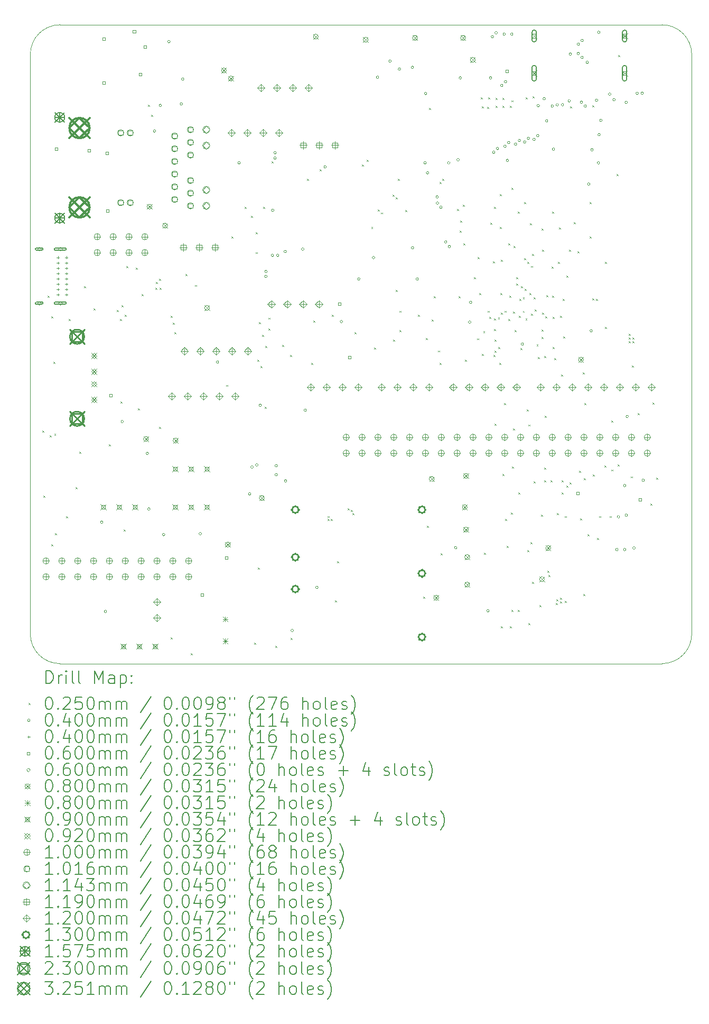
<source format=gbr>
%FSLAX45Y45*%
G04 Gerber Fmt 4.5, Leading zero omitted, Abs format (unit mm)*
G04 Created by KiCad (PCBNEW 5.99.0-unknown-47cb7f53fd~143~ubuntu20.04.1) date 2021-11-23 21:31:13*
%MOMM*%
%LPD*%
G01*
G04 APERTURE LIST*
%TA.AperFunction,Profile*%
%ADD10C,0.100000*%
%TD*%
%ADD11C,0.200000*%
%ADD12C,0.025000*%
%ADD13C,0.040000*%
%ADD14C,0.060000*%
%ADD15C,0.080000*%
%ADD16C,0.090000*%
%ADD17C,0.092000*%
%ADD18C,0.100000*%
%ADD19C,0.101600*%
%ADD20C,0.114300*%
%ADD21C,0.119000*%
%ADD22C,0.120000*%
%ADD23C,0.130000*%
%ADD24C,0.157480*%
%ADD25C,0.230000*%
%ADD26C,0.325120*%
G04 APERTURE END LIST*
D10*
X8950000Y-3950000D02*
G75*
G03*
X8475000Y-4425000I0J-475000D01*
G01*
X19075000Y-4425000D02*
G75*
G03*
X18600000Y-3950000I-475000J0D01*
G01*
X8475000Y-4425000D02*
X8475000Y-13700000D01*
X18600000Y-14175000D02*
G75*
G03*
X19075000Y-13700000I0J475000D01*
G01*
X8950000Y-3950000D02*
X18600000Y-3950000D01*
X8950000Y-14175000D02*
X18600000Y-14175000D01*
X19075000Y-4425000D02*
X19075000Y-13700000D01*
X8475000Y-13700000D02*
G75*
G03*
X8950000Y-14175000I475000J0D01*
G01*
D11*
D12*
X8667500Y-10447500D02*
X8692500Y-10472500D01*
X8692500Y-10447500D02*
X8667500Y-10472500D01*
X8687500Y-11487500D02*
X8712500Y-11512500D01*
X8712500Y-11487500D02*
X8687500Y-11512500D01*
X8752894Y-8287500D02*
X8777894Y-8312500D01*
X8777894Y-8287500D02*
X8752894Y-8312500D01*
X8787500Y-10517500D02*
X8812500Y-10542500D01*
X8812500Y-10517500D02*
X8787500Y-10542500D01*
X8807500Y-12267500D02*
X8832500Y-12292500D01*
X8832500Y-12267500D02*
X8807500Y-12292500D01*
X8812500Y-8612500D02*
X8837500Y-8637500D01*
X8837500Y-8612500D02*
X8812500Y-8637500D01*
X8847500Y-9347500D02*
X8872500Y-9372500D01*
X8872500Y-9347500D02*
X8847500Y-9372500D01*
X8857500Y-10497500D02*
X8882500Y-10522500D01*
X8882500Y-10497500D02*
X8857500Y-10522500D01*
X8867500Y-12087500D02*
X8892500Y-12112500D01*
X8892500Y-12087500D02*
X8867500Y-12112500D01*
X9047500Y-11817500D02*
X9072500Y-11842500D01*
X9072500Y-11817500D02*
X9047500Y-11842500D01*
X9087500Y-8662500D02*
X9112500Y-8687500D01*
X9112500Y-8662500D02*
X9087500Y-8687500D01*
X9200500Y-11350500D02*
X9225500Y-11375500D01*
X9225500Y-11350500D02*
X9200500Y-11375500D01*
X9257500Y-10787500D02*
X9282500Y-10812500D01*
X9282500Y-10787500D02*
X9257500Y-10812500D01*
X9337500Y-8137500D02*
X9362500Y-8162500D01*
X9362500Y-8137500D02*
X9337500Y-8162500D01*
X9487500Y-8487500D02*
X9512500Y-8512500D01*
X9512500Y-8487500D02*
X9487500Y-8512500D01*
X9737500Y-10662500D02*
X9762500Y-10687500D01*
X9762500Y-10662500D02*
X9737500Y-10687500D01*
X9862500Y-8512500D02*
X9887500Y-8537500D01*
X9887500Y-8512500D02*
X9862500Y-8537500D01*
X9912500Y-8662500D02*
X9937500Y-8687500D01*
X9937500Y-8662500D02*
X9912500Y-8687500D01*
X9917500Y-9977500D02*
X9942500Y-10002500D01*
X9942500Y-9977500D02*
X9917500Y-10002500D01*
X9937500Y-8437500D02*
X9962500Y-8462500D01*
X9962500Y-8437500D02*
X9937500Y-8462500D01*
X9967500Y-12027500D02*
X9992500Y-12052500D01*
X9992500Y-12027500D02*
X9967500Y-12052500D01*
X9987500Y-8587500D02*
X10012500Y-8612500D01*
X10012500Y-8587500D02*
X9987500Y-8612500D01*
X10012500Y-7812500D02*
X10037500Y-7837500D01*
X10037500Y-7812500D02*
X10012500Y-7837500D01*
X10162500Y-7837500D02*
X10187500Y-7862500D01*
X10187500Y-7837500D02*
X10162500Y-7862500D01*
X10197500Y-10087500D02*
X10222500Y-10112500D01*
X10222500Y-10087500D02*
X10197500Y-10112500D01*
X10262500Y-8262500D02*
X10287500Y-8287500D01*
X10287500Y-8262500D02*
X10262500Y-8287500D01*
X10362500Y-5232500D02*
X10387500Y-5257500D01*
X10387500Y-5232500D02*
X10362500Y-5257500D01*
X10407500Y-5387500D02*
X10432500Y-5412500D01*
X10432500Y-5387500D02*
X10407500Y-5412500D01*
X10477500Y-8162500D02*
X10502500Y-8187500D01*
X10502500Y-8162500D02*
X10477500Y-8187500D01*
X10487500Y-8062500D02*
X10512500Y-8087500D01*
X10512500Y-8062500D02*
X10487500Y-8087500D01*
X10536998Y-8013002D02*
X10561998Y-8038002D01*
X10561998Y-8013002D02*
X10536998Y-8038002D01*
X10537500Y-10387500D02*
X10562500Y-10412500D01*
X10562500Y-10387500D02*
X10537500Y-10412500D01*
X10547500Y-8162500D02*
X10572500Y-8187500D01*
X10572500Y-8162500D02*
X10547500Y-8187500D01*
X10721500Y-13757500D02*
X10746500Y-13782500D01*
X10746500Y-13757500D02*
X10721500Y-13782500D01*
X10727500Y-8607500D02*
X10752500Y-8632500D01*
X10752500Y-8607500D02*
X10727500Y-8632500D01*
X10759641Y-8713918D02*
X10784641Y-8738918D01*
X10784641Y-8713918D02*
X10759641Y-8738918D01*
X10787500Y-8867500D02*
X10812500Y-8892500D01*
X10812500Y-8867500D02*
X10787500Y-8892500D01*
X10962500Y-7937500D02*
X10987500Y-7962500D01*
X10987500Y-7937500D02*
X10962500Y-7962500D01*
X11046624Y-14006624D02*
X11071624Y-14031624D01*
X11071624Y-14006624D02*
X11046624Y-14031624D01*
X11112500Y-8112500D02*
X11137500Y-8137500D01*
X11137500Y-8112500D02*
X11112500Y-8137500D01*
X11612500Y-9712500D02*
X11637500Y-9737500D01*
X11637500Y-9712500D02*
X11612500Y-9737500D01*
X11697500Y-7337500D02*
X11722500Y-7362500D01*
X11722500Y-7337500D02*
X11697500Y-7362500D01*
X11907500Y-6863040D02*
X11932500Y-6888040D01*
X11932500Y-6863040D02*
X11907500Y-6888040D01*
X12007500Y-7007500D02*
X12032500Y-7032500D01*
X12032500Y-7007500D02*
X12007500Y-7032500D01*
X12061500Y-13841500D02*
X12086500Y-13866500D01*
X12086500Y-13841500D02*
X12061500Y-13866500D01*
X12087500Y-7267500D02*
X12112500Y-7292500D01*
X12112500Y-7267500D02*
X12087500Y-7292500D01*
X12087500Y-7587500D02*
X12112500Y-7612500D01*
X12112500Y-7587500D02*
X12087500Y-7612500D01*
X12112500Y-9312500D02*
X12137500Y-9337500D01*
X12137500Y-9312500D02*
X12112500Y-9337500D01*
X12117500Y-12637500D02*
X12142500Y-12662500D01*
X12142500Y-12637500D02*
X12117500Y-12662500D01*
X12137500Y-8707500D02*
X12162500Y-8732500D01*
X12162500Y-8707500D02*
X12137500Y-8732500D01*
X12162500Y-9412500D02*
X12187500Y-9437500D01*
X12187500Y-9412500D02*
X12162500Y-9437500D01*
X12187500Y-8912500D02*
X12212500Y-8937500D01*
X12212500Y-8912500D02*
X12187500Y-8937500D01*
X12207500Y-6863040D02*
X12232500Y-6888040D01*
X12232500Y-6863040D02*
X12207500Y-6888040D01*
X12227500Y-10067500D02*
X12252500Y-10092500D01*
X12252500Y-10067500D02*
X12227500Y-10092500D01*
X12237500Y-9087500D02*
X12262500Y-9112500D01*
X12262500Y-9087500D02*
X12237500Y-9112500D01*
X12287500Y-8637500D02*
X12312500Y-8662500D01*
X12312500Y-8637500D02*
X12287500Y-8662500D01*
X12287500Y-8807500D02*
X12312500Y-8832500D01*
X12312500Y-8807500D02*
X12287500Y-8832500D01*
X12337500Y-6137500D02*
X12362500Y-6162500D01*
X12362500Y-6137500D02*
X12337500Y-6162500D01*
X12399500Y-13890500D02*
X12424500Y-13915500D01*
X12424500Y-13890500D02*
X12399500Y-13915500D01*
X12513750Y-9073388D02*
X12538750Y-9098388D01*
X12538750Y-9073388D02*
X12513750Y-9098388D01*
X12637500Y-9237500D02*
X12662500Y-9262500D01*
X12662500Y-9237500D02*
X12637500Y-9262500D01*
X12645500Y-13765500D02*
X12670500Y-13790500D01*
X12670500Y-13765500D02*
X12645500Y-13790500D01*
X12912500Y-6412500D02*
X12937500Y-6437500D01*
X12937500Y-6412500D02*
X12912500Y-6437500D01*
X12972500Y-9362500D02*
X12997500Y-9387500D01*
X12997500Y-9362500D02*
X12972500Y-9387500D01*
X13007500Y-8687500D02*
X13032500Y-8712500D01*
X13032500Y-8687500D02*
X13007500Y-8712500D01*
X13112500Y-6262500D02*
X13137500Y-6287500D01*
X13137500Y-6262500D02*
X13112500Y-6287500D01*
X13237500Y-11812500D02*
X13262500Y-11837500D01*
X13262500Y-11812500D02*
X13237500Y-11837500D01*
X13237500Y-11862500D02*
X13262500Y-11887500D01*
X13262500Y-11862500D02*
X13237500Y-11887500D01*
X13287500Y-11862500D02*
X13312500Y-11887500D01*
X13312500Y-11862500D02*
X13287500Y-11887500D01*
X13307500Y-8587500D02*
X13332500Y-8612500D01*
X13332500Y-8587500D02*
X13307500Y-8612500D01*
X13359167Y-13162833D02*
X13384167Y-13187833D01*
X13384167Y-13162833D02*
X13359167Y-13187833D01*
X13387500Y-12532500D02*
X13412500Y-12557500D01*
X13412500Y-12532500D02*
X13387500Y-12557500D01*
X13562500Y-11687500D02*
X13587500Y-11712500D01*
X13587500Y-11687500D02*
X13562500Y-11712500D01*
X13612500Y-11712500D02*
X13637500Y-11737500D01*
X13637500Y-11712500D02*
X13612500Y-11737500D01*
X13637500Y-11762500D02*
X13662500Y-11787500D01*
X13662500Y-11762500D02*
X13637500Y-11787500D01*
X13667500Y-8867500D02*
X13692500Y-8892500D01*
X13692500Y-8867500D02*
X13667500Y-8892500D01*
X13787500Y-6187500D02*
X13812500Y-6212500D01*
X13812500Y-6187500D02*
X13787500Y-6212500D01*
X13862500Y-6112500D02*
X13887500Y-6137500D01*
X13887500Y-6112500D02*
X13862500Y-6137500D01*
X13937500Y-7187500D02*
X13962500Y-7212500D01*
X13962500Y-7187500D02*
X13937500Y-7212500D01*
X13987500Y-9112500D02*
X14012500Y-9137500D01*
X14012500Y-9112500D02*
X13987500Y-9137500D01*
X14042500Y-6902500D02*
X14067500Y-6927500D01*
X14067500Y-6902500D02*
X14042500Y-6927500D01*
X14092500Y-6952500D02*
X14117500Y-6977500D01*
X14117500Y-6952500D02*
X14092500Y-6977500D01*
X14282500Y-6667500D02*
X14307500Y-6692500D01*
X14307500Y-6667500D02*
X14282500Y-6692500D01*
X14287500Y-8987500D02*
X14312500Y-9012500D01*
X14312500Y-8987500D02*
X14287500Y-9012500D01*
X14327500Y-6712500D02*
X14352500Y-6737500D01*
X14352500Y-6712500D02*
X14327500Y-6737500D01*
X14334272Y-8190727D02*
X14359272Y-8215727D01*
X14359272Y-8190727D02*
X14334272Y-8215727D01*
X14362500Y-6412500D02*
X14387500Y-6437500D01*
X14387500Y-6412500D02*
X14362500Y-6437500D01*
X14387500Y-8527500D02*
X14412500Y-8552500D01*
X14412500Y-8527500D02*
X14387500Y-8552500D01*
X14387500Y-8837500D02*
X14412500Y-8862500D01*
X14412500Y-8837500D02*
X14387500Y-8862500D01*
X14487500Y-6912500D02*
X14512500Y-6937500D01*
X14512500Y-6912500D02*
X14487500Y-6937500D01*
X14687500Y-8587500D02*
X14712500Y-8612500D01*
X14712500Y-8587500D02*
X14687500Y-8612500D01*
X14767500Y-13107500D02*
X14792500Y-13132500D01*
X14792500Y-13107500D02*
X14767500Y-13132500D01*
X14812500Y-8962500D02*
X14837500Y-8987500D01*
X14837500Y-8962500D02*
X14812500Y-8987500D01*
X14827500Y-11967500D02*
X14852500Y-11992500D01*
X14852500Y-11967500D02*
X14827500Y-11992500D01*
X14867500Y-5277500D02*
X14892500Y-5302500D01*
X14892500Y-5277500D02*
X14867500Y-5302500D01*
X14907500Y-8667500D02*
X14932500Y-8692500D01*
X14932500Y-8667500D02*
X14907500Y-8692500D01*
X14943569Y-8293569D02*
X14968569Y-8318569D01*
X14968569Y-8293569D02*
X14943569Y-8318569D01*
X15012500Y-9162500D02*
X15037500Y-9187500D01*
X15037500Y-9162500D02*
X15012500Y-9187500D01*
X15032500Y-6467500D02*
X15057500Y-6492500D01*
X15057500Y-6467500D02*
X15032500Y-6492500D01*
X15037500Y-9362500D02*
X15062500Y-9387500D01*
X15062500Y-9362500D02*
X15037500Y-9387500D01*
X15047500Y-12407500D02*
X15072500Y-12432500D01*
X15072500Y-12407500D02*
X15047500Y-12432500D01*
X15077500Y-6417500D02*
X15102500Y-6442500D01*
X15102500Y-6417500D02*
X15077500Y-6442500D01*
X15311431Y-6897500D02*
X15336431Y-6922500D01*
X15336431Y-6897500D02*
X15311431Y-6922500D01*
X15337500Y-8297500D02*
X15362500Y-8322500D01*
X15362500Y-8297500D02*
X15337500Y-8322500D01*
X15357500Y-7247500D02*
X15382500Y-7272500D01*
X15382500Y-7247500D02*
X15357500Y-7272500D01*
X15362500Y-7087500D02*
X15387500Y-7112500D01*
X15387500Y-7087500D02*
X15362500Y-7112500D01*
X15403563Y-6827500D02*
X15428563Y-6852500D01*
X15428563Y-6827500D02*
X15403563Y-6852500D01*
X15417500Y-7447500D02*
X15442500Y-7472500D01*
X15442500Y-7447500D02*
X15417500Y-7472500D01*
X15437500Y-9312500D02*
X15462500Y-9337500D01*
X15462500Y-9312500D02*
X15437500Y-9337500D01*
X15587500Y-7987500D02*
X15612500Y-8012500D01*
X15612500Y-7987500D02*
X15587500Y-8012500D01*
X15637500Y-8967500D02*
X15662500Y-8992500D01*
X15662500Y-8967500D02*
X15637500Y-8992500D01*
X15647500Y-7667500D02*
X15672500Y-7692500D01*
X15672500Y-7667500D02*
X15647500Y-7692500D01*
X15667500Y-8247500D02*
X15692500Y-8272500D01*
X15692500Y-8247500D02*
X15667500Y-8272500D01*
X15697500Y-5107500D02*
X15722500Y-5132500D01*
X15722500Y-5107500D02*
X15697500Y-5132500D01*
X15707500Y-5252500D02*
X15732500Y-5277500D01*
X15732500Y-5252500D02*
X15707500Y-5277500D01*
X15707500Y-9217500D02*
X15732500Y-9242500D01*
X15732500Y-9217500D02*
X15707500Y-9242500D01*
X15732500Y-8852500D02*
X15757500Y-8877500D01*
X15757500Y-8852500D02*
X15732500Y-8877500D01*
X15741500Y-12400500D02*
X15766500Y-12425500D01*
X15766500Y-12400500D02*
X15741500Y-12425500D01*
X15797500Y-5262500D02*
X15822500Y-5287500D01*
X15822500Y-5262500D02*
X15797500Y-5287500D01*
X15807500Y-8527500D02*
X15832500Y-8552500D01*
X15832500Y-8527500D02*
X15807500Y-8552500D01*
X15812500Y-5112500D02*
X15837500Y-5137500D01*
X15837500Y-5112500D02*
X15812500Y-5137500D01*
X15827500Y-8627500D02*
X15852500Y-8652500D01*
X15852500Y-8627500D02*
X15827500Y-8652500D01*
X15847500Y-7117500D02*
X15872500Y-7142500D01*
X15872500Y-7117500D02*
X15847500Y-7142500D01*
X15887500Y-7737500D02*
X15912500Y-7762500D01*
X15912500Y-7737500D02*
X15887500Y-7762500D01*
X15897500Y-9237500D02*
X15922500Y-9262500D01*
X15922500Y-9237500D02*
X15897500Y-9262500D01*
X15907500Y-6867500D02*
X15932500Y-6892500D01*
X15932500Y-6867500D02*
X15907500Y-6892500D01*
X15907500Y-8647500D02*
X15932500Y-8672500D01*
X15932500Y-8647500D02*
X15907500Y-8672500D01*
X15907500Y-8817500D02*
X15932500Y-8842500D01*
X15932500Y-8817500D02*
X15907500Y-8842500D01*
X15912500Y-10337500D02*
X15937500Y-10362500D01*
X15937500Y-10337500D02*
X15912500Y-10362500D01*
X15917500Y-8987500D02*
X15942500Y-9012500D01*
X15942500Y-8987500D02*
X15917500Y-9012500D01*
X15917500Y-9167500D02*
X15942500Y-9192500D01*
X15942500Y-9167500D02*
X15917500Y-9192500D01*
X15927500Y-5117500D02*
X15952500Y-5142500D01*
X15952500Y-5117500D02*
X15927500Y-5142500D01*
X15932500Y-5242500D02*
X15957500Y-5267500D01*
X15957500Y-5242500D02*
X15932500Y-5267500D01*
X15969606Y-8629606D02*
X15994606Y-8654606D01*
X15994606Y-8629606D02*
X15969606Y-8654606D01*
X15977500Y-9107500D02*
X16002500Y-9132500D01*
X16002500Y-9107500D02*
X15977500Y-9132500D01*
X15987500Y-9357500D02*
X16012500Y-9382500D01*
X16012500Y-9357500D02*
X15987500Y-9382500D01*
X15997500Y-7187500D02*
X16022500Y-7212500D01*
X16022500Y-7187500D02*
X15997500Y-7212500D01*
X16002500Y-6662500D02*
X16027500Y-6687500D01*
X16027500Y-6662500D02*
X16002500Y-6687500D01*
X16007500Y-8247500D02*
X16032500Y-8272500D01*
X16032500Y-8247500D02*
X16007500Y-8272500D01*
X16012500Y-7712500D02*
X16037500Y-7737500D01*
X16037500Y-7712500D02*
X16012500Y-7737500D01*
X16015500Y-13574500D02*
X16040500Y-13599500D01*
X16040500Y-13574500D02*
X16015500Y-13599500D01*
X16017500Y-8557500D02*
X16042500Y-8582500D01*
X16042500Y-8557500D02*
X16017500Y-8582500D01*
X16037500Y-5122500D02*
X16062500Y-5147500D01*
X16062500Y-5122500D02*
X16037500Y-5147500D01*
X16037500Y-11137500D02*
X16062500Y-11162500D01*
X16062500Y-11137500D02*
X16037500Y-11162500D01*
X16042500Y-5242500D02*
X16067500Y-5267500D01*
X16067500Y-5242500D02*
X16042500Y-5267500D01*
X16067500Y-10007500D02*
X16092500Y-10032500D01*
X16092500Y-10007500D02*
X16067500Y-10032500D01*
X16077500Y-8527500D02*
X16102500Y-8552500D01*
X16102500Y-8527500D02*
X16077500Y-8552500D01*
X16087500Y-11862500D02*
X16112500Y-11887500D01*
X16112500Y-11862500D02*
X16087500Y-11887500D01*
X16112500Y-12287500D02*
X16137500Y-12312500D01*
X16137500Y-12287500D02*
X16112500Y-12312500D01*
X16137500Y-7447500D02*
X16162500Y-7472500D01*
X16162500Y-7447500D02*
X16137500Y-7472500D01*
X16137500Y-8657500D02*
X16162500Y-8682500D01*
X16162500Y-8657500D02*
X16137500Y-8682500D01*
X16147500Y-8287500D02*
X16172500Y-8312500D01*
X16172500Y-8287500D02*
X16147500Y-8312500D01*
X16162500Y-5247500D02*
X16187500Y-5272500D01*
X16187500Y-5247500D02*
X16162500Y-5272500D01*
X16162500Y-13579500D02*
X16187500Y-13604500D01*
X16187500Y-13579500D02*
X16162500Y-13604500D01*
X16177500Y-11757500D02*
X16202500Y-11782500D01*
X16202500Y-11757500D02*
X16177500Y-11782500D01*
X16182500Y-5157500D02*
X16207500Y-5182500D01*
X16207500Y-5157500D02*
X16182500Y-5182500D01*
X16187500Y-6562500D02*
X16212500Y-6587500D01*
X16212500Y-6562500D02*
X16187500Y-6587500D01*
X16187500Y-13312500D02*
X16212500Y-13337500D01*
X16212500Y-13312500D02*
X16187500Y-13337500D01*
X16197500Y-11017500D02*
X16222500Y-11042500D01*
X16222500Y-11017500D02*
X16197500Y-11042500D01*
X16207500Y-8537500D02*
X16232500Y-8562500D01*
X16232500Y-8537500D02*
X16207500Y-8562500D01*
X16207500Y-10407500D02*
X16232500Y-10432500D01*
X16232500Y-10407500D02*
X16207500Y-10432500D01*
X16217500Y-7487500D02*
X16242500Y-7512500D01*
X16242500Y-7487500D02*
X16217500Y-7512500D01*
X16237500Y-8837500D02*
X16262500Y-8862500D01*
X16262500Y-8837500D02*
X16237500Y-8862500D01*
X16262500Y-7987500D02*
X16287500Y-8012500D01*
X16287500Y-7987500D02*
X16262500Y-8012500D01*
X16262500Y-8087500D02*
X16287500Y-8112500D01*
X16287500Y-8087500D02*
X16262500Y-8112500D01*
X16287500Y-6937500D02*
X16312500Y-6962500D01*
X16312500Y-6937500D02*
X16287500Y-6962500D01*
X16287500Y-13317500D02*
X16312500Y-13342500D01*
X16312500Y-13317500D02*
X16287500Y-13342500D01*
X16297500Y-11437500D02*
X16322500Y-11462500D01*
X16322500Y-11437500D02*
X16297500Y-11462500D01*
X16307500Y-8607500D02*
X16332500Y-8632500D01*
X16332500Y-8607500D02*
X16307500Y-8632500D01*
X16312500Y-8337500D02*
X16337500Y-8362500D01*
X16337500Y-8337500D02*
X16312500Y-8362500D01*
X16327500Y-9127500D02*
X16352500Y-9152500D01*
X16352500Y-9127500D02*
X16327500Y-9152500D01*
X16337500Y-8137500D02*
X16362500Y-8162500D01*
X16362500Y-8137500D02*
X16337500Y-8162500D01*
X16367500Y-8307500D02*
X16392500Y-8332500D01*
X16392500Y-8307500D02*
X16367500Y-8332500D01*
X16367500Y-8527500D02*
X16392500Y-8552500D01*
X16392500Y-8527500D02*
X16367500Y-8552500D01*
X16387500Y-6787500D02*
X16412500Y-6812500D01*
X16412500Y-6787500D02*
X16387500Y-6812500D01*
X16387500Y-7687500D02*
X16412500Y-7712500D01*
X16412500Y-7687500D02*
X16387500Y-7712500D01*
X16393476Y-8177500D02*
X16418476Y-8202500D01*
X16418476Y-8177500D02*
X16393476Y-8202500D01*
X16409606Y-8649606D02*
X16434606Y-8674606D01*
X16434606Y-8649606D02*
X16409606Y-8674606D01*
X16412500Y-5107500D02*
X16437500Y-5132500D01*
X16437500Y-5107500D02*
X16412500Y-5132500D01*
X16427500Y-10107500D02*
X16452500Y-10132500D01*
X16452500Y-10107500D02*
X16427500Y-10132500D01*
X16437500Y-7747500D02*
X16462500Y-7772500D01*
X16462500Y-7747500D02*
X16437500Y-7772500D01*
X16437500Y-12362500D02*
X16462500Y-12387500D01*
X16462500Y-12362500D02*
X16437500Y-12387500D01*
X16457500Y-10347500D02*
X16482500Y-10372500D01*
X16482500Y-10347500D02*
X16457500Y-10372500D01*
X16457500Y-13527500D02*
X16482500Y-13552500D01*
X16482500Y-13527500D02*
X16457500Y-13552500D01*
X16473476Y-8247500D02*
X16498476Y-8272500D01*
X16498476Y-8247500D02*
X16473476Y-8272500D01*
X16482500Y-7127500D02*
X16507500Y-7152500D01*
X16507500Y-7127500D02*
X16482500Y-7152500D01*
X16487500Y-12227500D02*
X16512500Y-12252500D01*
X16512500Y-12227500D02*
X16487500Y-12252500D01*
X16497500Y-7807500D02*
X16522500Y-7832500D01*
X16522500Y-7807500D02*
X16497500Y-7832500D01*
X16497500Y-8577500D02*
X16522500Y-8602500D01*
X16522500Y-8577500D02*
X16497500Y-8602500D01*
X16512500Y-12862500D02*
X16537500Y-12887500D01*
X16537500Y-12862500D02*
X16512500Y-12887500D01*
X16517500Y-7617500D02*
X16542500Y-7642500D01*
X16542500Y-7617500D02*
X16517500Y-7642500D01*
X16527500Y-5097500D02*
X16552500Y-5122500D01*
X16552500Y-5097500D02*
X16527500Y-5122500D01*
X16537500Y-8307500D02*
X16562500Y-8332500D01*
X16562500Y-8307500D02*
X16537500Y-8332500D01*
X16537500Y-11257500D02*
X16562500Y-11282500D01*
X16562500Y-11257500D02*
X16537500Y-11282500D01*
X16557500Y-8507500D02*
X16582500Y-8532500D01*
X16582500Y-8507500D02*
X16557500Y-8532500D01*
X16587500Y-9067500D02*
X16612500Y-9092500D01*
X16612500Y-9067500D02*
X16587500Y-9092500D01*
X16607500Y-9267500D02*
X16632500Y-9292500D01*
X16632500Y-9267500D02*
X16607500Y-9292500D01*
X16637500Y-13237500D02*
X16662500Y-13262500D01*
X16662500Y-13237500D02*
X16637500Y-13262500D01*
X16662500Y-11787500D02*
X16687500Y-11812500D01*
X16687500Y-11787500D02*
X16662500Y-11812500D01*
X16667500Y-7207500D02*
X16692500Y-7232500D01*
X16692500Y-7207500D02*
X16667500Y-7232500D01*
X16667500Y-8827500D02*
X16692500Y-8852500D01*
X16692500Y-8827500D02*
X16667500Y-8852500D01*
X16667500Y-8947500D02*
X16692500Y-8972500D01*
X16692500Y-8947500D02*
X16667500Y-8972500D01*
X16673050Y-8557500D02*
X16698050Y-8582500D01*
X16698050Y-8557500D02*
X16673050Y-8582500D01*
X16677500Y-7547500D02*
X16702500Y-7572500D01*
X16702500Y-7547500D02*
X16677500Y-7572500D01*
X16707500Y-9247500D02*
X16732500Y-9272500D01*
X16732500Y-9247500D02*
X16707500Y-9272500D01*
X16712500Y-11037500D02*
X16737500Y-11062500D01*
X16737500Y-11037500D02*
X16712500Y-11062500D01*
X16712500Y-11237500D02*
X16737500Y-11262500D01*
X16737500Y-11237500D02*
X16712500Y-11262500D01*
X16717500Y-10207500D02*
X16742500Y-10232500D01*
X16742500Y-10207500D02*
X16717500Y-10232500D01*
X16727500Y-8617500D02*
X16752500Y-8642500D01*
X16752500Y-8617500D02*
X16727500Y-8642500D01*
X16747500Y-8277500D02*
X16772500Y-8302500D01*
X16772500Y-8277500D02*
X16747500Y-8302500D01*
X16762031Y-12686562D02*
X16787031Y-12711562D01*
X16787031Y-12686562D02*
X16762031Y-12711562D01*
X16777500Y-12757500D02*
X16802500Y-12782500D01*
X16802500Y-12757500D02*
X16777500Y-12782500D01*
X16811471Y-11237500D02*
X16836471Y-11262500D01*
X16836471Y-11237500D02*
X16811471Y-11262500D01*
X16827500Y-7817500D02*
X16852500Y-7842500D01*
X16852500Y-7817500D02*
X16827500Y-7842500D01*
X16837500Y-6937500D02*
X16862500Y-6962500D01*
X16862500Y-6937500D02*
X16837500Y-6962500D01*
X16837500Y-8287500D02*
X16862500Y-8312500D01*
X16862500Y-8287500D02*
X16837500Y-8312500D01*
X16847500Y-8627500D02*
X16872500Y-8652500D01*
X16872500Y-8627500D02*
X16847500Y-8652500D01*
X16847500Y-9107500D02*
X16872500Y-9132500D01*
X16872500Y-9107500D02*
X16847500Y-9132500D01*
X16867500Y-9287500D02*
X16892500Y-9312500D01*
X16892500Y-9287500D02*
X16867500Y-9312500D01*
X16897500Y-13207500D02*
X16922500Y-13232500D01*
X16922500Y-13207500D02*
X16897500Y-13232500D01*
X16907500Y-13147500D02*
X16932500Y-13172500D01*
X16932500Y-13147500D02*
X16907500Y-13172500D01*
X16912500Y-11762500D02*
X16937500Y-11787500D01*
X16937500Y-11762500D02*
X16912500Y-11787500D01*
X16927500Y-7747500D02*
X16952500Y-7772500D01*
X16952500Y-7747500D02*
X16927500Y-7772500D01*
X16947500Y-7197500D02*
X16972500Y-7222500D01*
X16972500Y-7197500D02*
X16947500Y-7222500D01*
X16967500Y-8607500D02*
X16992500Y-8632500D01*
X16992500Y-8607500D02*
X16967500Y-8632500D01*
X16967500Y-13117500D02*
X16992500Y-13142500D01*
X16992500Y-13117500D02*
X16967500Y-13142500D01*
X16967500Y-13177500D02*
X16992500Y-13202500D01*
X16992500Y-13177500D02*
X16967500Y-13202500D01*
X16977500Y-9547500D02*
X17002500Y-9572500D01*
X17002500Y-9547500D02*
X16977500Y-9572500D01*
X16987500Y-11237500D02*
X17012500Y-11262500D01*
X17012500Y-11237500D02*
X16987500Y-11262500D01*
X16987500Y-11437500D02*
X17012500Y-11462500D01*
X17012500Y-11437500D02*
X16987500Y-11462500D01*
X17007500Y-8337500D02*
X17032500Y-8362500D01*
X17032500Y-8337500D02*
X17007500Y-8362500D01*
X17012500Y-8937500D02*
X17037500Y-8962500D01*
X17037500Y-8937500D02*
X17012500Y-8962500D01*
X17037500Y-11812500D02*
X17062500Y-11837500D01*
X17062500Y-11812500D02*
X17037500Y-11837500D01*
X17037500Y-13167500D02*
X17062500Y-13192500D01*
X17062500Y-13167500D02*
X17037500Y-13192500D01*
X17062500Y-7962500D02*
X17087500Y-7987500D01*
X17087500Y-7962500D02*
X17062500Y-7987500D01*
X17067500Y-11327500D02*
X17092500Y-11352500D01*
X17092500Y-11327500D02*
X17067500Y-11352500D01*
X17107500Y-7547500D02*
X17132500Y-7572500D01*
X17132500Y-7547500D02*
X17107500Y-7572500D01*
X17117500Y-11277500D02*
X17142500Y-11302500D01*
X17142500Y-11277500D02*
X17117500Y-11302500D01*
X17122500Y-5257500D02*
X17147500Y-5282500D01*
X17147500Y-5257500D02*
X17122500Y-5282500D01*
X17187500Y-7112500D02*
X17212500Y-7137500D01*
X17212500Y-7112500D02*
X17187500Y-7137500D01*
X17247500Y-7577500D02*
X17272500Y-7602500D01*
X17272500Y-7577500D02*
X17247500Y-7602500D01*
X17267500Y-11087500D02*
X17292500Y-11112500D01*
X17292500Y-11087500D02*
X17267500Y-11112500D01*
X17287500Y-11847500D02*
X17312500Y-11872500D01*
X17312500Y-11847500D02*
X17287500Y-11872500D01*
X17327500Y-9517500D02*
X17352500Y-9542500D01*
X17352500Y-9517500D02*
X17327500Y-9542500D01*
X17337500Y-13062500D02*
X17362500Y-13087500D01*
X17362500Y-13062500D02*
X17337500Y-13087500D01*
X17347500Y-11207500D02*
X17372500Y-11232500D01*
X17372500Y-11207500D02*
X17347500Y-11232500D01*
X17357500Y-10007500D02*
X17382500Y-10032500D01*
X17382500Y-10007500D02*
X17357500Y-10032500D01*
X17407500Y-12107500D02*
X17432500Y-12132500D01*
X17432500Y-12107500D02*
X17407500Y-12132500D01*
X17437500Y-6787500D02*
X17462500Y-6812500D01*
X17462500Y-6787500D02*
X17437500Y-6812500D01*
X17437500Y-7337500D02*
X17462500Y-7362500D01*
X17462500Y-7337500D02*
X17437500Y-7362500D01*
X17477500Y-5237500D02*
X17502500Y-5262500D01*
X17502500Y-5237500D02*
X17477500Y-5262500D01*
X17478714Y-8325743D02*
X17503714Y-8350743D01*
X17503714Y-8325743D02*
X17478714Y-8350743D01*
X17487500Y-11147500D02*
X17512500Y-11172500D01*
X17512500Y-11147500D02*
X17487500Y-11172500D01*
X17537500Y-8337500D02*
X17562500Y-8362500D01*
X17562500Y-8337500D02*
X17537500Y-8362500D01*
X17557500Y-12167500D02*
X17582500Y-12192500D01*
X17582500Y-12167500D02*
X17557500Y-12192500D01*
X17587500Y-11812500D02*
X17612500Y-11837500D01*
X17612500Y-11812500D02*
X17587500Y-11837500D01*
X17677500Y-11007500D02*
X17702500Y-11032500D01*
X17702500Y-11007500D02*
X17677500Y-11032500D01*
X17682500Y-7747500D02*
X17707500Y-7772500D01*
X17707500Y-7747500D02*
X17682500Y-7772500D01*
X17687500Y-8785500D02*
X17712500Y-8810500D01*
X17712500Y-8785500D02*
X17687500Y-8810500D01*
X17762500Y-11812500D02*
X17787500Y-11837500D01*
X17787500Y-11812500D02*
X17762500Y-11837500D01*
X17787500Y-10287500D02*
X17812500Y-10312500D01*
X17812500Y-10287500D02*
X17787500Y-10312500D01*
X17787500Y-11067500D02*
X17812500Y-11092500D01*
X17812500Y-11067500D02*
X17787500Y-11092500D01*
X17872500Y-6337500D02*
X17897500Y-6362500D01*
X17897500Y-6337500D02*
X17872500Y-6362500D01*
X17888931Y-10988931D02*
X17913931Y-11013931D01*
X17913931Y-10988931D02*
X17888931Y-11013931D01*
X17892500Y-4437500D02*
X17917500Y-4462500D01*
X17917500Y-4437500D02*
X17892500Y-4462500D01*
X18067500Y-8897500D02*
X18092500Y-8922500D01*
X18092500Y-8897500D02*
X18067500Y-8922500D01*
X18067500Y-8957500D02*
X18092500Y-8982500D01*
X18092500Y-8957500D02*
X18067500Y-8982500D01*
X18067500Y-9017500D02*
X18092500Y-9042500D01*
X18092500Y-9017500D02*
X18067500Y-9042500D01*
X18097500Y-11177500D02*
X18122500Y-11202500D01*
X18122500Y-11177500D02*
X18097500Y-11202500D01*
X18117500Y-9407500D02*
X18142500Y-9432500D01*
X18142500Y-9407500D02*
X18117500Y-9432500D01*
X18127500Y-8957500D02*
X18152500Y-8982500D01*
X18152500Y-8957500D02*
X18127500Y-8982500D01*
X18127500Y-9017500D02*
X18152500Y-9042500D01*
X18152500Y-9017500D02*
X18127500Y-9042500D01*
X18209606Y-10163273D02*
X18234606Y-10188273D01*
X18234606Y-10163273D02*
X18209606Y-10188273D01*
X18412500Y-11612500D02*
X18437500Y-11637500D01*
X18437500Y-11612500D02*
X18412500Y-11637500D01*
X18442500Y-9997500D02*
X18467500Y-10022500D01*
X18467500Y-9997500D02*
X18442500Y-10022500D01*
X18507500Y-11197500D02*
X18532500Y-11222500D01*
X18532500Y-11197500D02*
X18507500Y-11222500D01*
D13*
X9640000Y-11910000D02*
G75*
G03*
X9640000Y-11910000I-20000J0D01*
G01*
X9700000Y-13340000D02*
G75*
G03*
X9700000Y-13340000I-20000J0D01*
G01*
X9967106Y-10300773D02*
G75*
G03*
X9967106Y-10300773I-20000J0D01*
G01*
X10370000Y-10810000D02*
G75*
G03*
X10370000Y-10810000I-20000J0D01*
G01*
X10395000Y-11700000D02*
G75*
G03*
X10395000Y-11700000I-20000J0D01*
G01*
X10485000Y-5650000D02*
G75*
G03*
X10485000Y-5650000I-20000J0D01*
G01*
X10577106Y-5240000D02*
G75*
G03*
X10577106Y-5240000I-20000J0D01*
G01*
X10632106Y-12110772D02*
G75*
G03*
X10632106Y-12110772I-20000J0D01*
G01*
X10717106Y-4220000D02*
G75*
G03*
X10717106Y-4220000I-20000J0D01*
G01*
X10915000Y-5215000D02*
G75*
G03*
X10915000Y-5215000I-20000J0D01*
G01*
X10937106Y-4820000D02*
G75*
G03*
X10937106Y-4820000I-20000J0D01*
G01*
X11217106Y-12095772D02*
G75*
G03*
X11217106Y-12095772I-20000J0D01*
G01*
X11495000Y-9350000D02*
G75*
G03*
X11495000Y-9350000I-20000J0D01*
G01*
X11840000Y-6160000D02*
G75*
G03*
X11840000Y-6160000I-20000J0D01*
G01*
X12010000Y-11460000D02*
G75*
G03*
X12010000Y-11460000I-20000J0D01*
G01*
X12047000Y-11029000D02*
G75*
G03*
X12047000Y-11029000I-20000J0D01*
G01*
X12125000Y-10995000D02*
G75*
G03*
X12125000Y-10995000I-20000J0D01*
G01*
X12180000Y-10040000D02*
G75*
G03*
X12180000Y-10040000I-20000J0D01*
G01*
X12270000Y-7897500D02*
G75*
G03*
X12270000Y-7897500I-20000J0D01*
G01*
X12270000Y-7975000D02*
G75*
G03*
X12270000Y-7975000I-20000J0D01*
G01*
X12374606Y-7640000D02*
G75*
G03*
X12374606Y-7640000I-20000J0D01*
G01*
X12380000Y-6920000D02*
G75*
G03*
X12380000Y-6920000I-20000J0D01*
G01*
X12417106Y-5997500D02*
G75*
G03*
X12417106Y-5997500I-20000J0D01*
G01*
X12417106Y-6082500D02*
G75*
G03*
X12417106Y-6082500I-20000J0D01*
G01*
X12436000Y-11007000D02*
G75*
G03*
X12436000Y-11007000I-20000J0D01*
G01*
X12436000Y-11150000D02*
G75*
G03*
X12436000Y-11150000I-20000J0D01*
G01*
X12459606Y-7640000D02*
G75*
G03*
X12459606Y-7640000I-20000J0D01*
G01*
X12580000Y-7580000D02*
G75*
G03*
X12580000Y-7580000I-20000J0D01*
G01*
X12585000Y-11251000D02*
G75*
G03*
X12585000Y-11251000I-20000J0D01*
G01*
X12692106Y-13645772D02*
G75*
G03*
X12692106Y-13645772I-20000J0D01*
G01*
X12860000Y-7540000D02*
G75*
G03*
X12860000Y-7540000I-20000J0D01*
G01*
X12900000Y-10120000D02*
G75*
G03*
X12900000Y-10120000I-20000J0D01*
G01*
X13087106Y-12955772D02*
G75*
G03*
X13087106Y-12955772I-20000J0D01*
G01*
X13220000Y-6225000D02*
G75*
G03*
X13220000Y-6225000I-20000J0D01*
G01*
X13480000Y-8700000D02*
G75*
G03*
X13480000Y-8700000I-20000J0D01*
G01*
X13759000Y-8018227D02*
G75*
G03*
X13759000Y-8018227I-20000J0D01*
G01*
X13995000Y-7675000D02*
G75*
G03*
X13995000Y-7675000I-20000J0D01*
G01*
X14060000Y-4789228D02*
G75*
G03*
X14060000Y-4789228I-20000J0D01*
G01*
X14260000Y-4529228D02*
G75*
G03*
X14260000Y-4529228I-20000J0D01*
G01*
X14410000Y-4659228D02*
G75*
G03*
X14410000Y-4659228I-20000J0D01*
G01*
X14620000Y-4629228D02*
G75*
G03*
X14620000Y-4629228I-20000J0D01*
G01*
X14620000Y-7520000D02*
G75*
G03*
X14620000Y-7520000I-20000J0D01*
G01*
X14695000Y-8020227D02*
G75*
G03*
X14695000Y-8020227I-20000J0D01*
G01*
X14820000Y-6160000D02*
G75*
G03*
X14820000Y-6160000I-20000J0D01*
G01*
X14830000Y-5049228D02*
G75*
G03*
X14830000Y-5049228I-20000J0D01*
G01*
X14860000Y-6320000D02*
G75*
G03*
X14860000Y-6320000I-20000J0D01*
G01*
X15015000Y-6705000D02*
G75*
G03*
X15015000Y-6705000I-20000J0D01*
G01*
X15020000Y-6805000D02*
G75*
G03*
X15020000Y-6805000I-20000J0D01*
G01*
X15075000Y-6870000D02*
G75*
G03*
X15075000Y-6870000I-20000J0D01*
G01*
X15152106Y-7425000D02*
G75*
G03*
X15152106Y-7425000I-20000J0D01*
G01*
X15200000Y-6160000D02*
G75*
G03*
X15200000Y-6160000I-20000J0D01*
G01*
X15210000Y-7500000D02*
G75*
G03*
X15210000Y-7500000I-20000J0D01*
G01*
X15312000Y-12320000D02*
G75*
G03*
X15312000Y-12320000I-20000J0D01*
G01*
X15350000Y-6109227D02*
G75*
G03*
X15350000Y-6109227I-20000J0D01*
G01*
X15385000Y-4799228D02*
G75*
G03*
X15385000Y-4799228I-20000J0D01*
G01*
X15537106Y-8710000D02*
G75*
G03*
X15537106Y-8710000I-20000J0D01*
G01*
X15552106Y-8390000D02*
G75*
G03*
X15552106Y-8390000I-20000J0D01*
G01*
X15830000Y-13330000D02*
G75*
G03*
X15830000Y-13330000I-20000J0D01*
G01*
X15870000Y-4799228D02*
G75*
G03*
X15870000Y-4799228I-20000J0D01*
G01*
X15899948Y-4139280D02*
G75*
G03*
X15899948Y-4139280I-20000J0D01*
G01*
X15922054Y-5990052D02*
G75*
G03*
X15922054Y-5990052I-20000J0D01*
G01*
X15960052Y-4079175D02*
G75*
G03*
X15960052Y-4079175I-20000J0D01*
G01*
X15982158Y-5929948D02*
G75*
G03*
X15982158Y-5929948I-20000J0D01*
G01*
X16049948Y-4919280D02*
G75*
G03*
X16049948Y-4919280I-20000J0D01*
G01*
X16089948Y-4099280D02*
G75*
G03*
X16089948Y-4099280I-20000J0D01*
G01*
X16102054Y-5895052D02*
G75*
G03*
X16102054Y-5895052I-20000J0D01*
G01*
X16110052Y-4859175D02*
G75*
G03*
X16110052Y-4859175I-20000J0D01*
G01*
X16140000Y-6120000D02*
G75*
G03*
X16140000Y-6120000I-20000J0D01*
G01*
X16162158Y-5834948D02*
G75*
G03*
X16162158Y-5834948I-20000J0D01*
G01*
X16210000Y-4100000D02*
G75*
G03*
X16210000Y-4100000I-20000J0D01*
G01*
X16272054Y-5860052D02*
G75*
G03*
X16272054Y-5860052I-20000J0D01*
G01*
X16332158Y-5799948D02*
G75*
G03*
X16332158Y-5799948I-20000J0D01*
G01*
X16380000Y-9060000D02*
G75*
G03*
X16380000Y-9060000I-20000J0D01*
G01*
X16417054Y-5825052D02*
G75*
G03*
X16417054Y-5825052I-20000J0D01*
G01*
X16477158Y-5764948D02*
G75*
G03*
X16477158Y-5764948I-20000J0D01*
G01*
X16567054Y-5785052D02*
G75*
G03*
X16567054Y-5785052I-20000J0D01*
G01*
X16627158Y-5724948D02*
G75*
G03*
X16627158Y-5724948I-20000J0D01*
G01*
X16635000Y-5244228D02*
G75*
G03*
X16635000Y-5244228I-20000J0D01*
G01*
X16730000Y-5134228D02*
G75*
G03*
X16730000Y-5134228I-20000J0D01*
G01*
X16770000Y-5489228D02*
G75*
G03*
X16770000Y-5489228I-20000J0D01*
G01*
X16860000Y-5249228D02*
G75*
G03*
X16860000Y-5249228I-20000J0D01*
G01*
X16880000Y-5940000D02*
G75*
G03*
X16880000Y-5940000I-20000J0D01*
G01*
X16939606Y-5230000D02*
G75*
G03*
X16939606Y-5230000I-20000J0D01*
G01*
X17024606Y-5230000D02*
G75*
G03*
X17024606Y-5230000I-20000J0D01*
G01*
X17130000Y-5169228D02*
G75*
G03*
X17130000Y-5169228I-20000J0D01*
G01*
X17150000Y-4419228D02*
G75*
G03*
X17150000Y-4419228I-20000J0D01*
G01*
X17277054Y-4260052D02*
G75*
G03*
X17277054Y-4260052I-20000J0D01*
G01*
X17277054Y-4409948D02*
G75*
G03*
X17277054Y-4409948I-20000J0D01*
G01*
X17327054Y-5189948D02*
G75*
G03*
X17327054Y-5189948I-20000J0D01*
G01*
X17337158Y-4199948D02*
G75*
G03*
X17337158Y-4199948I-20000J0D01*
G01*
X17337158Y-4470052D02*
G75*
G03*
X17337158Y-4470052I-20000J0D01*
G01*
X17387158Y-5250052D02*
G75*
G03*
X17387158Y-5250052I-20000J0D01*
G01*
X17420000Y-4549228D02*
G75*
G03*
X17420000Y-4549228I-20000J0D01*
G01*
X17445000Y-6499227D02*
G75*
G03*
X17445000Y-6499227I-20000J0D01*
G01*
X17483000Y-8848000D02*
G75*
G03*
X17483000Y-8848000I-20000J0D01*
G01*
X17495000Y-5950000D02*
G75*
G03*
X17495000Y-5950000I-20000J0D01*
G01*
X17570000Y-5159228D02*
G75*
G03*
X17570000Y-5159228I-20000J0D01*
G01*
X17600000Y-6160000D02*
G75*
G03*
X17600000Y-6160000I-20000J0D01*
G01*
X17605000Y-4069227D02*
G75*
G03*
X17605000Y-4069227I-20000J0D01*
G01*
X17610000Y-5709227D02*
G75*
G03*
X17610000Y-5709227I-20000J0D01*
G01*
X17640000Y-5479228D02*
G75*
G03*
X17640000Y-5479228I-20000J0D01*
G01*
X17780000Y-5059228D02*
G75*
G03*
X17780000Y-5059228I-20000J0D01*
G01*
X17850000Y-5149228D02*
G75*
G03*
X17850000Y-5149228I-20000J0D01*
G01*
X17895000Y-12350000D02*
G75*
G03*
X17895000Y-12350000I-20000J0D01*
G01*
X17920000Y-11825000D02*
G75*
G03*
X17920000Y-11825000I-20000J0D01*
G01*
X18020000Y-11325000D02*
G75*
G03*
X18020000Y-11325000I-20000J0D01*
G01*
X18020000Y-12350000D02*
G75*
G03*
X18020000Y-12350000I-20000J0D01*
G01*
X18045000Y-5190000D02*
G75*
G03*
X18045000Y-5190000I-20000J0D01*
G01*
X18045000Y-11800000D02*
G75*
G03*
X18045000Y-11800000I-20000J0D01*
G01*
X18060000Y-10220000D02*
G75*
G03*
X18060000Y-10220000I-20000J0D01*
G01*
X18170000Y-12325000D02*
G75*
G03*
X18170000Y-12325000I-20000J0D01*
G01*
X18220000Y-5045000D02*
G75*
G03*
X18220000Y-5045000I-20000J0D01*
G01*
X18300000Y-5045000D02*
G75*
G03*
X18300000Y-5045000I-20000J0D01*
G01*
X18317106Y-11240772D02*
G75*
G03*
X18317106Y-11240772I-20000J0D01*
G01*
X8917500Y-7655000D02*
X8917500Y-7695000D01*
X8897500Y-7675000D02*
X8937500Y-7675000D01*
X8917500Y-7740000D02*
X8917500Y-7780000D01*
X8897500Y-7760000D02*
X8937500Y-7760000D01*
X8917500Y-7825000D02*
X8917500Y-7865000D01*
X8897500Y-7845000D02*
X8937500Y-7845000D01*
X8917500Y-7910000D02*
X8917500Y-7950000D01*
X8897500Y-7930000D02*
X8937500Y-7930000D01*
X8917500Y-7995000D02*
X8917500Y-8035000D01*
X8897500Y-8015000D02*
X8937500Y-8015000D01*
X8917500Y-8080000D02*
X8917500Y-8120000D01*
X8897500Y-8100000D02*
X8937500Y-8100000D01*
X8917500Y-8165000D02*
X8917500Y-8205000D01*
X8897500Y-8185000D02*
X8937500Y-8185000D01*
X8917500Y-8250000D02*
X8917500Y-8290000D01*
X8897500Y-8270000D02*
X8937500Y-8270000D01*
X9052500Y-7655000D02*
X9052500Y-7695000D01*
X9032500Y-7675000D02*
X9072500Y-7675000D01*
X9052500Y-7740000D02*
X9052500Y-7780000D01*
X9032500Y-7760000D02*
X9072500Y-7760000D01*
X9052500Y-7825000D02*
X9052500Y-7865000D01*
X9032500Y-7845000D02*
X9072500Y-7845000D01*
X9052500Y-7910000D02*
X9052500Y-7950000D01*
X9032500Y-7930000D02*
X9072500Y-7930000D01*
X9052500Y-7995000D02*
X9052500Y-8035000D01*
X9032500Y-8015000D02*
X9072500Y-8015000D01*
X9052500Y-8080000D02*
X9052500Y-8120000D01*
X9032500Y-8100000D02*
X9072500Y-8100000D01*
X9052500Y-8165000D02*
X9052500Y-8205000D01*
X9032500Y-8185000D02*
X9072500Y-8185000D01*
X9052500Y-8250000D02*
X9052500Y-8290000D01*
X9032500Y-8270000D02*
X9072500Y-8270000D01*
D14*
X8916213Y-5961213D02*
X8916213Y-5918787D01*
X8873787Y-5918787D01*
X8873787Y-5961213D01*
X8916213Y-5961213D01*
X9441213Y-5986213D02*
X9441213Y-5943787D01*
X9398787Y-5943787D01*
X9398787Y-5986213D01*
X9441213Y-5986213D01*
X9671213Y-4196213D02*
X9671213Y-4153787D01*
X9628787Y-4153787D01*
X9628787Y-4196213D01*
X9671213Y-4196213D01*
X9671213Y-4901213D02*
X9671213Y-4858787D01*
X9628787Y-4858787D01*
X9628787Y-4901213D01*
X9671213Y-4901213D01*
X9721213Y-6021213D02*
X9721213Y-5978787D01*
X9678787Y-5978787D01*
X9678787Y-6021213D01*
X9721213Y-6021213D01*
X9731213Y-6951213D02*
X9731213Y-6908787D01*
X9688787Y-6908787D01*
X9688787Y-6951213D01*
X9731213Y-6951213D01*
X9781213Y-9901213D02*
X9781213Y-9858787D01*
X9738787Y-9858787D01*
X9738787Y-9901213D01*
X9781213Y-9901213D01*
X10161213Y-4081213D02*
X10161213Y-4038787D01*
X10118787Y-4038787D01*
X10118787Y-4081213D01*
X10161213Y-4081213D01*
X10258320Y-4761213D02*
X10258320Y-4718787D01*
X10215893Y-4718787D01*
X10215893Y-4761213D01*
X10258320Y-4761213D01*
X10338320Y-4321213D02*
X10338320Y-4278787D01*
X10295893Y-4278787D01*
X10295893Y-4321213D01*
X10338320Y-4321213D01*
X11251213Y-13091213D02*
X11251213Y-13048787D01*
X11208787Y-13048787D01*
X11208787Y-13091213D01*
X11251213Y-13091213D01*
X11641213Y-12501213D02*
X11641213Y-12458787D01*
X11598787Y-12458787D01*
X11598787Y-12501213D01*
X11641213Y-12501213D01*
X13450213Y-8436213D02*
X13450213Y-8393787D01*
X13407787Y-8393787D01*
X13407787Y-8436213D01*
X13450213Y-8436213D01*
X13611213Y-9291213D02*
X13611213Y-9248787D01*
X13568787Y-9248787D01*
X13568787Y-9291213D01*
X13611213Y-9291213D01*
X16131213Y-4710441D02*
X16131213Y-4668014D01*
X16088787Y-4668014D01*
X16088787Y-4710441D01*
X16131213Y-4710441D01*
X17271213Y-11471213D02*
X17271213Y-11428787D01*
X17228787Y-11428787D01*
X17228787Y-11471213D01*
X17271213Y-11471213D01*
X18271213Y-11571213D02*
X18271213Y-11528787D01*
X18228787Y-11528787D01*
X18228787Y-11571213D01*
X18271213Y-11571213D01*
X8616500Y-7570000D02*
X8646500Y-7540000D01*
X8616500Y-7510000D01*
X8586500Y-7540000D01*
X8616500Y-7570000D01*
D11*
X8656500Y-7520000D02*
X8576500Y-7520000D01*
X8656500Y-7560000D02*
X8576500Y-7560000D01*
X8576500Y-7520000D02*
G75*
G03*
X8576500Y-7560000I0J-20000D01*
G01*
X8656500Y-7560000D02*
G75*
G03*
X8656500Y-7520000I0J20000D01*
G01*
D14*
X8616500Y-8435000D02*
X8646500Y-8405000D01*
X8616500Y-8375000D01*
X8586500Y-8405000D01*
X8616500Y-8435000D01*
D11*
X8656500Y-8385000D02*
X8576500Y-8385000D01*
X8656500Y-8425000D02*
X8576500Y-8425000D01*
X8576500Y-8385000D02*
G75*
G03*
X8576500Y-8425000I0J-20000D01*
G01*
X8656500Y-8425000D02*
G75*
G03*
X8656500Y-8385000I0J20000D01*
G01*
D14*
X8954500Y-7570000D02*
X8984500Y-7540000D01*
X8954500Y-7510000D01*
X8924500Y-7540000D01*
X8954500Y-7570000D01*
D11*
X9029500Y-7520000D02*
X8879500Y-7520000D01*
X9029500Y-7560000D02*
X8879500Y-7560000D01*
X8879500Y-7520000D02*
G75*
G03*
X8879500Y-7560000I0J-20000D01*
G01*
X9029500Y-7560000D02*
G75*
G03*
X9029500Y-7520000I0J20000D01*
G01*
D14*
X8954500Y-8435000D02*
X8984500Y-8405000D01*
X8954500Y-8375000D01*
X8924500Y-8405000D01*
X8954500Y-8435000D01*
D11*
X9029500Y-8385000D02*
X8879500Y-8385000D01*
X9029500Y-8425000D02*
X8879500Y-8425000D01*
X8879500Y-8385000D02*
G75*
G03*
X8879500Y-8425000I0J-20000D01*
G01*
X9029500Y-8425000D02*
G75*
G03*
X9029500Y-8385000I0J20000D01*
G01*
D15*
X10290000Y-10540000D02*
X10370000Y-10620000D01*
X10370000Y-10540000D02*
X10290000Y-10620000D01*
X10370000Y-10580000D02*
G75*
G03*
X10370000Y-10580000I-40000J0D01*
G01*
X10345000Y-6820000D02*
X10425000Y-6900000D01*
X10425000Y-6820000D02*
X10345000Y-6900000D01*
X10425000Y-6860000D02*
G75*
G03*
X10425000Y-6860000I-40000J0D01*
G01*
X10595000Y-7125000D02*
X10675000Y-7205000D01*
X10675000Y-7125000D02*
X10595000Y-7205000D01*
X10675000Y-7165000D02*
G75*
G03*
X10675000Y-7165000I-40000J0D01*
G01*
X10763000Y-10564000D02*
X10843000Y-10644000D01*
X10843000Y-10564000D02*
X10763000Y-10644000D01*
X10843000Y-10604000D02*
G75*
G03*
X10843000Y-10604000I-40000J0D01*
G01*
X11267106Y-8441833D02*
X11347106Y-8521833D01*
X11347106Y-8441833D02*
X11267106Y-8521833D01*
X11347106Y-8481833D02*
G75*
G03*
X11347106Y-8481833I-40000J0D01*
G01*
X11537106Y-4640000D02*
X11617106Y-4720000D01*
X11617106Y-4640000D02*
X11537106Y-4720000D01*
X11617106Y-4680000D02*
G75*
G03*
X11617106Y-4680000I-40000J0D01*
G01*
X11600000Y-12230000D02*
X11680000Y-12310000D01*
X11680000Y-12230000D02*
X11600000Y-12310000D01*
X11680000Y-12270000D02*
G75*
G03*
X11680000Y-12270000I-40000J0D01*
G01*
X11650000Y-4770000D02*
X11730000Y-4850000D01*
X11730000Y-4770000D02*
X11650000Y-4850000D01*
X11730000Y-4810000D02*
G75*
G03*
X11730000Y-4810000I-40000J0D01*
G01*
X12145000Y-11485000D02*
X12225000Y-11565000D01*
X12225000Y-11485000D02*
X12145000Y-11565000D01*
X12225000Y-11525000D02*
G75*
G03*
X12225000Y-11525000I-40000J0D01*
G01*
X13010000Y-4099227D02*
X13090000Y-4179227D01*
X13090000Y-4099227D02*
X13010000Y-4179227D01*
X13090000Y-4139227D02*
G75*
G03*
X13090000Y-4139227I-40000J0D01*
G01*
X13810000Y-4149227D02*
X13890000Y-4229228D01*
X13890000Y-4149227D02*
X13810000Y-4229228D01*
X13890000Y-4189227D02*
G75*
G03*
X13890000Y-4189227I-40000J0D01*
G01*
X14600000Y-4119227D02*
X14680000Y-4199228D01*
X14680000Y-4119227D02*
X14600000Y-4199228D01*
X14680000Y-4159227D02*
G75*
G03*
X14680000Y-4159227I-40000J0D01*
G01*
X14869000Y-11180000D02*
X14949000Y-11260000D01*
X14949000Y-11180000D02*
X14869000Y-11260000D01*
X14949000Y-11220000D02*
G75*
G03*
X14949000Y-11220000I-40000J0D01*
G01*
X14940000Y-13080000D02*
X15020000Y-13160000D01*
X15020000Y-13080000D02*
X14940000Y-13160000D01*
X15020000Y-13120000D02*
G75*
G03*
X15020000Y-13120000I-40000J0D01*
G01*
X15370000Y-4119227D02*
X15450000Y-4199228D01*
X15450000Y-4119227D02*
X15370000Y-4199228D01*
X15450000Y-4159227D02*
G75*
G03*
X15450000Y-4159227I-40000J0D01*
G01*
X15397106Y-11630772D02*
X15477106Y-11710772D01*
X15477106Y-11630772D02*
X15397106Y-11710772D01*
X15477106Y-11670772D02*
G75*
G03*
X15477106Y-11670772I-40000J0D01*
G01*
X15417106Y-11130773D02*
X15497106Y-11210772D01*
X15497106Y-11130773D02*
X15417106Y-11210772D01*
X15497106Y-11170773D02*
G75*
G03*
X15497106Y-11170773I-40000J0D01*
G01*
X15417106Y-11990772D02*
X15497106Y-12070772D01*
X15497106Y-11990772D02*
X15417106Y-12070772D01*
X15497106Y-12030772D02*
G75*
G03*
X15497106Y-12030772I-40000J0D01*
G01*
X15437106Y-12430772D02*
X15517106Y-12510772D01*
X15517106Y-12430772D02*
X15437106Y-12510772D01*
X15517106Y-12470772D02*
G75*
G03*
X15517106Y-12470772I-40000J0D01*
G01*
X15437106Y-12870772D02*
X15517106Y-12950772D01*
X15517106Y-12870772D02*
X15437106Y-12950772D01*
X15517106Y-12910772D02*
G75*
G03*
X15517106Y-12910772I-40000J0D01*
G01*
X15526000Y-4471228D02*
X15606000Y-4551228D01*
X15606000Y-4471228D02*
X15526000Y-4551228D01*
X15606000Y-4511228D02*
G75*
G03*
X15606000Y-4511228I-40000J0D01*
G01*
X16635000Y-12785000D02*
X16715000Y-12865000D01*
X16715000Y-12785000D02*
X16635000Y-12865000D01*
X16715000Y-12825000D02*
G75*
G03*
X16715000Y-12825000I-40000J0D01*
G01*
X16735000Y-12285000D02*
X16815000Y-12365000D01*
X16815000Y-12285000D02*
X16735000Y-12365000D01*
X16815000Y-12325000D02*
G75*
G03*
X16815000Y-12325000I-40000J0D01*
G01*
X17260000Y-9270000D02*
X17340000Y-9350000D01*
X17340000Y-9270000D02*
X17260000Y-9350000D01*
X17340000Y-9310000D02*
G75*
G03*
X17340000Y-9310000I-40000J0D01*
G01*
X11560000Y-13425265D02*
X11640000Y-13505265D01*
X11640000Y-13425265D02*
X11560000Y-13505265D01*
X11600000Y-13425265D02*
X11600000Y-13505265D01*
X11560000Y-13465265D02*
X11640000Y-13465265D01*
X11560000Y-13775265D02*
X11640000Y-13855265D01*
X11640000Y-13775265D02*
X11560000Y-13855265D01*
X11600000Y-13775265D02*
X11600000Y-13855265D01*
X11560000Y-13815265D02*
X11640000Y-13815265D01*
D16*
X9601000Y-11625000D02*
X9691000Y-11715000D01*
X9691000Y-11625000D02*
X9601000Y-11715000D01*
X9677820Y-11701820D02*
X9677820Y-11638180D01*
X9614180Y-11638180D01*
X9614180Y-11701820D01*
X9677820Y-11701820D01*
X9855000Y-11625000D02*
X9945000Y-11715000D01*
X9945000Y-11625000D02*
X9855000Y-11715000D01*
X9931820Y-11701820D02*
X9931820Y-11638180D01*
X9868180Y-11638180D01*
X9868180Y-11701820D01*
X9931820Y-11701820D01*
X9921000Y-13855000D02*
X10011000Y-13945000D01*
X10011000Y-13855000D02*
X9921000Y-13945000D01*
X9997820Y-13931820D02*
X9997820Y-13868180D01*
X9934180Y-13868180D01*
X9934180Y-13931820D01*
X9997820Y-13931820D01*
X10109000Y-11625000D02*
X10199000Y-11715000D01*
X10199000Y-11625000D02*
X10109000Y-11715000D01*
X10185820Y-11701820D02*
X10185820Y-11638180D01*
X10122180Y-11638180D01*
X10122180Y-11701820D01*
X10185820Y-11701820D01*
X10175000Y-13855000D02*
X10265000Y-13945000D01*
X10265000Y-13855000D02*
X10175000Y-13945000D01*
X10251820Y-13931820D02*
X10251820Y-13868180D01*
X10188180Y-13868180D01*
X10188180Y-13931820D01*
X10251820Y-13931820D01*
X10429000Y-13855000D02*
X10519000Y-13945000D01*
X10519000Y-13855000D02*
X10429000Y-13945000D01*
X10505820Y-13931820D02*
X10505820Y-13868180D01*
X10442180Y-13868180D01*
X10442180Y-13931820D01*
X10505820Y-13931820D01*
X10751000Y-11015000D02*
X10841000Y-11105000D01*
X10841000Y-11015000D02*
X10751000Y-11105000D01*
X10827820Y-11091820D02*
X10827820Y-11028180D01*
X10764180Y-11028180D01*
X10764180Y-11091820D01*
X10827820Y-11091820D01*
X10751000Y-11625000D02*
X10841000Y-11715000D01*
X10841000Y-11625000D02*
X10751000Y-11715000D01*
X10827820Y-11701820D02*
X10827820Y-11638180D01*
X10764180Y-11638180D01*
X10764180Y-11701820D01*
X10827820Y-11701820D01*
X11005000Y-11015000D02*
X11095000Y-11105000D01*
X11095000Y-11015000D02*
X11005000Y-11105000D01*
X11081820Y-11091820D02*
X11081820Y-11028180D01*
X11018180Y-11028180D01*
X11018180Y-11091820D01*
X11081820Y-11091820D01*
X11005000Y-11625000D02*
X11095000Y-11715000D01*
X11095000Y-11625000D02*
X11005000Y-11715000D01*
X11081820Y-11701820D02*
X11081820Y-11638180D01*
X11018180Y-11638180D01*
X11018180Y-11701820D01*
X11081820Y-11701820D01*
X11259000Y-11015000D02*
X11349000Y-11105000D01*
X11349000Y-11015000D02*
X11259000Y-11105000D01*
X11335820Y-11091820D02*
X11335820Y-11028180D01*
X11272180Y-11028180D01*
X11272180Y-11091820D01*
X11335820Y-11091820D01*
X11259000Y-11625000D02*
X11349000Y-11715000D01*
X11349000Y-11625000D02*
X11259000Y-11715000D01*
X11335820Y-11701820D02*
X11335820Y-11638180D01*
X11272180Y-11638180D01*
X11272180Y-11701820D01*
X11335820Y-11701820D01*
X16504606Y-4084675D02*
X16594606Y-4174675D01*
X16594606Y-4084675D02*
X16504606Y-4174675D01*
X16581426Y-4161495D02*
X16581426Y-4097855D01*
X16517786Y-4097855D01*
X16517786Y-4161495D01*
X16581426Y-4161495D01*
D11*
X16514606Y-4069675D02*
X16514606Y-4189675D01*
X16584606Y-4069675D02*
X16584606Y-4189675D01*
X16514606Y-4189675D02*
G75*
G03*
X16584606Y-4189675I35000J0D01*
G01*
X16584606Y-4069675D02*
G75*
G03*
X16514606Y-4069675I-35000J0D01*
G01*
D16*
X16504606Y-4680675D02*
X16594606Y-4770675D01*
X16594606Y-4680675D02*
X16504606Y-4770675D01*
X16581426Y-4757495D02*
X16581426Y-4693855D01*
X16517786Y-4693855D01*
X16517786Y-4757495D01*
X16581426Y-4757495D01*
D11*
X16514606Y-4635675D02*
X16514606Y-4815675D01*
X16584606Y-4635675D02*
X16584606Y-4815675D01*
X16514606Y-4815675D02*
G75*
G03*
X16584606Y-4815675I35000J0D01*
G01*
X16584606Y-4635675D02*
G75*
G03*
X16514606Y-4635675I-35000J0D01*
G01*
D16*
X17954606Y-4084675D02*
X18044606Y-4174675D01*
X18044606Y-4084675D02*
X17954606Y-4174675D01*
X18031426Y-4161495D02*
X18031426Y-4097855D01*
X17967786Y-4097855D01*
X17967786Y-4161495D01*
X18031426Y-4161495D01*
D11*
X17964606Y-4069675D02*
X17964606Y-4189675D01*
X18034606Y-4069675D02*
X18034606Y-4189675D01*
X17964606Y-4189675D02*
G75*
G03*
X18034606Y-4189675I35000J0D01*
G01*
X18034606Y-4069675D02*
G75*
G03*
X17964606Y-4069675I-35000J0D01*
G01*
D16*
X17954606Y-4680675D02*
X18044606Y-4770675D01*
X18044606Y-4680675D02*
X17954606Y-4770675D01*
X18031426Y-4757495D02*
X18031426Y-4693855D01*
X17967786Y-4693855D01*
X17967786Y-4757495D01*
X18031426Y-4757495D01*
D11*
X17964606Y-4635675D02*
X17964606Y-4815675D01*
X18034606Y-4635675D02*
X18034606Y-4815675D01*
X17964606Y-4815675D02*
G75*
G03*
X18034606Y-4815675I35000J0D01*
G01*
X18034606Y-4635675D02*
G75*
G03*
X17964606Y-4635675I-35000J0D01*
G01*
D17*
X9450000Y-9204000D02*
X9542000Y-9296000D01*
X9542000Y-9204000D02*
X9450000Y-9296000D01*
X9496000Y-9296000D02*
X9542000Y-9250000D01*
X9496000Y-9204000D01*
X9450000Y-9250000D01*
X9496000Y-9296000D01*
X9450000Y-9454000D02*
X9542000Y-9546000D01*
X9542000Y-9454000D02*
X9450000Y-9546000D01*
X9496000Y-9546000D02*
X9542000Y-9500000D01*
X9496000Y-9454000D01*
X9450000Y-9500000D01*
X9496000Y-9546000D01*
X9450000Y-9654000D02*
X9542000Y-9746000D01*
X9542000Y-9654000D02*
X9450000Y-9746000D01*
X9496000Y-9746000D02*
X9542000Y-9700000D01*
X9496000Y-9654000D01*
X9450000Y-9700000D01*
X9496000Y-9746000D01*
X9450000Y-9904000D02*
X9542000Y-9996000D01*
X9542000Y-9904000D02*
X9450000Y-9996000D01*
X9496000Y-9996000D02*
X9542000Y-9950000D01*
X9496000Y-9904000D01*
X9450000Y-9950000D01*
X9496000Y-9996000D01*
D18*
X8726106Y-12480772D02*
X8726106Y-12580772D01*
X8676106Y-12530772D02*
X8776106Y-12530772D01*
X8776106Y-12530772D02*
G75*
G03*
X8776106Y-12530772I-50000J0D01*
G01*
X8726106Y-12734772D02*
X8726106Y-12834772D01*
X8676106Y-12784772D02*
X8776106Y-12784772D01*
X8776106Y-12784772D02*
G75*
G03*
X8776106Y-12784772I-50000J0D01*
G01*
X8980106Y-12480772D02*
X8980106Y-12580772D01*
X8930106Y-12530772D02*
X9030106Y-12530772D01*
X9030106Y-12530772D02*
G75*
G03*
X9030106Y-12530772I-50000J0D01*
G01*
X8980106Y-12734772D02*
X8980106Y-12834772D01*
X8930106Y-12784772D02*
X9030106Y-12784772D01*
X9030106Y-12784772D02*
G75*
G03*
X9030106Y-12784772I-50000J0D01*
G01*
X9234106Y-12480772D02*
X9234106Y-12580772D01*
X9184106Y-12530772D02*
X9284106Y-12530772D01*
X9284106Y-12530772D02*
G75*
G03*
X9284106Y-12530772I-50000J0D01*
G01*
X9234106Y-12734772D02*
X9234106Y-12834772D01*
X9184106Y-12784772D02*
X9284106Y-12784772D01*
X9284106Y-12784772D02*
G75*
G03*
X9284106Y-12784772I-50000J0D01*
G01*
X9488106Y-12480772D02*
X9488106Y-12580772D01*
X9438106Y-12530772D02*
X9538106Y-12530772D01*
X9538106Y-12530772D02*
G75*
G03*
X9538106Y-12530772I-50000J0D01*
G01*
X9488106Y-12734772D02*
X9488106Y-12834772D01*
X9438106Y-12784772D02*
X9538106Y-12784772D01*
X9538106Y-12784772D02*
G75*
G03*
X9538106Y-12784772I-50000J0D01*
G01*
X9548000Y-7292500D02*
X9548000Y-7392500D01*
X9498000Y-7342500D02*
X9598000Y-7342500D01*
X9598000Y-7342500D02*
G75*
G03*
X9598000Y-7342500I-50000J0D01*
G01*
X9548000Y-7546500D02*
X9548000Y-7646500D01*
X9498000Y-7596500D02*
X9598000Y-7596500D01*
X9598000Y-7596500D02*
G75*
G03*
X9598000Y-7596500I-50000J0D01*
G01*
X9742106Y-12480772D02*
X9742106Y-12580772D01*
X9692106Y-12530772D02*
X9792106Y-12530772D01*
X9792106Y-12530772D02*
G75*
G03*
X9792106Y-12530772I-50000J0D01*
G01*
X9742106Y-12734772D02*
X9742106Y-12834772D01*
X9692106Y-12784772D02*
X9792106Y-12784772D01*
X9792106Y-12784772D02*
G75*
G03*
X9792106Y-12784772I-50000J0D01*
G01*
X9802000Y-7292500D02*
X9802000Y-7392500D01*
X9752000Y-7342500D02*
X9852000Y-7342500D01*
X9852000Y-7342500D02*
G75*
G03*
X9852000Y-7342500I-50000J0D01*
G01*
X9802000Y-7546500D02*
X9802000Y-7646500D01*
X9752000Y-7596500D02*
X9852000Y-7596500D01*
X9852000Y-7596500D02*
G75*
G03*
X9852000Y-7596500I-50000J0D01*
G01*
X9996106Y-12480772D02*
X9996106Y-12580772D01*
X9946106Y-12530772D02*
X10046106Y-12530772D01*
X10046106Y-12530772D02*
G75*
G03*
X10046106Y-12530772I-50000J0D01*
G01*
X9996106Y-12734772D02*
X9996106Y-12834772D01*
X9946106Y-12784772D02*
X10046106Y-12784772D01*
X10046106Y-12784772D02*
G75*
G03*
X10046106Y-12784772I-50000J0D01*
G01*
X10056000Y-7292500D02*
X10056000Y-7392500D01*
X10006000Y-7342500D02*
X10106000Y-7342500D01*
X10106000Y-7342500D02*
G75*
G03*
X10106000Y-7342500I-50000J0D01*
G01*
X10056000Y-7546500D02*
X10056000Y-7646500D01*
X10006000Y-7596500D02*
X10106000Y-7596500D01*
X10106000Y-7596500D02*
G75*
G03*
X10106000Y-7596500I-50000J0D01*
G01*
X10250106Y-12480772D02*
X10250106Y-12580772D01*
X10200106Y-12530772D02*
X10300106Y-12530772D01*
X10300106Y-12530772D02*
G75*
G03*
X10300106Y-12530772I-50000J0D01*
G01*
X10250106Y-12734772D02*
X10250106Y-12834772D01*
X10200106Y-12784772D02*
X10300106Y-12784772D01*
X10300106Y-12784772D02*
G75*
G03*
X10300106Y-12784772I-50000J0D01*
G01*
X10310000Y-7292500D02*
X10310000Y-7392500D01*
X10260000Y-7342500D02*
X10360000Y-7342500D01*
X10360000Y-7342500D02*
G75*
G03*
X10360000Y-7342500I-50000J0D01*
G01*
X10310000Y-7546500D02*
X10310000Y-7646500D01*
X10260000Y-7596500D02*
X10360000Y-7596500D01*
X10360000Y-7596500D02*
G75*
G03*
X10360000Y-7596500I-50000J0D01*
G01*
X10504106Y-12480772D02*
X10504106Y-12580772D01*
X10454106Y-12530772D02*
X10554106Y-12530772D01*
X10554106Y-12530772D02*
G75*
G03*
X10554106Y-12530772I-50000J0D01*
G01*
X10504106Y-12734772D02*
X10504106Y-12834772D01*
X10454106Y-12784772D02*
X10554106Y-12784772D01*
X10554106Y-12784772D02*
G75*
G03*
X10554106Y-12784772I-50000J0D01*
G01*
X10758106Y-12480772D02*
X10758106Y-12580772D01*
X10708106Y-12530772D02*
X10808106Y-12530772D01*
X10808106Y-12530772D02*
G75*
G03*
X10808106Y-12530772I-50000J0D01*
G01*
X10758106Y-12734772D02*
X10758106Y-12834772D01*
X10708106Y-12784772D02*
X10808106Y-12784772D01*
X10808106Y-12784772D02*
G75*
G03*
X10808106Y-12784772I-50000J0D01*
G01*
X11012106Y-12480772D02*
X11012106Y-12580772D01*
X10962106Y-12530772D02*
X11062106Y-12530772D01*
X11062106Y-12530772D02*
G75*
G03*
X11062106Y-12530772I-50000J0D01*
G01*
X11012106Y-12734772D02*
X11012106Y-12834772D01*
X10962106Y-12784772D02*
X11062106Y-12784772D01*
X11062106Y-12784772D02*
G75*
G03*
X11062106Y-12784772I-50000J0D01*
G01*
X13537106Y-10501773D02*
X13537106Y-10601773D01*
X13487106Y-10551773D02*
X13587106Y-10551773D01*
X13587106Y-10551773D02*
G75*
G03*
X13587106Y-10551773I-50000J0D01*
G01*
X13537106Y-10755773D02*
X13537106Y-10855773D01*
X13487106Y-10805773D02*
X13587106Y-10805773D01*
X13587106Y-10805773D02*
G75*
G03*
X13587106Y-10805773I-50000J0D01*
G01*
X13791106Y-10501773D02*
X13791106Y-10601773D01*
X13741106Y-10551773D02*
X13841106Y-10551773D01*
X13841106Y-10551773D02*
G75*
G03*
X13841106Y-10551773I-50000J0D01*
G01*
X13791106Y-10755773D02*
X13791106Y-10855773D01*
X13741106Y-10805773D02*
X13841106Y-10805773D01*
X13841106Y-10805773D02*
G75*
G03*
X13841106Y-10805773I-50000J0D01*
G01*
X14045106Y-10501773D02*
X14045106Y-10601773D01*
X13995106Y-10551773D02*
X14095106Y-10551773D01*
X14095106Y-10551773D02*
G75*
G03*
X14095106Y-10551773I-50000J0D01*
G01*
X14045106Y-10755773D02*
X14045106Y-10855773D01*
X13995106Y-10805773D02*
X14095106Y-10805773D01*
X14095106Y-10805773D02*
G75*
G03*
X14095106Y-10805773I-50000J0D01*
G01*
X14299106Y-10501773D02*
X14299106Y-10601773D01*
X14249106Y-10551773D02*
X14349106Y-10551773D01*
X14349106Y-10551773D02*
G75*
G03*
X14349106Y-10551773I-50000J0D01*
G01*
X14299106Y-10755773D02*
X14299106Y-10855773D01*
X14249106Y-10805773D02*
X14349106Y-10805773D01*
X14349106Y-10805773D02*
G75*
G03*
X14349106Y-10805773I-50000J0D01*
G01*
X14553106Y-10501773D02*
X14553106Y-10601773D01*
X14503106Y-10551773D02*
X14603106Y-10551773D01*
X14603106Y-10551773D02*
G75*
G03*
X14603106Y-10551773I-50000J0D01*
G01*
X14553106Y-10755773D02*
X14553106Y-10855773D01*
X14503106Y-10805773D02*
X14603106Y-10805773D01*
X14603106Y-10805773D02*
G75*
G03*
X14603106Y-10805773I-50000J0D01*
G01*
X14807106Y-10501773D02*
X14807106Y-10601773D01*
X14757106Y-10551773D02*
X14857106Y-10551773D01*
X14857106Y-10551773D02*
G75*
G03*
X14857106Y-10551773I-50000J0D01*
G01*
X14807106Y-10755773D02*
X14807106Y-10855773D01*
X14757106Y-10805773D02*
X14857106Y-10805773D01*
X14857106Y-10805773D02*
G75*
G03*
X14857106Y-10805773I-50000J0D01*
G01*
X15061106Y-10501773D02*
X15061106Y-10601773D01*
X15011106Y-10551773D02*
X15111106Y-10551773D01*
X15111106Y-10551773D02*
G75*
G03*
X15111106Y-10551773I-50000J0D01*
G01*
X15061106Y-10755773D02*
X15061106Y-10855773D01*
X15011106Y-10805773D02*
X15111106Y-10805773D01*
X15111106Y-10805773D02*
G75*
G03*
X15111106Y-10805773I-50000J0D01*
G01*
X15315106Y-10501773D02*
X15315106Y-10601773D01*
X15265106Y-10551773D02*
X15365106Y-10551773D01*
X15365106Y-10551773D02*
G75*
G03*
X15365106Y-10551773I-50000J0D01*
G01*
X15315106Y-10755773D02*
X15315106Y-10855773D01*
X15265106Y-10805773D02*
X15365106Y-10805773D01*
X15365106Y-10805773D02*
G75*
G03*
X15365106Y-10805773I-50000J0D01*
G01*
X15569106Y-10501773D02*
X15569106Y-10601773D01*
X15519106Y-10551773D02*
X15619106Y-10551773D01*
X15619106Y-10551773D02*
G75*
G03*
X15619106Y-10551773I-50000J0D01*
G01*
X15569106Y-10755773D02*
X15569106Y-10855773D01*
X15519106Y-10805773D02*
X15619106Y-10805773D01*
X15619106Y-10805773D02*
G75*
G03*
X15619106Y-10805773I-50000J0D01*
G01*
X15823106Y-10501773D02*
X15823106Y-10601773D01*
X15773106Y-10551773D02*
X15873106Y-10551773D01*
X15873106Y-10551773D02*
G75*
G03*
X15873106Y-10551773I-50000J0D01*
G01*
X15823106Y-10755773D02*
X15823106Y-10855773D01*
X15773106Y-10805773D02*
X15873106Y-10805773D01*
X15873106Y-10805773D02*
G75*
G03*
X15873106Y-10805773I-50000J0D01*
G01*
X16077106Y-10501773D02*
X16077106Y-10601773D01*
X16027106Y-10551773D02*
X16127106Y-10551773D01*
X16127106Y-10551773D02*
G75*
G03*
X16127106Y-10551773I-50000J0D01*
G01*
X16077106Y-10755773D02*
X16077106Y-10855773D01*
X16027106Y-10805773D02*
X16127106Y-10805773D01*
X16127106Y-10805773D02*
G75*
G03*
X16127106Y-10805773I-50000J0D01*
G01*
X16331106Y-10501773D02*
X16331106Y-10601773D01*
X16281106Y-10551773D02*
X16381106Y-10551773D01*
X16381106Y-10551773D02*
G75*
G03*
X16381106Y-10551773I-50000J0D01*
G01*
X16331106Y-10755773D02*
X16331106Y-10855773D01*
X16281106Y-10805773D02*
X16381106Y-10805773D01*
X16381106Y-10805773D02*
G75*
G03*
X16381106Y-10805773I-50000J0D01*
G01*
X16585106Y-10501773D02*
X16585106Y-10601773D01*
X16535106Y-10551773D02*
X16635106Y-10551773D01*
X16635106Y-10551773D02*
G75*
G03*
X16635106Y-10551773I-50000J0D01*
G01*
X16585106Y-10755773D02*
X16585106Y-10855773D01*
X16535106Y-10805773D02*
X16635106Y-10805773D01*
X16635106Y-10805773D02*
G75*
G03*
X16635106Y-10805773I-50000J0D01*
G01*
X16839106Y-10501773D02*
X16839106Y-10601773D01*
X16789106Y-10551773D02*
X16889106Y-10551773D01*
X16889106Y-10551773D02*
G75*
G03*
X16889106Y-10551773I-50000J0D01*
G01*
X16839106Y-10755773D02*
X16839106Y-10855773D01*
X16789106Y-10805773D02*
X16889106Y-10805773D01*
X16889106Y-10805773D02*
G75*
G03*
X16889106Y-10805773I-50000J0D01*
G01*
X17093106Y-10501773D02*
X17093106Y-10601773D01*
X17043106Y-10551773D02*
X17143106Y-10551773D01*
X17143106Y-10551773D02*
G75*
G03*
X17143106Y-10551773I-50000J0D01*
G01*
X17093106Y-10755773D02*
X17093106Y-10855773D01*
X17043106Y-10805773D02*
X17143106Y-10805773D01*
X17143106Y-10805773D02*
G75*
G03*
X17143106Y-10805773I-50000J0D01*
G01*
X17347106Y-10501773D02*
X17347106Y-10601773D01*
X17297106Y-10551773D02*
X17397106Y-10551773D01*
X17397106Y-10551773D02*
G75*
G03*
X17397106Y-10551773I-50000J0D01*
G01*
X17347106Y-10755773D02*
X17347106Y-10855773D01*
X17297106Y-10805773D02*
X17397106Y-10805773D01*
X17397106Y-10805773D02*
G75*
G03*
X17397106Y-10805773I-50000J0D01*
G01*
X17601106Y-10501773D02*
X17601106Y-10601773D01*
X17551106Y-10551773D02*
X17651106Y-10551773D01*
X17651106Y-10551773D02*
G75*
G03*
X17651106Y-10551773I-50000J0D01*
G01*
X17601106Y-10755773D02*
X17601106Y-10855773D01*
X17551106Y-10805773D02*
X17651106Y-10805773D01*
X17651106Y-10805773D02*
G75*
G03*
X17651106Y-10805773I-50000J0D01*
G01*
X17855106Y-10501773D02*
X17855106Y-10601773D01*
X17805106Y-10551773D02*
X17905106Y-10551773D01*
X17905106Y-10551773D02*
G75*
G03*
X17905106Y-10551773I-50000J0D01*
G01*
X17855106Y-10755773D02*
X17855106Y-10855773D01*
X17805106Y-10805773D02*
X17905106Y-10805773D01*
X17905106Y-10805773D02*
G75*
G03*
X17905106Y-10805773I-50000J0D01*
G01*
X18109106Y-10501773D02*
X18109106Y-10601773D01*
X18059106Y-10551773D02*
X18159106Y-10551773D01*
X18159106Y-10551773D02*
G75*
G03*
X18159106Y-10551773I-50000J0D01*
G01*
X18109106Y-10755773D02*
X18109106Y-10855773D01*
X18059106Y-10805773D02*
X18159106Y-10805773D01*
X18159106Y-10805773D02*
G75*
G03*
X18159106Y-10805773I-50000J0D01*
G01*
X18363106Y-10501773D02*
X18363106Y-10601773D01*
X18313106Y-10551773D02*
X18413106Y-10551773D01*
X18413106Y-10551773D02*
G75*
G03*
X18413106Y-10551773I-50000J0D01*
G01*
X18363106Y-10755773D02*
X18363106Y-10855773D01*
X18313106Y-10805773D02*
X18413106Y-10805773D01*
X18413106Y-10805773D02*
G75*
G03*
X18413106Y-10805773I-50000J0D01*
G01*
D19*
X9958028Y-5714922D02*
X9958028Y-5643079D01*
X9886185Y-5643079D01*
X9886185Y-5714922D01*
X9958028Y-5714922D01*
X9972906Y-5679000D02*
G75*
G03*
X9972906Y-5679000I-50800J0D01*
G01*
X9958028Y-6831921D02*
X9958028Y-6760079D01*
X9886185Y-6760079D01*
X9886185Y-6831921D01*
X9958028Y-6831921D01*
X9972906Y-6796000D02*
G75*
G03*
X9972906Y-6796000I-50800J0D01*
G01*
X10112028Y-5714922D02*
X10112028Y-5643079D01*
X10040185Y-5643079D01*
X10040185Y-5714922D01*
X10112028Y-5714922D01*
X10126906Y-5679000D02*
G75*
G03*
X10126906Y-5679000I-50800J0D01*
G01*
X10112028Y-6831921D02*
X10112028Y-6760079D01*
X10040185Y-6760079D01*
X10040185Y-6831921D01*
X10112028Y-6831921D01*
X10126906Y-6796000D02*
G75*
G03*
X10126906Y-6796000I-50800J0D01*
G01*
X10823028Y-5765922D02*
X10823028Y-5694079D01*
X10751185Y-5694079D01*
X10751185Y-5765922D01*
X10823028Y-5765922D01*
X10837906Y-5730000D02*
G75*
G03*
X10837906Y-5730000I-50800J0D01*
G01*
X10823028Y-5968921D02*
X10823028Y-5897079D01*
X10751185Y-5897079D01*
X10751185Y-5968921D01*
X10823028Y-5968921D01*
X10837906Y-5933000D02*
G75*
G03*
X10837906Y-5933000I-50800J0D01*
G01*
X10823028Y-6171922D02*
X10823028Y-6100079D01*
X10751185Y-6100079D01*
X10751185Y-6171922D01*
X10823028Y-6171922D01*
X10837906Y-6136000D02*
G75*
G03*
X10837906Y-6136000I-50800J0D01*
G01*
X10823028Y-6374921D02*
X10823028Y-6303079D01*
X10751185Y-6303079D01*
X10751185Y-6374921D01*
X10823028Y-6374921D01*
X10837906Y-6339000D02*
G75*
G03*
X10837906Y-6339000I-50800J0D01*
G01*
X10823028Y-6577922D02*
X10823028Y-6506079D01*
X10751185Y-6506079D01*
X10751185Y-6577922D01*
X10823028Y-6577922D01*
X10837906Y-6542000D02*
G75*
G03*
X10837906Y-6542000I-50800J0D01*
G01*
X10823028Y-6780921D02*
X10823028Y-6709079D01*
X10751185Y-6709079D01*
X10751185Y-6780921D01*
X10823028Y-6780921D01*
X10837906Y-6745000D02*
G75*
G03*
X10837906Y-6745000I-50800J0D01*
G01*
X11077028Y-5663922D02*
X11077028Y-5592079D01*
X11005185Y-5592079D01*
X11005185Y-5663922D01*
X11077028Y-5663922D01*
X11091906Y-5628000D02*
G75*
G03*
X11091906Y-5628000I-50800J0D01*
G01*
X11077028Y-5866921D02*
X11077028Y-5795079D01*
X11005185Y-5795079D01*
X11005185Y-5866921D01*
X11077028Y-5866921D01*
X11091906Y-5831000D02*
G75*
G03*
X11091906Y-5831000I-50800J0D01*
G01*
X11077028Y-6069922D02*
X11077028Y-5998079D01*
X11005185Y-5998079D01*
X11005185Y-6069922D01*
X11077028Y-6069922D01*
X11091906Y-6034000D02*
G75*
G03*
X11091906Y-6034000I-50800J0D01*
G01*
X11077028Y-6476921D02*
X11077028Y-6405079D01*
X11005185Y-6405079D01*
X11005185Y-6476921D01*
X11077028Y-6476921D01*
X11091906Y-6441000D02*
G75*
G03*
X11091906Y-6441000I-50800J0D01*
G01*
X11077028Y-6679922D02*
X11077028Y-6608079D01*
X11005185Y-6608079D01*
X11005185Y-6679922D01*
X11077028Y-6679922D01*
X11091906Y-6644000D02*
G75*
G03*
X11091906Y-6644000I-50800J0D01*
G01*
X11077028Y-6882921D02*
X11077028Y-6811079D01*
X11005185Y-6811079D01*
X11005185Y-6882921D01*
X11077028Y-6882921D01*
X11091906Y-6847000D02*
G75*
G03*
X11091906Y-6847000I-50800J0D01*
G01*
D20*
X11295106Y-5685150D02*
X11352256Y-5628000D01*
X11295106Y-5570850D01*
X11237956Y-5628000D01*
X11295106Y-5685150D01*
X11352256Y-5628000D02*
G75*
G03*
X11352256Y-5628000I-57150J0D01*
G01*
X11295106Y-5939150D02*
X11352256Y-5882000D01*
X11295106Y-5824850D01*
X11237956Y-5882000D01*
X11295106Y-5939150D01*
X11352256Y-5882000D02*
G75*
G03*
X11352256Y-5882000I-57150J0D01*
G01*
X11295106Y-6650150D02*
X11352256Y-6593000D01*
X11295106Y-6535850D01*
X11237956Y-6593000D01*
X11295106Y-6650150D01*
X11352256Y-6593000D02*
G75*
G03*
X11352256Y-6593000I-57150J0D01*
G01*
X11295106Y-6904150D02*
X11352256Y-6847000D01*
X11295106Y-6789850D01*
X11237956Y-6847000D01*
X11295106Y-6904150D01*
X11352256Y-6847000D02*
G75*
G03*
X11352256Y-6847000I-57150J0D01*
G01*
D21*
X10931000Y-7451727D02*
X10931000Y-7570727D01*
X10871500Y-7511227D02*
X10990500Y-7511227D01*
X10973073Y-7553301D02*
X10973073Y-7469154D01*
X10888927Y-7469154D01*
X10888927Y-7553301D01*
X10973073Y-7553301D01*
X11185000Y-7451727D02*
X11185000Y-7570727D01*
X11125500Y-7511227D02*
X11244500Y-7511227D01*
X11227073Y-7553301D02*
X11227073Y-7469154D01*
X11142927Y-7469154D01*
X11142927Y-7553301D01*
X11227073Y-7553301D01*
X11439000Y-7451727D02*
X11439000Y-7570727D01*
X11379500Y-7511227D02*
X11498500Y-7511227D01*
X11481073Y-7553301D02*
X11481073Y-7469154D01*
X11396927Y-7469154D01*
X11396927Y-7553301D01*
X11481073Y-7553301D01*
X12846000Y-5817500D02*
X12846000Y-5936500D01*
X12786500Y-5877000D02*
X12905500Y-5877000D01*
X12888073Y-5919073D02*
X12888073Y-5834927D01*
X12803927Y-5834927D01*
X12803927Y-5919073D01*
X12888073Y-5919073D01*
X13100000Y-5817500D02*
X13100000Y-5936500D01*
X13040500Y-5877000D02*
X13159500Y-5877000D01*
X13142073Y-5919073D02*
X13142073Y-5834927D01*
X13057927Y-5834927D01*
X13057927Y-5919073D01*
X13142073Y-5919073D01*
X13354000Y-5817500D02*
X13354000Y-5936500D01*
X13294500Y-5877000D02*
X13413500Y-5877000D01*
X13396073Y-5919073D02*
X13396073Y-5834927D01*
X13311927Y-5834927D01*
X13311927Y-5919073D01*
X13396073Y-5919073D01*
D22*
X10503106Y-13127972D02*
X10503106Y-13247972D01*
X10443106Y-13187972D02*
X10563106Y-13187972D01*
X10503106Y-13247972D02*
X10563106Y-13187972D01*
X10503106Y-13127972D01*
X10443106Y-13187972D01*
X10503106Y-13247972D01*
X10503106Y-13381972D02*
X10503106Y-13501972D01*
X10443106Y-13441972D02*
X10563106Y-13441972D01*
X10503106Y-13501972D02*
X10563106Y-13441972D01*
X10503106Y-13381972D01*
X10443106Y-13441972D01*
X10503106Y-13501972D01*
X10742000Y-9835773D02*
X10742000Y-9955773D01*
X10682000Y-9895773D02*
X10802000Y-9895773D01*
X10742000Y-9955773D02*
X10802000Y-9895773D01*
X10742000Y-9835773D01*
X10682000Y-9895773D01*
X10742000Y-9955773D01*
X10942000Y-9110773D02*
X10942000Y-9230773D01*
X10882000Y-9170773D02*
X11002000Y-9170773D01*
X10942000Y-9230773D02*
X11002000Y-9170773D01*
X10942000Y-9110773D01*
X10882000Y-9170773D01*
X10942000Y-9230773D01*
X10996000Y-9835773D02*
X10996000Y-9955773D01*
X10936000Y-9895773D02*
X11056000Y-9895773D01*
X10996000Y-9955773D02*
X11056000Y-9895773D01*
X10996000Y-9835773D01*
X10936000Y-9895773D01*
X10996000Y-9955773D01*
X11196000Y-9110773D02*
X11196000Y-9230773D01*
X11136000Y-9170773D02*
X11256000Y-9170773D01*
X11196000Y-9230773D02*
X11256000Y-9170773D01*
X11196000Y-9110773D01*
X11136000Y-9170773D01*
X11196000Y-9230773D01*
X11250000Y-9835773D02*
X11250000Y-9955773D01*
X11190000Y-9895773D02*
X11310000Y-9895773D01*
X11250000Y-9955773D02*
X11310000Y-9895773D01*
X11250000Y-9835773D01*
X11190000Y-9895773D01*
X11250000Y-9955773D01*
X11450000Y-9110773D02*
X11450000Y-9230773D01*
X11390000Y-9170773D02*
X11510000Y-9170773D01*
X11450000Y-9230773D02*
X11510000Y-9170773D01*
X11450000Y-9110773D01*
X11390000Y-9170773D01*
X11450000Y-9230773D01*
X11504000Y-9835773D02*
X11504000Y-9955773D01*
X11444000Y-9895773D02*
X11564000Y-9895773D01*
X11504000Y-9955773D02*
X11564000Y-9895773D01*
X11504000Y-9835773D01*
X11444000Y-9895773D01*
X11504000Y-9955773D01*
X11700000Y-5615000D02*
X11700000Y-5735000D01*
X11640000Y-5675000D02*
X11760000Y-5675000D01*
X11700000Y-5735000D02*
X11760000Y-5675000D01*
X11700000Y-5615000D01*
X11640000Y-5675000D01*
X11700000Y-5735000D01*
X11704000Y-9110773D02*
X11704000Y-9230773D01*
X11644000Y-9170773D02*
X11764000Y-9170773D01*
X11704000Y-9230773D02*
X11764000Y-9170773D01*
X11704000Y-9110773D01*
X11644000Y-9170773D01*
X11704000Y-9230773D01*
X11758000Y-9835773D02*
X11758000Y-9955773D01*
X11698000Y-9895773D02*
X11818000Y-9895773D01*
X11758000Y-9955773D02*
X11818000Y-9895773D01*
X11758000Y-9835773D01*
X11698000Y-9895773D01*
X11758000Y-9955773D01*
X11954000Y-5615000D02*
X11954000Y-5735000D01*
X11894000Y-5675000D02*
X12014000Y-5675000D01*
X11954000Y-5735000D02*
X12014000Y-5675000D01*
X11954000Y-5615000D01*
X11894000Y-5675000D01*
X11954000Y-5735000D01*
X11958000Y-9110773D02*
X11958000Y-9230773D01*
X11898000Y-9170773D02*
X12018000Y-9170773D01*
X11958000Y-9230773D02*
X12018000Y-9170773D01*
X11958000Y-9110773D01*
X11898000Y-9170773D01*
X11958000Y-9230773D01*
X12169000Y-4896228D02*
X12169000Y-5016228D01*
X12109000Y-4956228D02*
X12229000Y-4956228D01*
X12169000Y-5016228D02*
X12229000Y-4956228D01*
X12169000Y-4896228D01*
X12109000Y-4956228D01*
X12169000Y-5016228D01*
X12208000Y-5615000D02*
X12208000Y-5735000D01*
X12148000Y-5675000D02*
X12268000Y-5675000D01*
X12208000Y-5735000D02*
X12268000Y-5675000D01*
X12208000Y-5615000D01*
X12148000Y-5675000D01*
X12208000Y-5735000D01*
X12337106Y-8360000D02*
X12337106Y-8480000D01*
X12277106Y-8420000D02*
X12397106Y-8420000D01*
X12337106Y-8480000D02*
X12397106Y-8420000D01*
X12337106Y-8360000D01*
X12277106Y-8420000D01*
X12337106Y-8480000D01*
X12423000Y-4896228D02*
X12423000Y-5016228D01*
X12363000Y-4956228D02*
X12483000Y-4956228D01*
X12423000Y-5016228D02*
X12483000Y-4956228D01*
X12423000Y-4896228D01*
X12363000Y-4956228D01*
X12423000Y-5016228D01*
X12462000Y-5615000D02*
X12462000Y-5735000D01*
X12402000Y-5675000D02*
X12522000Y-5675000D01*
X12462000Y-5735000D02*
X12522000Y-5675000D01*
X12462000Y-5615000D01*
X12402000Y-5675000D01*
X12462000Y-5735000D01*
X12591106Y-8360000D02*
X12591106Y-8480000D01*
X12531106Y-8420000D02*
X12651106Y-8420000D01*
X12591106Y-8480000D02*
X12651106Y-8420000D01*
X12591106Y-8360000D01*
X12531106Y-8420000D01*
X12591106Y-8480000D01*
X12677000Y-4896228D02*
X12677000Y-5016228D01*
X12617000Y-4956228D02*
X12737000Y-4956228D01*
X12677000Y-5016228D02*
X12737000Y-4956228D01*
X12677000Y-4896228D01*
X12617000Y-4956228D01*
X12677000Y-5016228D01*
X12845106Y-8360000D02*
X12845106Y-8480000D01*
X12785106Y-8420000D02*
X12905106Y-8420000D01*
X12845106Y-8480000D02*
X12905106Y-8420000D01*
X12845106Y-8360000D01*
X12785106Y-8420000D01*
X12845106Y-8480000D01*
X12931000Y-4896228D02*
X12931000Y-5016228D01*
X12871000Y-4956228D02*
X12991000Y-4956228D01*
X12931000Y-5016228D02*
X12991000Y-4956228D01*
X12931000Y-4896228D01*
X12871000Y-4956228D01*
X12931000Y-5016228D01*
X12969000Y-9690000D02*
X12969000Y-9810000D01*
X12909000Y-9750000D02*
X13029000Y-9750000D01*
X12969000Y-9810000D02*
X13029000Y-9750000D01*
X12969000Y-9690000D01*
X12909000Y-9750000D01*
X12969000Y-9810000D01*
X13099106Y-8360000D02*
X13099106Y-8480000D01*
X13039106Y-8420000D02*
X13159106Y-8420000D01*
X13099106Y-8480000D02*
X13159106Y-8420000D01*
X13099106Y-8360000D01*
X13039106Y-8420000D01*
X13099106Y-8480000D01*
X13223000Y-9690000D02*
X13223000Y-9810000D01*
X13163000Y-9750000D02*
X13283000Y-9750000D01*
X13223000Y-9810000D02*
X13283000Y-9750000D01*
X13223000Y-9690000D01*
X13163000Y-9750000D01*
X13223000Y-9810000D01*
X13477000Y-9690000D02*
X13477000Y-9810000D01*
X13417000Y-9750000D02*
X13537000Y-9750000D01*
X13477000Y-9810000D02*
X13537000Y-9750000D01*
X13477000Y-9690000D01*
X13417000Y-9750000D01*
X13477000Y-9810000D01*
X13731000Y-9690000D02*
X13731000Y-9810000D01*
X13671000Y-9750000D02*
X13791000Y-9750000D01*
X13731000Y-9810000D02*
X13791000Y-9750000D01*
X13731000Y-9690000D01*
X13671000Y-9750000D01*
X13731000Y-9810000D01*
X14100000Y-9690000D02*
X14100000Y-9810000D01*
X14040000Y-9750000D02*
X14160000Y-9750000D01*
X14100000Y-9810000D02*
X14160000Y-9750000D01*
X14100000Y-9690000D01*
X14040000Y-9750000D01*
X14100000Y-9810000D01*
X14354000Y-9690000D02*
X14354000Y-9810000D01*
X14294000Y-9750000D02*
X14414000Y-9750000D01*
X14354000Y-9810000D02*
X14414000Y-9750000D01*
X14354000Y-9690000D01*
X14294000Y-9750000D01*
X14354000Y-9810000D01*
X14608000Y-9690000D02*
X14608000Y-9810000D01*
X14548000Y-9750000D02*
X14668000Y-9750000D01*
X14608000Y-9810000D02*
X14668000Y-9750000D01*
X14608000Y-9690000D01*
X14548000Y-9750000D01*
X14608000Y-9810000D01*
X14862000Y-9690000D02*
X14862000Y-9810000D01*
X14802000Y-9750000D02*
X14922000Y-9750000D01*
X14862000Y-9810000D02*
X14922000Y-9750000D01*
X14862000Y-9690000D01*
X14802000Y-9750000D01*
X14862000Y-9810000D01*
X15250000Y-9690000D02*
X15250000Y-9810000D01*
X15190000Y-9750000D02*
X15310000Y-9750000D01*
X15250000Y-9810000D02*
X15310000Y-9750000D01*
X15250000Y-9690000D01*
X15190000Y-9750000D01*
X15250000Y-9810000D01*
X15504000Y-9690000D02*
X15504000Y-9810000D01*
X15444000Y-9750000D02*
X15564000Y-9750000D01*
X15504000Y-9810000D02*
X15564000Y-9750000D01*
X15504000Y-9690000D01*
X15444000Y-9750000D01*
X15504000Y-9810000D01*
X15758000Y-9690000D02*
X15758000Y-9810000D01*
X15698000Y-9750000D02*
X15818000Y-9750000D01*
X15758000Y-9810000D02*
X15818000Y-9750000D01*
X15758000Y-9690000D01*
X15698000Y-9750000D01*
X15758000Y-9810000D01*
X16012000Y-9690000D02*
X16012000Y-9810000D01*
X15952000Y-9750000D02*
X16072000Y-9750000D01*
X16012000Y-9810000D02*
X16072000Y-9750000D01*
X16012000Y-9690000D01*
X15952000Y-9750000D01*
X16012000Y-9810000D01*
X16266000Y-9690000D02*
X16266000Y-9810000D01*
X16206000Y-9750000D02*
X16326000Y-9750000D01*
X16266000Y-9810000D02*
X16326000Y-9750000D01*
X16266000Y-9690000D01*
X16206000Y-9750000D01*
X16266000Y-9810000D01*
X16650000Y-9690000D02*
X16650000Y-9810000D01*
X16590000Y-9750000D02*
X16710000Y-9750000D01*
X16650000Y-9810000D02*
X16710000Y-9750000D01*
X16650000Y-9690000D01*
X16590000Y-9750000D01*
X16650000Y-9810000D01*
X16904000Y-9690000D02*
X16904000Y-9810000D01*
X16844000Y-9750000D02*
X16964000Y-9750000D01*
X16904000Y-9810000D02*
X16964000Y-9750000D01*
X16904000Y-9690000D01*
X16844000Y-9750000D01*
X16904000Y-9810000D01*
X17158000Y-9690000D02*
X17158000Y-9810000D01*
X17098000Y-9750000D02*
X17218000Y-9750000D01*
X17158000Y-9810000D02*
X17218000Y-9750000D01*
X17158000Y-9690000D01*
X17098000Y-9750000D01*
X17158000Y-9810000D01*
X17412000Y-9690000D02*
X17412000Y-9810000D01*
X17352000Y-9750000D02*
X17472000Y-9750000D01*
X17412000Y-9810000D02*
X17472000Y-9750000D01*
X17412000Y-9690000D01*
X17352000Y-9750000D01*
X17412000Y-9810000D01*
X17666000Y-9690000D02*
X17666000Y-9810000D01*
X17606000Y-9750000D02*
X17726000Y-9750000D01*
X17666000Y-9810000D02*
X17726000Y-9750000D01*
X17666000Y-9690000D01*
X17606000Y-9750000D01*
X17666000Y-9810000D01*
X17920000Y-9690000D02*
X17920000Y-9810000D01*
X17860000Y-9750000D02*
X17980000Y-9750000D01*
X17920000Y-9810000D02*
X17980000Y-9750000D01*
X17920000Y-9690000D01*
X17860000Y-9750000D01*
X17920000Y-9810000D01*
X18174000Y-9690000D02*
X18174000Y-9810000D01*
X18114000Y-9750000D02*
X18234000Y-9750000D01*
X18174000Y-9810000D02*
X18234000Y-9750000D01*
X18174000Y-9690000D01*
X18114000Y-9750000D01*
X18174000Y-9810000D01*
X18428000Y-9690000D02*
X18428000Y-9810000D01*
X18368000Y-9750000D02*
X18488000Y-9750000D01*
X18428000Y-9810000D02*
X18488000Y-9750000D01*
X18428000Y-9690000D01*
X18368000Y-9750000D01*
X18428000Y-9810000D01*
D23*
X12722106Y-11775772D02*
X12787106Y-11710772D01*
X12722106Y-11645772D01*
X12657106Y-11710772D01*
X12722106Y-11775772D01*
X12768068Y-11756735D02*
X12768068Y-11664810D01*
X12676144Y-11664810D01*
X12676144Y-11756735D01*
X12768068Y-11756735D01*
X12722106Y-12535772D02*
X12787106Y-12470772D01*
X12722106Y-12405772D01*
X12657106Y-12470772D01*
X12722106Y-12535772D01*
X12768068Y-12516735D02*
X12768068Y-12424810D01*
X12676144Y-12424810D01*
X12676144Y-12516735D01*
X12768068Y-12516735D01*
X12722106Y-13045772D02*
X12787106Y-12980772D01*
X12722106Y-12915772D01*
X12657106Y-12980772D01*
X12722106Y-13045772D01*
X12768068Y-13026735D02*
X12768068Y-12934810D01*
X12676144Y-12934810D01*
X12676144Y-13026735D01*
X12768068Y-13026735D01*
X14752106Y-11775772D02*
X14817106Y-11710772D01*
X14752106Y-11645772D01*
X14687106Y-11710772D01*
X14752106Y-11775772D01*
X14798068Y-11756735D02*
X14798068Y-11664810D01*
X14706144Y-11664810D01*
X14706144Y-11756735D01*
X14798068Y-11756735D01*
X14752106Y-12795772D02*
X14817106Y-12730772D01*
X14752106Y-12665772D01*
X14687106Y-12730772D01*
X14752106Y-12795772D01*
X14798068Y-12776735D02*
X14798068Y-12684810D01*
X14706144Y-12684810D01*
X14706144Y-12776735D01*
X14798068Y-12776735D01*
X14752106Y-13815772D02*
X14817106Y-13750772D01*
X14752106Y-13685772D01*
X14687106Y-13750772D01*
X14752106Y-13815772D01*
X14798068Y-13796735D02*
X14798068Y-13704810D01*
X14706144Y-13704810D01*
X14706144Y-13796735D01*
X14798068Y-13796735D01*
D24*
X8867366Y-5352260D02*
X9024846Y-5509740D01*
X9024846Y-5352260D02*
X8867366Y-5509740D01*
X8946106Y-5352260D02*
X8946106Y-5509740D01*
X8867366Y-5431000D02*
X9024846Y-5431000D01*
X9024846Y-5431000D02*
G75*
G03*
X9024846Y-5431000I-78740J0D01*
G01*
X8867366Y-6965260D02*
X9024846Y-7122740D01*
X9024846Y-6965260D02*
X8867366Y-7122740D01*
X8946106Y-6965260D02*
X8946106Y-7122740D01*
X8867366Y-7044000D02*
X9024846Y-7044000D01*
X9024846Y-7044000D02*
G75*
G03*
X9024846Y-7044000I-78740J0D01*
G01*
D25*
X9110000Y-8828000D02*
X9340000Y-9058000D01*
X9340000Y-8828000D02*
X9110000Y-9058000D01*
X9306318Y-9024318D02*
X9306318Y-8861682D01*
X9143682Y-8861682D01*
X9143682Y-9024318D01*
X9306318Y-9024318D01*
X9340000Y-8943000D02*
G75*
G03*
X9340000Y-8943000I-115000J0D01*
G01*
X9110000Y-10142000D02*
X9340000Y-10372000D01*
X9340000Y-10142000D02*
X9110000Y-10372000D01*
X9306318Y-10338318D02*
X9306318Y-10175682D01*
X9143682Y-10175682D01*
X9143682Y-10338318D01*
X9306318Y-10338318D01*
X9340000Y-10257000D02*
G75*
G03*
X9340000Y-10257000I-115000J0D01*
G01*
D26*
X9100546Y-5439940D02*
X9425666Y-5765060D01*
X9425666Y-5439940D02*
X9100546Y-5765060D01*
X9263106Y-5765060D02*
X9425666Y-5602500D01*
X9263106Y-5439940D01*
X9100546Y-5602500D01*
X9263106Y-5765060D01*
X9425666Y-5602500D02*
G75*
G03*
X9425666Y-5602500I-162560J0D01*
G01*
X9100546Y-6709940D02*
X9425666Y-7035060D01*
X9425666Y-6709940D02*
X9100546Y-7035060D01*
X9263106Y-7035060D02*
X9425666Y-6872500D01*
X9263106Y-6709940D01*
X9100546Y-6872500D01*
X9263106Y-7035060D01*
X9425666Y-6872500D02*
G75*
G03*
X9425666Y-6872500I-162560J0D01*
G01*
D11*
X8727619Y-14490476D02*
X8727619Y-14290476D01*
X8775238Y-14290476D01*
X8803810Y-14300000D01*
X8822857Y-14319048D01*
X8832381Y-14338095D01*
X8841905Y-14376190D01*
X8841905Y-14404762D01*
X8832381Y-14442857D01*
X8822857Y-14461905D01*
X8803810Y-14480952D01*
X8775238Y-14490476D01*
X8727619Y-14490476D01*
X8927619Y-14490476D02*
X8927619Y-14357143D01*
X8927619Y-14395238D02*
X8937143Y-14376190D01*
X8946667Y-14366667D01*
X8965714Y-14357143D01*
X8984762Y-14357143D01*
X9051429Y-14490476D02*
X9051429Y-14357143D01*
X9051429Y-14290476D02*
X9041905Y-14300000D01*
X9051429Y-14309524D01*
X9060952Y-14300000D01*
X9051429Y-14290476D01*
X9051429Y-14309524D01*
X9175238Y-14490476D02*
X9156190Y-14480952D01*
X9146667Y-14461905D01*
X9146667Y-14290476D01*
X9280000Y-14490476D02*
X9260952Y-14480952D01*
X9251429Y-14461905D01*
X9251429Y-14290476D01*
X9508571Y-14490476D02*
X9508571Y-14290476D01*
X9575238Y-14433333D01*
X9641905Y-14290476D01*
X9641905Y-14490476D01*
X9822857Y-14490476D02*
X9822857Y-14385714D01*
X9813333Y-14366667D01*
X9794286Y-14357143D01*
X9756190Y-14357143D01*
X9737143Y-14366667D01*
X9822857Y-14480952D02*
X9803810Y-14490476D01*
X9756190Y-14490476D01*
X9737143Y-14480952D01*
X9727619Y-14461905D01*
X9727619Y-14442857D01*
X9737143Y-14423809D01*
X9756190Y-14414286D01*
X9803810Y-14414286D01*
X9822857Y-14404762D01*
X9918095Y-14357143D02*
X9918095Y-14557143D01*
X9918095Y-14366667D02*
X9937143Y-14357143D01*
X9975238Y-14357143D01*
X9994286Y-14366667D01*
X10003810Y-14376190D01*
X10013333Y-14395238D01*
X10013333Y-14452381D01*
X10003810Y-14471428D01*
X9994286Y-14480952D01*
X9975238Y-14490476D01*
X9937143Y-14490476D01*
X9918095Y-14480952D01*
X10099048Y-14471428D02*
X10108571Y-14480952D01*
X10099048Y-14490476D01*
X10089524Y-14480952D01*
X10099048Y-14471428D01*
X10099048Y-14490476D01*
X10099048Y-14366667D02*
X10108571Y-14376190D01*
X10099048Y-14385714D01*
X10089524Y-14376190D01*
X10099048Y-14366667D01*
X10099048Y-14385714D01*
D12*
X8445000Y-14807500D02*
X8470000Y-14832500D01*
X8470000Y-14807500D02*
X8445000Y-14832500D01*
D11*
X8765714Y-14710476D02*
X8784762Y-14710476D01*
X8803810Y-14720000D01*
X8813333Y-14729524D01*
X8822857Y-14748571D01*
X8832381Y-14786667D01*
X8832381Y-14834286D01*
X8822857Y-14872381D01*
X8813333Y-14891428D01*
X8803810Y-14900952D01*
X8784762Y-14910476D01*
X8765714Y-14910476D01*
X8746667Y-14900952D01*
X8737143Y-14891428D01*
X8727619Y-14872381D01*
X8718095Y-14834286D01*
X8718095Y-14786667D01*
X8727619Y-14748571D01*
X8737143Y-14729524D01*
X8746667Y-14720000D01*
X8765714Y-14710476D01*
X8918095Y-14891428D02*
X8927619Y-14900952D01*
X8918095Y-14910476D01*
X8908571Y-14900952D01*
X8918095Y-14891428D01*
X8918095Y-14910476D01*
X9003810Y-14729524D02*
X9013333Y-14720000D01*
X9032381Y-14710476D01*
X9080000Y-14710476D01*
X9099048Y-14720000D01*
X9108571Y-14729524D01*
X9118095Y-14748571D01*
X9118095Y-14767619D01*
X9108571Y-14796190D01*
X8994286Y-14910476D01*
X9118095Y-14910476D01*
X9299048Y-14710476D02*
X9203810Y-14710476D01*
X9194286Y-14805714D01*
X9203810Y-14796190D01*
X9222857Y-14786667D01*
X9270476Y-14786667D01*
X9289524Y-14796190D01*
X9299048Y-14805714D01*
X9308571Y-14824762D01*
X9308571Y-14872381D01*
X9299048Y-14891428D01*
X9289524Y-14900952D01*
X9270476Y-14910476D01*
X9222857Y-14910476D01*
X9203810Y-14900952D01*
X9194286Y-14891428D01*
X9432381Y-14710476D02*
X9451429Y-14710476D01*
X9470476Y-14720000D01*
X9480000Y-14729524D01*
X9489524Y-14748571D01*
X9499048Y-14786667D01*
X9499048Y-14834286D01*
X9489524Y-14872381D01*
X9480000Y-14891428D01*
X9470476Y-14900952D01*
X9451429Y-14910476D01*
X9432381Y-14910476D01*
X9413333Y-14900952D01*
X9403810Y-14891428D01*
X9394286Y-14872381D01*
X9384762Y-14834286D01*
X9384762Y-14786667D01*
X9394286Y-14748571D01*
X9403810Y-14729524D01*
X9413333Y-14720000D01*
X9432381Y-14710476D01*
X9584762Y-14910476D02*
X9584762Y-14777143D01*
X9584762Y-14796190D02*
X9594286Y-14786667D01*
X9613333Y-14777143D01*
X9641905Y-14777143D01*
X9660952Y-14786667D01*
X9670476Y-14805714D01*
X9670476Y-14910476D01*
X9670476Y-14805714D02*
X9680000Y-14786667D01*
X9699048Y-14777143D01*
X9727619Y-14777143D01*
X9746667Y-14786667D01*
X9756190Y-14805714D01*
X9756190Y-14910476D01*
X9851429Y-14910476D02*
X9851429Y-14777143D01*
X9851429Y-14796190D02*
X9860952Y-14786667D01*
X9880000Y-14777143D01*
X9908571Y-14777143D01*
X9927619Y-14786667D01*
X9937143Y-14805714D01*
X9937143Y-14910476D01*
X9937143Y-14805714D02*
X9946667Y-14786667D01*
X9965714Y-14777143D01*
X9994286Y-14777143D01*
X10013333Y-14786667D01*
X10022857Y-14805714D01*
X10022857Y-14910476D01*
X10413333Y-14700952D02*
X10241905Y-14958095D01*
X10670476Y-14710476D02*
X10689524Y-14710476D01*
X10708571Y-14720000D01*
X10718095Y-14729524D01*
X10727619Y-14748571D01*
X10737143Y-14786667D01*
X10737143Y-14834286D01*
X10727619Y-14872381D01*
X10718095Y-14891428D01*
X10708571Y-14900952D01*
X10689524Y-14910476D01*
X10670476Y-14910476D01*
X10651429Y-14900952D01*
X10641905Y-14891428D01*
X10632381Y-14872381D01*
X10622857Y-14834286D01*
X10622857Y-14786667D01*
X10632381Y-14748571D01*
X10641905Y-14729524D01*
X10651429Y-14720000D01*
X10670476Y-14710476D01*
X10822857Y-14891428D02*
X10832381Y-14900952D01*
X10822857Y-14910476D01*
X10813333Y-14900952D01*
X10822857Y-14891428D01*
X10822857Y-14910476D01*
X10956190Y-14710476D02*
X10975238Y-14710476D01*
X10994286Y-14720000D01*
X11003810Y-14729524D01*
X11013333Y-14748571D01*
X11022857Y-14786667D01*
X11022857Y-14834286D01*
X11013333Y-14872381D01*
X11003810Y-14891428D01*
X10994286Y-14900952D01*
X10975238Y-14910476D01*
X10956190Y-14910476D01*
X10937143Y-14900952D01*
X10927619Y-14891428D01*
X10918095Y-14872381D01*
X10908571Y-14834286D01*
X10908571Y-14786667D01*
X10918095Y-14748571D01*
X10927619Y-14729524D01*
X10937143Y-14720000D01*
X10956190Y-14710476D01*
X11146667Y-14710476D02*
X11165714Y-14710476D01*
X11184762Y-14720000D01*
X11194286Y-14729524D01*
X11203809Y-14748571D01*
X11213333Y-14786667D01*
X11213333Y-14834286D01*
X11203809Y-14872381D01*
X11194286Y-14891428D01*
X11184762Y-14900952D01*
X11165714Y-14910476D01*
X11146667Y-14910476D01*
X11127619Y-14900952D01*
X11118095Y-14891428D01*
X11108571Y-14872381D01*
X11099048Y-14834286D01*
X11099048Y-14786667D01*
X11108571Y-14748571D01*
X11118095Y-14729524D01*
X11127619Y-14720000D01*
X11146667Y-14710476D01*
X11308571Y-14910476D02*
X11346667Y-14910476D01*
X11365714Y-14900952D01*
X11375238Y-14891428D01*
X11394286Y-14862857D01*
X11403809Y-14824762D01*
X11403809Y-14748571D01*
X11394286Y-14729524D01*
X11384762Y-14720000D01*
X11365714Y-14710476D01*
X11327619Y-14710476D01*
X11308571Y-14720000D01*
X11299048Y-14729524D01*
X11289524Y-14748571D01*
X11289524Y-14796190D01*
X11299048Y-14815238D01*
X11308571Y-14824762D01*
X11327619Y-14834286D01*
X11365714Y-14834286D01*
X11384762Y-14824762D01*
X11394286Y-14815238D01*
X11403809Y-14796190D01*
X11518095Y-14796190D02*
X11499048Y-14786667D01*
X11489524Y-14777143D01*
X11480000Y-14758095D01*
X11480000Y-14748571D01*
X11489524Y-14729524D01*
X11499048Y-14720000D01*
X11518095Y-14710476D01*
X11556190Y-14710476D01*
X11575238Y-14720000D01*
X11584762Y-14729524D01*
X11594286Y-14748571D01*
X11594286Y-14758095D01*
X11584762Y-14777143D01*
X11575238Y-14786667D01*
X11556190Y-14796190D01*
X11518095Y-14796190D01*
X11499048Y-14805714D01*
X11489524Y-14815238D01*
X11480000Y-14834286D01*
X11480000Y-14872381D01*
X11489524Y-14891428D01*
X11499048Y-14900952D01*
X11518095Y-14910476D01*
X11556190Y-14910476D01*
X11575238Y-14900952D01*
X11584762Y-14891428D01*
X11594286Y-14872381D01*
X11594286Y-14834286D01*
X11584762Y-14815238D01*
X11575238Y-14805714D01*
X11556190Y-14796190D01*
X11670476Y-14710476D02*
X11670476Y-14748571D01*
X11746667Y-14710476D02*
X11746667Y-14748571D01*
X12041905Y-14986667D02*
X12032381Y-14977143D01*
X12013333Y-14948571D01*
X12003809Y-14929524D01*
X11994286Y-14900952D01*
X11984762Y-14853333D01*
X11984762Y-14815238D01*
X11994286Y-14767619D01*
X12003809Y-14739048D01*
X12013333Y-14720000D01*
X12032381Y-14691428D01*
X12041905Y-14681905D01*
X12108571Y-14729524D02*
X12118095Y-14720000D01*
X12137143Y-14710476D01*
X12184762Y-14710476D01*
X12203809Y-14720000D01*
X12213333Y-14729524D01*
X12222857Y-14748571D01*
X12222857Y-14767619D01*
X12213333Y-14796190D01*
X12099048Y-14910476D01*
X12222857Y-14910476D01*
X12289524Y-14710476D02*
X12422857Y-14710476D01*
X12337143Y-14910476D01*
X12584762Y-14710476D02*
X12546667Y-14710476D01*
X12527619Y-14720000D01*
X12518095Y-14729524D01*
X12499048Y-14758095D01*
X12489524Y-14796190D01*
X12489524Y-14872381D01*
X12499048Y-14891428D01*
X12508571Y-14900952D01*
X12527619Y-14910476D01*
X12565714Y-14910476D01*
X12584762Y-14900952D01*
X12594286Y-14891428D01*
X12603809Y-14872381D01*
X12603809Y-14824762D01*
X12594286Y-14805714D01*
X12584762Y-14796190D01*
X12565714Y-14786667D01*
X12527619Y-14786667D01*
X12508571Y-14796190D01*
X12499048Y-14805714D01*
X12489524Y-14824762D01*
X12841905Y-14910476D02*
X12841905Y-14710476D01*
X12927619Y-14910476D02*
X12927619Y-14805714D01*
X12918095Y-14786667D01*
X12899048Y-14777143D01*
X12870476Y-14777143D01*
X12851428Y-14786667D01*
X12841905Y-14796190D01*
X13051428Y-14910476D02*
X13032381Y-14900952D01*
X13022857Y-14891428D01*
X13013333Y-14872381D01*
X13013333Y-14815238D01*
X13022857Y-14796190D01*
X13032381Y-14786667D01*
X13051428Y-14777143D01*
X13080000Y-14777143D01*
X13099048Y-14786667D01*
X13108571Y-14796190D01*
X13118095Y-14815238D01*
X13118095Y-14872381D01*
X13108571Y-14891428D01*
X13099048Y-14900952D01*
X13080000Y-14910476D01*
X13051428Y-14910476D01*
X13232381Y-14910476D02*
X13213333Y-14900952D01*
X13203809Y-14881905D01*
X13203809Y-14710476D01*
X13384762Y-14900952D02*
X13365714Y-14910476D01*
X13327619Y-14910476D01*
X13308571Y-14900952D01*
X13299048Y-14881905D01*
X13299048Y-14805714D01*
X13308571Y-14786667D01*
X13327619Y-14777143D01*
X13365714Y-14777143D01*
X13384762Y-14786667D01*
X13394286Y-14805714D01*
X13394286Y-14824762D01*
X13299048Y-14843809D01*
X13470476Y-14900952D02*
X13489524Y-14910476D01*
X13527619Y-14910476D01*
X13546667Y-14900952D01*
X13556190Y-14881905D01*
X13556190Y-14872381D01*
X13546667Y-14853333D01*
X13527619Y-14843809D01*
X13499048Y-14843809D01*
X13480000Y-14834286D01*
X13470476Y-14815238D01*
X13470476Y-14805714D01*
X13480000Y-14786667D01*
X13499048Y-14777143D01*
X13527619Y-14777143D01*
X13546667Y-14786667D01*
X13622857Y-14986667D02*
X13632381Y-14977143D01*
X13651428Y-14948571D01*
X13660952Y-14929524D01*
X13670476Y-14900952D01*
X13680000Y-14853333D01*
X13680000Y-14815238D01*
X13670476Y-14767619D01*
X13660952Y-14739048D01*
X13651428Y-14720000D01*
X13632381Y-14691428D01*
X13622857Y-14681905D01*
D13*
X8470000Y-15084000D02*
G75*
G03*
X8470000Y-15084000I-20000J0D01*
G01*
D11*
X8765714Y-14974476D02*
X8784762Y-14974476D01*
X8803810Y-14984000D01*
X8813333Y-14993524D01*
X8822857Y-15012571D01*
X8832381Y-15050667D01*
X8832381Y-15098286D01*
X8822857Y-15136381D01*
X8813333Y-15155428D01*
X8803810Y-15164952D01*
X8784762Y-15174476D01*
X8765714Y-15174476D01*
X8746667Y-15164952D01*
X8737143Y-15155428D01*
X8727619Y-15136381D01*
X8718095Y-15098286D01*
X8718095Y-15050667D01*
X8727619Y-15012571D01*
X8737143Y-14993524D01*
X8746667Y-14984000D01*
X8765714Y-14974476D01*
X8918095Y-15155428D02*
X8927619Y-15164952D01*
X8918095Y-15174476D01*
X8908571Y-15164952D01*
X8918095Y-15155428D01*
X8918095Y-15174476D01*
X9099048Y-15041143D02*
X9099048Y-15174476D01*
X9051429Y-14964952D02*
X9003810Y-15107809D01*
X9127619Y-15107809D01*
X9241905Y-14974476D02*
X9260952Y-14974476D01*
X9280000Y-14984000D01*
X9289524Y-14993524D01*
X9299048Y-15012571D01*
X9308571Y-15050667D01*
X9308571Y-15098286D01*
X9299048Y-15136381D01*
X9289524Y-15155428D01*
X9280000Y-15164952D01*
X9260952Y-15174476D01*
X9241905Y-15174476D01*
X9222857Y-15164952D01*
X9213333Y-15155428D01*
X9203810Y-15136381D01*
X9194286Y-15098286D01*
X9194286Y-15050667D01*
X9203810Y-15012571D01*
X9213333Y-14993524D01*
X9222857Y-14984000D01*
X9241905Y-14974476D01*
X9432381Y-14974476D02*
X9451429Y-14974476D01*
X9470476Y-14984000D01*
X9480000Y-14993524D01*
X9489524Y-15012571D01*
X9499048Y-15050667D01*
X9499048Y-15098286D01*
X9489524Y-15136381D01*
X9480000Y-15155428D01*
X9470476Y-15164952D01*
X9451429Y-15174476D01*
X9432381Y-15174476D01*
X9413333Y-15164952D01*
X9403810Y-15155428D01*
X9394286Y-15136381D01*
X9384762Y-15098286D01*
X9384762Y-15050667D01*
X9394286Y-15012571D01*
X9403810Y-14993524D01*
X9413333Y-14984000D01*
X9432381Y-14974476D01*
X9584762Y-15174476D02*
X9584762Y-15041143D01*
X9584762Y-15060190D02*
X9594286Y-15050667D01*
X9613333Y-15041143D01*
X9641905Y-15041143D01*
X9660952Y-15050667D01*
X9670476Y-15069714D01*
X9670476Y-15174476D01*
X9670476Y-15069714D02*
X9680000Y-15050667D01*
X9699048Y-15041143D01*
X9727619Y-15041143D01*
X9746667Y-15050667D01*
X9756190Y-15069714D01*
X9756190Y-15174476D01*
X9851429Y-15174476D02*
X9851429Y-15041143D01*
X9851429Y-15060190D02*
X9860952Y-15050667D01*
X9880000Y-15041143D01*
X9908571Y-15041143D01*
X9927619Y-15050667D01*
X9937143Y-15069714D01*
X9937143Y-15174476D01*
X9937143Y-15069714D02*
X9946667Y-15050667D01*
X9965714Y-15041143D01*
X9994286Y-15041143D01*
X10013333Y-15050667D01*
X10022857Y-15069714D01*
X10022857Y-15174476D01*
X10413333Y-14964952D02*
X10241905Y-15222095D01*
X10670476Y-14974476D02*
X10689524Y-14974476D01*
X10708571Y-14984000D01*
X10718095Y-14993524D01*
X10727619Y-15012571D01*
X10737143Y-15050667D01*
X10737143Y-15098286D01*
X10727619Y-15136381D01*
X10718095Y-15155428D01*
X10708571Y-15164952D01*
X10689524Y-15174476D01*
X10670476Y-15174476D01*
X10651429Y-15164952D01*
X10641905Y-15155428D01*
X10632381Y-15136381D01*
X10622857Y-15098286D01*
X10622857Y-15050667D01*
X10632381Y-15012571D01*
X10641905Y-14993524D01*
X10651429Y-14984000D01*
X10670476Y-14974476D01*
X10822857Y-15155428D02*
X10832381Y-15164952D01*
X10822857Y-15174476D01*
X10813333Y-15164952D01*
X10822857Y-15155428D01*
X10822857Y-15174476D01*
X10956190Y-14974476D02*
X10975238Y-14974476D01*
X10994286Y-14984000D01*
X11003810Y-14993524D01*
X11013333Y-15012571D01*
X11022857Y-15050667D01*
X11022857Y-15098286D01*
X11013333Y-15136381D01*
X11003810Y-15155428D01*
X10994286Y-15164952D01*
X10975238Y-15174476D01*
X10956190Y-15174476D01*
X10937143Y-15164952D01*
X10927619Y-15155428D01*
X10918095Y-15136381D01*
X10908571Y-15098286D01*
X10908571Y-15050667D01*
X10918095Y-15012571D01*
X10927619Y-14993524D01*
X10937143Y-14984000D01*
X10956190Y-14974476D01*
X11213333Y-15174476D02*
X11099048Y-15174476D01*
X11156190Y-15174476D02*
X11156190Y-14974476D01*
X11137143Y-15003048D01*
X11118095Y-15022095D01*
X11099048Y-15031619D01*
X11394286Y-14974476D02*
X11299048Y-14974476D01*
X11289524Y-15069714D01*
X11299048Y-15060190D01*
X11318095Y-15050667D01*
X11365714Y-15050667D01*
X11384762Y-15060190D01*
X11394286Y-15069714D01*
X11403809Y-15088762D01*
X11403809Y-15136381D01*
X11394286Y-15155428D01*
X11384762Y-15164952D01*
X11365714Y-15174476D01*
X11318095Y-15174476D01*
X11299048Y-15164952D01*
X11289524Y-15155428D01*
X11470476Y-14974476D02*
X11603809Y-14974476D01*
X11518095Y-15174476D01*
X11670476Y-14974476D02*
X11670476Y-15012571D01*
X11746667Y-14974476D02*
X11746667Y-15012571D01*
X12041905Y-15250667D02*
X12032381Y-15241143D01*
X12013333Y-15212571D01*
X12003809Y-15193524D01*
X11994286Y-15164952D01*
X11984762Y-15117333D01*
X11984762Y-15079238D01*
X11994286Y-15031619D01*
X12003809Y-15003048D01*
X12013333Y-14984000D01*
X12032381Y-14955428D01*
X12041905Y-14945905D01*
X12222857Y-15174476D02*
X12108571Y-15174476D01*
X12165714Y-15174476D02*
X12165714Y-14974476D01*
X12146667Y-15003048D01*
X12127619Y-15022095D01*
X12108571Y-15031619D01*
X12413333Y-15174476D02*
X12299048Y-15174476D01*
X12356190Y-15174476D02*
X12356190Y-14974476D01*
X12337143Y-15003048D01*
X12318095Y-15022095D01*
X12299048Y-15031619D01*
X12584762Y-15041143D02*
X12584762Y-15174476D01*
X12537143Y-14964952D02*
X12489524Y-15107809D01*
X12613333Y-15107809D01*
X12841905Y-15174476D02*
X12841905Y-14974476D01*
X12927619Y-15174476D02*
X12927619Y-15069714D01*
X12918095Y-15050667D01*
X12899048Y-15041143D01*
X12870476Y-15041143D01*
X12851428Y-15050667D01*
X12841905Y-15060190D01*
X13051428Y-15174476D02*
X13032381Y-15164952D01*
X13022857Y-15155428D01*
X13013333Y-15136381D01*
X13013333Y-15079238D01*
X13022857Y-15060190D01*
X13032381Y-15050667D01*
X13051428Y-15041143D01*
X13080000Y-15041143D01*
X13099048Y-15050667D01*
X13108571Y-15060190D01*
X13118095Y-15079238D01*
X13118095Y-15136381D01*
X13108571Y-15155428D01*
X13099048Y-15164952D01*
X13080000Y-15174476D01*
X13051428Y-15174476D01*
X13232381Y-15174476D02*
X13213333Y-15164952D01*
X13203809Y-15145905D01*
X13203809Y-14974476D01*
X13384762Y-15164952D02*
X13365714Y-15174476D01*
X13327619Y-15174476D01*
X13308571Y-15164952D01*
X13299048Y-15145905D01*
X13299048Y-15069714D01*
X13308571Y-15050667D01*
X13327619Y-15041143D01*
X13365714Y-15041143D01*
X13384762Y-15050667D01*
X13394286Y-15069714D01*
X13394286Y-15088762D01*
X13299048Y-15107809D01*
X13470476Y-15164952D02*
X13489524Y-15174476D01*
X13527619Y-15174476D01*
X13546667Y-15164952D01*
X13556190Y-15145905D01*
X13556190Y-15136381D01*
X13546667Y-15117333D01*
X13527619Y-15107809D01*
X13499048Y-15107809D01*
X13480000Y-15098286D01*
X13470476Y-15079238D01*
X13470476Y-15069714D01*
X13480000Y-15050667D01*
X13499048Y-15041143D01*
X13527619Y-15041143D01*
X13546667Y-15050667D01*
X13622857Y-15250667D02*
X13632381Y-15241143D01*
X13651428Y-15212571D01*
X13660952Y-15193524D01*
X13670476Y-15164952D01*
X13680000Y-15117333D01*
X13680000Y-15079238D01*
X13670476Y-15031619D01*
X13660952Y-15003048D01*
X13651428Y-14984000D01*
X13632381Y-14955428D01*
X13622857Y-14945905D01*
D13*
X8450000Y-15328000D02*
X8450000Y-15368000D01*
X8430000Y-15348000D02*
X8470000Y-15348000D01*
D11*
X8765714Y-15238476D02*
X8784762Y-15238476D01*
X8803810Y-15248000D01*
X8813333Y-15257524D01*
X8822857Y-15276571D01*
X8832381Y-15314667D01*
X8832381Y-15362286D01*
X8822857Y-15400381D01*
X8813333Y-15419428D01*
X8803810Y-15428952D01*
X8784762Y-15438476D01*
X8765714Y-15438476D01*
X8746667Y-15428952D01*
X8737143Y-15419428D01*
X8727619Y-15400381D01*
X8718095Y-15362286D01*
X8718095Y-15314667D01*
X8727619Y-15276571D01*
X8737143Y-15257524D01*
X8746667Y-15248000D01*
X8765714Y-15238476D01*
X8918095Y-15419428D02*
X8927619Y-15428952D01*
X8918095Y-15438476D01*
X8908571Y-15428952D01*
X8918095Y-15419428D01*
X8918095Y-15438476D01*
X9099048Y-15305143D02*
X9099048Y-15438476D01*
X9051429Y-15228952D02*
X9003810Y-15371809D01*
X9127619Y-15371809D01*
X9241905Y-15238476D02*
X9260952Y-15238476D01*
X9280000Y-15248000D01*
X9289524Y-15257524D01*
X9299048Y-15276571D01*
X9308571Y-15314667D01*
X9308571Y-15362286D01*
X9299048Y-15400381D01*
X9289524Y-15419428D01*
X9280000Y-15428952D01*
X9260952Y-15438476D01*
X9241905Y-15438476D01*
X9222857Y-15428952D01*
X9213333Y-15419428D01*
X9203810Y-15400381D01*
X9194286Y-15362286D01*
X9194286Y-15314667D01*
X9203810Y-15276571D01*
X9213333Y-15257524D01*
X9222857Y-15248000D01*
X9241905Y-15238476D01*
X9432381Y-15238476D02*
X9451429Y-15238476D01*
X9470476Y-15248000D01*
X9480000Y-15257524D01*
X9489524Y-15276571D01*
X9499048Y-15314667D01*
X9499048Y-15362286D01*
X9489524Y-15400381D01*
X9480000Y-15419428D01*
X9470476Y-15428952D01*
X9451429Y-15438476D01*
X9432381Y-15438476D01*
X9413333Y-15428952D01*
X9403810Y-15419428D01*
X9394286Y-15400381D01*
X9384762Y-15362286D01*
X9384762Y-15314667D01*
X9394286Y-15276571D01*
X9403810Y-15257524D01*
X9413333Y-15248000D01*
X9432381Y-15238476D01*
X9584762Y-15438476D02*
X9584762Y-15305143D01*
X9584762Y-15324190D02*
X9594286Y-15314667D01*
X9613333Y-15305143D01*
X9641905Y-15305143D01*
X9660952Y-15314667D01*
X9670476Y-15333714D01*
X9670476Y-15438476D01*
X9670476Y-15333714D02*
X9680000Y-15314667D01*
X9699048Y-15305143D01*
X9727619Y-15305143D01*
X9746667Y-15314667D01*
X9756190Y-15333714D01*
X9756190Y-15438476D01*
X9851429Y-15438476D02*
X9851429Y-15305143D01*
X9851429Y-15324190D02*
X9860952Y-15314667D01*
X9880000Y-15305143D01*
X9908571Y-15305143D01*
X9927619Y-15314667D01*
X9937143Y-15333714D01*
X9937143Y-15438476D01*
X9937143Y-15333714D02*
X9946667Y-15314667D01*
X9965714Y-15305143D01*
X9994286Y-15305143D01*
X10013333Y-15314667D01*
X10022857Y-15333714D01*
X10022857Y-15438476D01*
X10413333Y-15228952D02*
X10241905Y-15486095D01*
X10670476Y-15238476D02*
X10689524Y-15238476D01*
X10708571Y-15248000D01*
X10718095Y-15257524D01*
X10727619Y-15276571D01*
X10737143Y-15314667D01*
X10737143Y-15362286D01*
X10727619Y-15400381D01*
X10718095Y-15419428D01*
X10708571Y-15428952D01*
X10689524Y-15438476D01*
X10670476Y-15438476D01*
X10651429Y-15428952D01*
X10641905Y-15419428D01*
X10632381Y-15400381D01*
X10622857Y-15362286D01*
X10622857Y-15314667D01*
X10632381Y-15276571D01*
X10641905Y-15257524D01*
X10651429Y-15248000D01*
X10670476Y-15238476D01*
X10822857Y-15419428D02*
X10832381Y-15428952D01*
X10822857Y-15438476D01*
X10813333Y-15428952D01*
X10822857Y-15419428D01*
X10822857Y-15438476D01*
X10956190Y-15238476D02*
X10975238Y-15238476D01*
X10994286Y-15248000D01*
X11003810Y-15257524D01*
X11013333Y-15276571D01*
X11022857Y-15314667D01*
X11022857Y-15362286D01*
X11013333Y-15400381D01*
X11003810Y-15419428D01*
X10994286Y-15428952D01*
X10975238Y-15438476D01*
X10956190Y-15438476D01*
X10937143Y-15428952D01*
X10927619Y-15419428D01*
X10918095Y-15400381D01*
X10908571Y-15362286D01*
X10908571Y-15314667D01*
X10918095Y-15276571D01*
X10927619Y-15257524D01*
X10937143Y-15248000D01*
X10956190Y-15238476D01*
X11213333Y-15438476D02*
X11099048Y-15438476D01*
X11156190Y-15438476D02*
X11156190Y-15238476D01*
X11137143Y-15267048D01*
X11118095Y-15286095D01*
X11099048Y-15295619D01*
X11394286Y-15238476D02*
X11299048Y-15238476D01*
X11289524Y-15333714D01*
X11299048Y-15324190D01*
X11318095Y-15314667D01*
X11365714Y-15314667D01*
X11384762Y-15324190D01*
X11394286Y-15333714D01*
X11403809Y-15352762D01*
X11403809Y-15400381D01*
X11394286Y-15419428D01*
X11384762Y-15428952D01*
X11365714Y-15438476D01*
X11318095Y-15438476D01*
X11299048Y-15428952D01*
X11289524Y-15419428D01*
X11470476Y-15238476D02*
X11603809Y-15238476D01*
X11518095Y-15438476D01*
X11670476Y-15238476D02*
X11670476Y-15276571D01*
X11746667Y-15238476D02*
X11746667Y-15276571D01*
X12041905Y-15514667D02*
X12032381Y-15505143D01*
X12013333Y-15476571D01*
X12003809Y-15457524D01*
X11994286Y-15428952D01*
X11984762Y-15381333D01*
X11984762Y-15343238D01*
X11994286Y-15295619D01*
X12003809Y-15267048D01*
X12013333Y-15248000D01*
X12032381Y-15219428D01*
X12041905Y-15209905D01*
X12222857Y-15438476D02*
X12108571Y-15438476D01*
X12165714Y-15438476D02*
X12165714Y-15238476D01*
X12146667Y-15267048D01*
X12127619Y-15286095D01*
X12108571Y-15295619D01*
X12394286Y-15238476D02*
X12356190Y-15238476D01*
X12337143Y-15248000D01*
X12327619Y-15257524D01*
X12308571Y-15286095D01*
X12299048Y-15324190D01*
X12299048Y-15400381D01*
X12308571Y-15419428D01*
X12318095Y-15428952D01*
X12337143Y-15438476D01*
X12375238Y-15438476D01*
X12394286Y-15428952D01*
X12403809Y-15419428D01*
X12413333Y-15400381D01*
X12413333Y-15352762D01*
X12403809Y-15333714D01*
X12394286Y-15324190D01*
X12375238Y-15314667D01*
X12337143Y-15314667D01*
X12318095Y-15324190D01*
X12308571Y-15333714D01*
X12299048Y-15352762D01*
X12651428Y-15438476D02*
X12651428Y-15238476D01*
X12737143Y-15438476D02*
X12737143Y-15333714D01*
X12727619Y-15314667D01*
X12708571Y-15305143D01*
X12680000Y-15305143D01*
X12660952Y-15314667D01*
X12651428Y-15324190D01*
X12860952Y-15438476D02*
X12841905Y-15428952D01*
X12832381Y-15419428D01*
X12822857Y-15400381D01*
X12822857Y-15343238D01*
X12832381Y-15324190D01*
X12841905Y-15314667D01*
X12860952Y-15305143D01*
X12889524Y-15305143D01*
X12908571Y-15314667D01*
X12918095Y-15324190D01*
X12927619Y-15343238D01*
X12927619Y-15400381D01*
X12918095Y-15419428D01*
X12908571Y-15428952D01*
X12889524Y-15438476D01*
X12860952Y-15438476D01*
X13041905Y-15438476D02*
X13022857Y-15428952D01*
X13013333Y-15409905D01*
X13013333Y-15238476D01*
X13194286Y-15428952D02*
X13175238Y-15438476D01*
X13137143Y-15438476D01*
X13118095Y-15428952D01*
X13108571Y-15409905D01*
X13108571Y-15333714D01*
X13118095Y-15314667D01*
X13137143Y-15305143D01*
X13175238Y-15305143D01*
X13194286Y-15314667D01*
X13203809Y-15333714D01*
X13203809Y-15352762D01*
X13108571Y-15371809D01*
X13280000Y-15428952D02*
X13299048Y-15438476D01*
X13337143Y-15438476D01*
X13356190Y-15428952D01*
X13365714Y-15409905D01*
X13365714Y-15400381D01*
X13356190Y-15381333D01*
X13337143Y-15371809D01*
X13308571Y-15371809D01*
X13289524Y-15362286D01*
X13280000Y-15343238D01*
X13280000Y-15333714D01*
X13289524Y-15314667D01*
X13308571Y-15305143D01*
X13337143Y-15305143D01*
X13356190Y-15314667D01*
X13432381Y-15514667D02*
X13441905Y-15505143D01*
X13460952Y-15476571D01*
X13470476Y-15457524D01*
X13480000Y-15428952D01*
X13489524Y-15381333D01*
X13489524Y-15343238D01*
X13480000Y-15295619D01*
X13470476Y-15267048D01*
X13460952Y-15248000D01*
X13441905Y-15219428D01*
X13432381Y-15209905D01*
D14*
X8461213Y-15633213D02*
X8461213Y-15590787D01*
X8418787Y-15590787D01*
X8418787Y-15633213D01*
X8461213Y-15633213D01*
D11*
X8765714Y-15502476D02*
X8784762Y-15502476D01*
X8803810Y-15512000D01*
X8813333Y-15521524D01*
X8822857Y-15540571D01*
X8832381Y-15578667D01*
X8832381Y-15626286D01*
X8822857Y-15664381D01*
X8813333Y-15683428D01*
X8803810Y-15692952D01*
X8784762Y-15702476D01*
X8765714Y-15702476D01*
X8746667Y-15692952D01*
X8737143Y-15683428D01*
X8727619Y-15664381D01*
X8718095Y-15626286D01*
X8718095Y-15578667D01*
X8727619Y-15540571D01*
X8737143Y-15521524D01*
X8746667Y-15512000D01*
X8765714Y-15502476D01*
X8918095Y-15683428D02*
X8927619Y-15692952D01*
X8918095Y-15702476D01*
X8908571Y-15692952D01*
X8918095Y-15683428D01*
X8918095Y-15702476D01*
X9099048Y-15502476D02*
X9060952Y-15502476D01*
X9041905Y-15512000D01*
X9032381Y-15521524D01*
X9013333Y-15550095D01*
X9003810Y-15588190D01*
X9003810Y-15664381D01*
X9013333Y-15683428D01*
X9022857Y-15692952D01*
X9041905Y-15702476D01*
X9080000Y-15702476D01*
X9099048Y-15692952D01*
X9108571Y-15683428D01*
X9118095Y-15664381D01*
X9118095Y-15616762D01*
X9108571Y-15597714D01*
X9099048Y-15588190D01*
X9080000Y-15578667D01*
X9041905Y-15578667D01*
X9022857Y-15588190D01*
X9013333Y-15597714D01*
X9003810Y-15616762D01*
X9241905Y-15502476D02*
X9260952Y-15502476D01*
X9280000Y-15512000D01*
X9289524Y-15521524D01*
X9299048Y-15540571D01*
X9308571Y-15578667D01*
X9308571Y-15626286D01*
X9299048Y-15664381D01*
X9289524Y-15683428D01*
X9280000Y-15692952D01*
X9260952Y-15702476D01*
X9241905Y-15702476D01*
X9222857Y-15692952D01*
X9213333Y-15683428D01*
X9203810Y-15664381D01*
X9194286Y-15626286D01*
X9194286Y-15578667D01*
X9203810Y-15540571D01*
X9213333Y-15521524D01*
X9222857Y-15512000D01*
X9241905Y-15502476D01*
X9432381Y-15502476D02*
X9451429Y-15502476D01*
X9470476Y-15512000D01*
X9480000Y-15521524D01*
X9489524Y-15540571D01*
X9499048Y-15578667D01*
X9499048Y-15626286D01*
X9489524Y-15664381D01*
X9480000Y-15683428D01*
X9470476Y-15692952D01*
X9451429Y-15702476D01*
X9432381Y-15702476D01*
X9413333Y-15692952D01*
X9403810Y-15683428D01*
X9394286Y-15664381D01*
X9384762Y-15626286D01*
X9384762Y-15578667D01*
X9394286Y-15540571D01*
X9403810Y-15521524D01*
X9413333Y-15512000D01*
X9432381Y-15502476D01*
X9584762Y-15702476D02*
X9584762Y-15569143D01*
X9584762Y-15588190D02*
X9594286Y-15578667D01*
X9613333Y-15569143D01*
X9641905Y-15569143D01*
X9660952Y-15578667D01*
X9670476Y-15597714D01*
X9670476Y-15702476D01*
X9670476Y-15597714D02*
X9680000Y-15578667D01*
X9699048Y-15569143D01*
X9727619Y-15569143D01*
X9746667Y-15578667D01*
X9756190Y-15597714D01*
X9756190Y-15702476D01*
X9851429Y-15702476D02*
X9851429Y-15569143D01*
X9851429Y-15588190D02*
X9860952Y-15578667D01*
X9880000Y-15569143D01*
X9908571Y-15569143D01*
X9927619Y-15578667D01*
X9937143Y-15597714D01*
X9937143Y-15702476D01*
X9937143Y-15597714D02*
X9946667Y-15578667D01*
X9965714Y-15569143D01*
X9994286Y-15569143D01*
X10013333Y-15578667D01*
X10022857Y-15597714D01*
X10022857Y-15702476D01*
X10413333Y-15492952D02*
X10241905Y-15750095D01*
X10670476Y-15502476D02*
X10689524Y-15502476D01*
X10708571Y-15512000D01*
X10718095Y-15521524D01*
X10727619Y-15540571D01*
X10737143Y-15578667D01*
X10737143Y-15626286D01*
X10727619Y-15664381D01*
X10718095Y-15683428D01*
X10708571Y-15692952D01*
X10689524Y-15702476D01*
X10670476Y-15702476D01*
X10651429Y-15692952D01*
X10641905Y-15683428D01*
X10632381Y-15664381D01*
X10622857Y-15626286D01*
X10622857Y-15578667D01*
X10632381Y-15540571D01*
X10641905Y-15521524D01*
X10651429Y-15512000D01*
X10670476Y-15502476D01*
X10822857Y-15683428D02*
X10832381Y-15692952D01*
X10822857Y-15702476D01*
X10813333Y-15692952D01*
X10822857Y-15683428D01*
X10822857Y-15702476D01*
X10956190Y-15502476D02*
X10975238Y-15502476D01*
X10994286Y-15512000D01*
X11003810Y-15521524D01*
X11013333Y-15540571D01*
X11022857Y-15578667D01*
X11022857Y-15626286D01*
X11013333Y-15664381D01*
X11003810Y-15683428D01*
X10994286Y-15692952D01*
X10975238Y-15702476D01*
X10956190Y-15702476D01*
X10937143Y-15692952D01*
X10927619Y-15683428D01*
X10918095Y-15664381D01*
X10908571Y-15626286D01*
X10908571Y-15578667D01*
X10918095Y-15540571D01*
X10927619Y-15521524D01*
X10937143Y-15512000D01*
X10956190Y-15502476D01*
X11099048Y-15521524D02*
X11108571Y-15512000D01*
X11127619Y-15502476D01*
X11175238Y-15502476D01*
X11194286Y-15512000D01*
X11203809Y-15521524D01*
X11213333Y-15540571D01*
X11213333Y-15559619D01*
X11203809Y-15588190D01*
X11089524Y-15702476D01*
X11213333Y-15702476D01*
X11280000Y-15502476D02*
X11403809Y-15502476D01*
X11337143Y-15578667D01*
X11365714Y-15578667D01*
X11384762Y-15588190D01*
X11394286Y-15597714D01*
X11403809Y-15616762D01*
X11403809Y-15664381D01*
X11394286Y-15683428D01*
X11384762Y-15692952D01*
X11365714Y-15702476D01*
X11308571Y-15702476D01*
X11289524Y-15692952D01*
X11280000Y-15683428D01*
X11575238Y-15502476D02*
X11537143Y-15502476D01*
X11518095Y-15512000D01*
X11508571Y-15521524D01*
X11489524Y-15550095D01*
X11480000Y-15588190D01*
X11480000Y-15664381D01*
X11489524Y-15683428D01*
X11499048Y-15692952D01*
X11518095Y-15702476D01*
X11556190Y-15702476D01*
X11575238Y-15692952D01*
X11584762Y-15683428D01*
X11594286Y-15664381D01*
X11594286Y-15616762D01*
X11584762Y-15597714D01*
X11575238Y-15588190D01*
X11556190Y-15578667D01*
X11518095Y-15578667D01*
X11499048Y-15588190D01*
X11489524Y-15597714D01*
X11480000Y-15616762D01*
X11670476Y-15502476D02*
X11670476Y-15540571D01*
X11746667Y-15502476D02*
X11746667Y-15540571D01*
X12041905Y-15778667D02*
X12032381Y-15769143D01*
X12013333Y-15740571D01*
X12003809Y-15721524D01*
X11994286Y-15692952D01*
X11984762Y-15645333D01*
X11984762Y-15607238D01*
X11994286Y-15559619D01*
X12003809Y-15531048D01*
X12013333Y-15512000D01*
X12032381Y-15483428D01*
X12041905Y-15473905D01*
X12222857Y-15702476D02*
X12108571Y-15702476D01*
X12165714Y-15702476D02*
X12165714Y-15502476D01*
X12146667Y-15531048D01*
X12127619Y-15550095D01*
X12108571Y-15559619D01*
X12289524Y-15502476D02*
X12422857Y-15502476D01*
X12337143Y-15702476D01*
X12651428Y-15702476D02*
X12651428Y-15502476D01*
X12737143Y-15702476D02*
X12737143Y-15597714D01*
X12727619Y-15578667D01*
X12708571Y-15569143D01*
X12680000Y-15569143D01*
X12660952Y-15578667D01*
X12651428Y-15588190D01*
X12860952Y-15702476D02*
X12841905Y-15692952D01*
X12832381Y-15683428D01*
X12822857Y-15664381D01*
X12822857Y-15607238D01*
X12832381Y-15588190D01*
X12841905Y-15578667D01*
X12860952Y-15569143D01*
X12889524Y-15569143D01*
X12908571Y-15578667D01*
X12918095Y-15588190D01*
X12927619Y-15607238D01*
X12927619Y-15664381D01*
X12918095Y-15683428D01*
X12908571Y-15692952D01*
X12889524Y-15702476D01*
X12860952Y-15702476D01*
X13041905Y-15702476D02*
X13022857Y-15692952D01*
X13013333Y-15673905D01*
X13013333Y-15502476D01*
X13194286Y-15692952D02*
X13175238Y-15702476D01*
X13137143Y-15702476D01*
X13118095Y-15692952D01*
X13108571Y-15673905D01*
X13108571Y-15597714D01*
X13118095Y-15578667D01*
X13137143Y-15569143D01*
X13175238Y-15569143D01*
X13194286Y-15578667D01*
X13203809Y-15597714D01*
X13203809Y-15616762D01*
X13108571Y-15635809D01*
X13280000Y-15692952D02*
X13299048Y-15702476D01*
X13337143Y-15702476D01*
X13356190Y-15692952D01*
X13365714Y-15673905D01*
X13365714Y-15664381D01*
X13356190Y-15645333D01*
X13337143Y-15635809D01*
X13308571Y-15635809D01*
X13289524Y-15626286D01*
X13280000Y-15607238D01*
X13280000Y-15597714D01*
X13289524Y-15578667D01*
X13308571Y-15569143D01*
X13337143Y-15569143D01*
X13356190Y-15578667D01*
X13432381Y-15778667D02*
X13441905Y-15769143D01*
X13460952Y-15740571D01*
X13470476Y-15721524D01*
X13480000Y-15692952D01*
X13489524Y-15645333D01*
X13489524Y-15607238D01*
X13480000Y-15559619D01*
X13470476Y-15531048D01*
X13460952Y-15512000D01*
X13441905Y-15483428D01*
X13432381Y-15473905D01*
D14*
X8440000Y-15906000D02*
X8470000Y-15876000D01*
X8440000Y-15846000D01*
X8410000Y-15876000D01*
X8440000Y-15906000D01*
D11*
X8765714Y-15766476D02*
X8784762Y-15766476D01*
X8803810Y-15776000D01*
X8813333Y-15785524D01*
X8822857Y-15804571D01*
X8832381Y-15842667D01*
X8832381Y-15890286D01*
X8822857Y-15928381D01*
X8813333Y-15947428D01*
X8803810Y-15956952D01*
X8784762Y-15966476D01*
X8765714Y-15966476D01*
X8746667Y-15956952D01*
X8737143Y-15947428D01*
X8727619Y-15928381D01*
X8718095Y-15890286D01*
X8718095Y-15842667D01*
X8727619Y-15804571D01*
X8737143Y-15785524D01*
X8746667Y-15776000D01*
X8765714Y-15766476D01*
X8918095Y-15947428D02*
X8927619Y-15956952D01*
X8918095Y-15966476D01*
X8908571Y-15956952D01*
X8918095Y-15947428D01*
X8918095Y-15966476D01*
X9099048Y-15766476D02*
X9060952Y-15766476D01*
X9041905Y-15776000D01*
X9032381Y-15785524D01*
X9013333Y-15814095D01*
X9003810Y-15852190D01*
X9003810Y-15928381D01*
X9013333Y-15947428D01*
X9022857Y-15956952D01*
X9041905Y-15966476D01*
X9080000Y-15966476D01*
X9099048Y-15956952D01*
X9108571Y-15947428D01*
X9118095Y-15928381D01*
X9118095Y-15880762D01*
X9108571Y-15861714D01*
X9099048Y-15852190D01*
X9080000Y-15842667D01*
X9041905Y-15842667D01*
X9022857Y-15852190D01*
X9013333Y-15861714D01*
X9003810Y-15880762D01*
X9241905Y-15766476D02*
X9260952Y-15766476D01*
X9280000Y-15776000D01*
X9289524Y-15785524D01*
X9299048Y-15804571D01*
X9308571Y-15842667D01*
X9308571Y-15890286D01*
X9299048Y-15928381D01*
X9289524Y-15947428D01*
X9280000Y-15956952D01*
X9260952Y-15966476D01*
X9241905Y-15966476D01*
X9222857Y-15956952D01*
X9213333Y-15947428D01*
X9203810Y-15928381D01*
X9194286Y-15890286D01*
X9194286Y-15842667D01*
X9203810Y-15804571D01*
X9213333Y-15785524D01*
X9222857Y-15776000D01*
X9241905Y-15766476D01*
X9432381Y-15766476D02*
X9451429Y-15766476D01*
X9470476Y-15776000D01*
X9480000Y-15785524D01*
X9489524Y-15804571D01*
X9499048Y-15842667D01*
X9499048Y-15890286D01*
X9489524Y-15928381D01*
X9480000Y-15947428D01*
X9470476Y-15956952D01*
X9451429Y-15966476D01*
X9432381Y-15966476D01*
X9413333Y-15956952D01*
X9403810Y-15947428D01*
X9394286Y-15928381D01*
X9384762Y-15890286D01*
X9384762Y-15842667D01*
X9394286Y-15804571D01*
X9403810Y-15785524D01*
X9413333Y-15776000D01*
X9432381Y-15766476D01*
X9584762Y-15966476D02*
X9584762Y-15833143D01*
X9584762Y-15852190D02*
X9594286Y-15842667D01*
X9613333Y-15833143D01*
X9641905Y-15833143D01*
X9660952Y-15842667D01*
X9670476Y-15861714D01*
X9670476Y-15966476D01*
X9670476Y-15861714D02*
X9680000Y-15842667D01*
X9699048Y-15833143D01*
X9727619Y-15833143D01*
X9746667Y-15842667D01*
X9756190Y-15861714D01*
X9756190Y-15966476D01*
X9851429Y-15966476D02*
X9851429Y-15833143D01*
X9851429Y-15852190D02*
X9860952Y-15842667D01*
X9880000Y-15833143D01*
X9908571Y-15833143D01*
X9927619Y-15842667D01*
X9937143Y-15861714D01*
X9937143Y-15966476D01*
X9937143Y-15861714D02*
X9946667Y-15842667D01*
X9965714Y-15833143D01*
X9994286Y-15833143D01*
X10013333Y-15842667D01*
X10022857Y-15861714D01*
X10022857Y-15966476D01*
X10413333Y-15756952D02*
X10241905Y-16014095D01*
X10670476Y-15766476D02*
X10689524Y-15766476D01*
X10708571Y-15776000D01*
X10718095Y-15785524D01*
X10727619Y-15804571D01*
X10737143Y-15842667D01*
X10737143Y-15890286D01*
X10727619Y-15928381D01*
X10718095Y-15947428D01*
X10708571Y-15956952D01*
X10689524Y-15966476D01*
X10670476Y-15966476D01*
X10651429Y-15956952D01*
X10641905Y-15947428D01*
X10632381Y-15928381D01*
X10622857Y-15890286D01*
X10622857Y-15842667D01*
X10632381Y-15804571D01*
X10641905Y-15785524D01*
X10651429Y-15776000D01*
X10670476Y-15766476D01*
X10822857Y-15947428D02*
X10832381Y-15956952D01*
X10822857Y-15966476D01*
X10813333Y-15956952D01*
X10822857Y-15947428D01*
X10822857Y-15966476D01*
X10956190Y-15766476D02*
X10975238Y-15766476D01*
X10994286Y-15776000D01*
X11003810Y-15785524D01*
X11013333Y-15804571D01*
X11022857Y-15842667D01*
X11022857Y-15890286D01*
X11013333Y-15928381D01*
X11003810Y-15947428D01*
X10994286Y-15956952D01*
X10975238Y-15966476D01*
X10956190Y-15966476D01*
X10937143Y-15956952D01*
X10927619Y-15947428D01*
X10918095Y-15928381D01*
X10908571Y-15890286D01*
X10908571Y-15842667D01*
X10918095Y-15804571D01*
X10927619Y-15785524D01*
X10937143Y-15776000D01*
X10956190Y-15766476D01*
X11099048Y-15785524D02*
X11108571Y-15776000D01*
X11127619Y-15766476D01*
X11175238Y-15766476D01*
X11194286Y-15776000D01*
X11203809Y-15785524D01*
X11213333Y-15804571D01*
X11213333Y-15823619D01*
X11203809Y-15852190D01*
X11089524Y-15966476D01*
X11213333Y-15966476D01*
X11280000Y-15766476D02*
X11403809Y-15766476D01*
X11337143Y-15842667D01*
X11365714Y-15842667D01*
X11384762Y-15852190D01*
X11394286Y-15861714D01*
X11403809Y-15880762D01*
X11403809Y-15928381D01*
X11394286Y-15947428D01*
X11384762Y-15956952D01*
X11365714Y-15966476D01*
X11308571Y-15966476D01*
X11289524Y-15956952D01*
X11280000Y-15947428D01*
X11575238Y-15766476D02*
X11537143Y-15766476D01*
X11518095Y-15776000D01*
X11508571Y-15785524D01*
X11489524Y-15814095D01*
X11480000Y-15852190D01*
X11480000Y-15928381D01*
X11489524Y-15947428D01*
X11499048Y-15956952D01*
X11518095Y-15966476D01*
X11556190Y-15966476D01*
X11575238Y-15956952D01*
X11584762Y-15947428D01*
X11594286Y-15928381D01*
X11594286Y-15880762D01*
X11584762Y-15861714D01*
X11575238Y-15852190D01*
X11556190Y-15842667D01*
X11518095Y-15842667D01*
X11499048Y-15852190D01*
X11489524Y-15861714D01*
X11480000Y-15880762D01*
X11670476Y-15766476D02*
X11670476Y-15804571D01*
X11746667Y-15766476D02*
X11746667Y-15804571D01*
X12041905Y-16042667D02*
X12032381Y-16033143D01*
X12013333Y-16004571D01*
X12003809Y-15985524D01*
X11994286Y-15956952D01*
X11984762Y-15909333D01*
X11984762Y-15871238D01*
X11994286Y-15823619D01*
X12003809Y-15795048D01*
X12013333Y-15776000D01*
X12032381Y-15747428D01*
X12041905Y-15737905D01*
X12156190Y-15766476D02*
X12175238Y-15766476D01*
X12194286Y-15776000D01*
X12203809Y-15785524D01*
X12213333Y-15804571D01*
X12222857Y-15842667D01*
X12222857Y-15890286D01*
X12213333Y-15928381D01*
X12203809Y-15947428D01*
X12194286Y-15956952D01*
X12175238Y-15966476D01*
X12156190Y-15966476D01*
X12137143Y-15956952D01*
X12127619Y-15947428D01*
X12118095Y-15928381D01*
X12108571Y-15890286D01*
X12108571Y-15842667D01*
X12118095Y-15804571D01*
X12127619Y-15785524D01*
X12137143Y-15776000D01*
X12156190Y-15766476D01*
X12460952Y-15966476D02*
X12460952Y-15766476D01*
X12546667Y-15966476D02*
X12546667Y-15861714D01*
X12537143Y-15842667D01*
X12518095Y-15833143D01*
X12489524Y-15833143D01*
X12470476Y-15842667D01*
X12460952Y-15852190D01*
X12670476Y-15966476D02*
X12651428Y-15956952D01*
X12641905Y-15947428D01*
X12632381Y-15928381D01*
X12632381Y-15871238D01*
X12641905Y-15852190D01*
X12651428Y-15842667D01*
X12670476Y-15833143D01*
X12699048Y-15833143D01*
X12718095Y-15842667D01*
X12727619Y-15852190D01*
X12737143Y-15871238D01*
X12737143Y-15928381D01*
X12727619Y-15947428D01*
X12718095Y-15956952D01*
X12699048Y-15966476D01*
X12670476Y-15966476D01*
X12851428Y-15966476D02*
X12832381Y-15956952D01*
X12822857Y-15937905D01*
X12822857Y-15766476D01*
X13003809Y-15956952D02*
X12984762Y-15966476D01*
X12946667Y-15966476D01*
X12927619Y-15956952D01*
X12918095Y-15937905D01*
X12918095Y-15861714D01*
X12927619Y-15842667D01*
X12946667Y-15833143D01*
X12984762Y-15833143D01*
X13003809Y-15842667D01*
X13013333Y-15861714D01*
X13013333Y-15880762D01*
X12918095Y-15899809D01*
X13089524Y-15956952D02*
X13108571Y-15966476D01*
X13146667Y-15966476D01*
X13165714Y-15956952D01*
X13175238Y-15937905D01*
X13175238Y-15928381D01*
X13165714Y-15909333D01*
X13146667Y-15899809D01*
X13118095Y-15899809D01*
X13099048Y-15890286D01*
X13089524Y-15871238D01*
X13089524Y-15861714D01*
X13099048Y-15842667D01*
X13118095Y-15833143D01*
X13146667Y-15833143D01*
X13165714Y-15842667D01*
X13413333Y-15890286D02*
X13565714Y-15890286D01*
X13489524Y-15966476D02*
X13489524Y-15814095D01*
X13899048Y-15833143D02*
X13899048Y-15966476D01*
X13851428Y-15756952D02*
X13803809Y-15899809D01*
X13927619Y-15899809D01*
X14146667Y-15956952D02*
X14165714Y-15966476D01*
X14203809Y-15966476D01*
X14222857Y-15956952D01*
X14232381Y-15937905D01*
X14232381Y-15928381D01*
X14222857Y-15909333D01*
X14203809Y-15899809D01*
X14175238Y-15899809D01*
X14156190Y-15890286D01*
X14146667Y-15871238D01*
X14146667Y-15861714D01*
X14156190Y-15842667D01*
X14175238Y-15833143D01*
X14203809Y-15833143D01*
X14222857Y-15842667D01*
X14346667Y-15966476D02*
X14327619Y-15956952D01*
X14318095Y-15937905D01*
X14318095Y-15766476D01*
X14451428Y-15966476D02*
X14432381Y-15956952D01*
X14422857Y-15947428D01*
X14413333Y-15928381D01*
X14413333Y-15871238D01*
X14422857Y-15852190D01*
X14432381Y-15842667D01*
X14451428Y-15833143D01*
X14480000Y-15833143D01*
X14499048Y-15842667D01*
X14508571Y-15852190D01*
X14518095Y-15871238D01*
X14518095Y-15928381D01*
X14508571Y-15947428D01*
X14499048Y-15956952D01*
X14480000Y-15966476D01*
X14451428Y-15966476D01*
X14575238Y-15833143D02*
X14651428Y-15833143D01*
X14603809Y-15766476D02*
X14603809Y-15937905D01*
X14613333Y-15956952D01*
X14632381Y-15966476D01*
X14651428Y-15966476D01*
X14708571Y-15956952D02*
X14727619Y-15966476D01*
X14765714Y-15966476D01*
X14784762Y-15956952D01*
X14794286Y-15937905D01*
X14794286Y-15928381D01*
X14784762Y-15909333D01*
X14765714Y-15899809D01*
X14737143Y-15899809D01*
X14718095Y-15890286D01*
X14708571Y-15871238D01*
X14708571Y-15861714D01*
X14718095Y-15842667D01*
X14737143Y-15833143D01*
X14765714Y-15833143D01*
X14784762Y-15842667D01*
X14860952Y-16042667D02*
X14870476Y-16033143D01*
X14889524Y-16004571D01*
X14899048Y-15985524D01*
X14908571Y-15956952D01*
X14918095Y-15909333D01*
X14918095Y-15871238D01*
X14908571Y-15823619D01*
X14899048Y-15795048D01*
X14889524Y-15776000D01*
X14870476Y-15747428D01*
X14860952Y-15737905D01*
D15*
X8390000Y-16100000D02*
X8470000Y-16180000D01*
X8470000Y-16100000D02*
X8390000Y-16180000D01*
X8470000Y-16140000D02*
G75*
G03*
X8470000Y-16140000I-40000J0D01*
G01*
D11*
X8765714Y-16030476D02*
X8784762Y-16030476D01*
X8803810Y-16040000D01*
X8813333Y-16049524D01*
X8822857Y-16068571D01*
X8832381Y-16106667D01*
X8832381Y-16154286D01*
X8822857Y-16192381D01*
X8813333Y-16211428D01*
X8803810Y-16220952D01*
X8784762Y-16230476D01*
X8765714Y-16230476D01*
X8746667Y-16220952D01*
X8737143Y-16211428D01*
X8727619Y-16192381D01*
X8718095Y-16154286D01*
X8718095Y-16106667D01*
X8727619Y-16068571D01*
X8737143Y-16049524D01*
X8746667Y-16040000D01*
X8765714Y-16030476D01*
X8918095Y-16211428D02*
X8927619Y-16220952D01*
X8918095Y-16230476D01*
X8908571Y-16220952D01*
X8918095Y-16211428D01*
X8918095Y-16230476D01*
X9041905Y-16116190D02*
X9022857Y-16106667D01*
X9013333Y-16097143D01*
X9003810Y-16078095D01*
X9003810Y-16068571D01*
X9013333Y-16049524D01*
X9022857Y-16040000D01*
X9041905Y-16030476D01*
X9080000Y-16030476D01*
X9099048Y-16040000D01*
X9108571Y-16049524D01*
X9118095Y-16068571D01*
X9118095Y-16078095D01*
X9108571Y-16097143D01*
X9099048Y-16106667D01*
X9080000Y-16116190D01*
X9041905Y-16116190D01*
X9022857Y-16125714D01*
X9013333Y-16135238D01*
X9003810Y-16154286D01*
X9003810Y-16192381D01*
X9013333Y-16211428D01*
X9022857Y-16220952D01*
X9041905Y-16230476D01*
X9080000Y-16230476D01*
X9099048Y-16220952D01*
X9108571Y-16211428D01*
X9118095Y-16192381D01*
X9118095Y-16154286D01*
X9108571Y-16135238D01*
X9099048Y-16125714D01*
X9080000Y-16116190D01*
X9241905Y-16030476D02*
X9260952Y-16030476D01*
X9280000Y-16040000D01*
X9289524Y-16049524D01*
X9299048Y-16068571D01*
X9308571Y-16106667D01*
X9308571Y-16154286D01*
X9299048Y-16192381D01*
X9289524Y-16211428D01*
X9280000Y-16220952D01*
X9260952Y-16230476D01*
X9241905Y-16230476D01*
X9222857Y-16220952D01*
X9213333Y-16211428D01*
X9203810Y-16192381D01*
X9194286Y-16154286D01*
X9194286Y-16106667D01*
X9203810Y-16068571D01*
X9213333Y-16049524D01*
X9222857Y-16040000D01*
X9241905Y-16030476D01*
X9432381Y-16030476D02*
X9451429Y-16030476D01*
X9470476Y-16040000D01*
X9480000Y-16049524D01*
X9489524Y-16068571D01*
X9499048Y-16106667D01*
X9499048Y-16154286D01*
X9489524Y-16192381D01*
X9480000Y-16211428D01*
X9470476Y-16220952D01*
X9451429Y-16230476D01*
X9432381Y-16230476D01*
X9413333Y-16220952D01*
X9403810Y-16211428D01*
X9394286Y-16192381D01*
X9384762Y-16154286D01*
X9384762Y-16106667D01*
X9394286Y-16068571D01*
X9403810Y-16049524D01*
X9413333Y-16040000D01*
X9432381Y-16030476D01*
X9584762Y-16230476D02*
X9584762Y-16097143D01*
X9584762Y-16116190D02*
X9594286Y-16106667D01*
X9613333Y-16097143D01*
X9641905Y-16097143D01*
X9660952Y-16106667D01*
X9670476Y-16125714D01*
X9670476Y-16230476D01*
X9670476Y-16125714D02*
X9680000Y-16106667D01*
X9699048Y-16097143D01*
X9727619Y-16097143D01*
X9746667Y-16106667D01*
X9756190Y-16125714D01*
X9756190Y-16230476D01*
X9851429Y-16230476D02*
X9851429Y-16097143D01*
X9851429Y-16116190D02*
X9860952Y-16106667D01*
X9880000Y-16097143D01*
X9908571Y-16097143D01*
X9927619Y-16106667D01*
X9937143Y-16125714D01*
X9937143Y-16230476D01*
X9937143Y-16125714D02*
X9946667Y-16106667D01*
X9965714Y-16097143D01*
X9994286Y-16097143D01*
X10013333Y-16106667D01*
X10022857Y-16125714D01*
X10022857Y-16230476D01*
X10413333Y-16020952D02*
X10241905Y-16278095D01*
X10670476Y-16030476D02*
X10689524Y-16030476D01*
X10708571Y-16040000D01*
X10718095Y-16049524D01*
X10727619Y-16068571D01*
X10737143Y-16106667D01*
X10737143Y-16154286D01*
X10727619Y-16192381D01*
X10718095Y-16211428D01*
X10708571Y-16220952D01*
X10689524Y-16230476D01*
X10670476Y-16230476D01*
X10651429Y-16220952D01*
X10641905Y-16211428D01*
X10632381Y-16192381D01*
X10622857Y-16154286D01*
X10622857Y-16106667D01*
X10632381Y-16068571D01*
X10641905Y-16049524D01*
X10651429Y-16040000D01*
X10670476Y-16030476D01*
X10822857Y-16211428D02*
X10832381Y-16220952D01*
X10822857Y-16230476D01*
X10813333Y-16220952D01*
X10822857Y-16211428D01*
X10822857Y-16230476D01*
X10956190Y-16030476D02*
X10975238Y-16030476D01*
X10994286Y-16040000D01*
X11003810Y-16049524D01*
X11013333Y-16068571D01*
X11022857Y-16106667D01*
X11022857Y-16154286D01*
X11013333Y-16192381D01*
X11003810Y-16211428D01*
X10994286Y-16220952D01*
X10975238Y-16230476D01*
X10956190Y-16230476D01*
X10937143Y-16220952D01*
X10927619Y-16211428D01*
X10918095Y-16192381D01*
X10908571Y-16154286D01*
X10908571Y-16106667D01*
X10918095Y-16068571D01*
X10927619Y-16049524D01*
X10937143Y-16040000D01*
X10956190Y-16030476D01*
X11089524Y-16030476D02*
X11213333Y-16030476D01*
X11146667Y-16106667D01*
X11175238Y-16106667D01*
X11194286Y-16116190D01*
X11203809Y-16125714D01*
X11213333Y-16144762D01*
X11213333Y-16192381D01*
X11203809Y-16211428D01*
X11194286Y-16220952D01*
X11175238Y-16230476D01*
X11118095Y-16230476D01*
X11099048Y-16220952D01*
X11089524Y-16211428D01*
X11403809Y-16230476D02*
X11289524Y-16230476D01*
X11346667Y-16230476D02*
X11346667Y-16030476D01*
X11327619Y-16059048D01*
X11308571Y-16078095D01*
X11289524Y-16087619D01*
X11584762Y-16030476D02*
X11489524Y-16030476D01*
X11480000Y-16125714D01*
X11489524Y-16116190D01*
X11508571Y-16106667D01*
X11556190Y-16106667D01*
X11575238Y-16116190D01*
X11584762Y-16125714D01*
X11594286Y-16144762D01*
X11594286Y-16192381D01*
X11584762Y-16211428D01*
X11575238Y-16220952D01*
X11556190Y-16230476D01*
X11508571Y-16230476D01*
X11489524Y-16220952D01*
X11480000Y-16211428D01*
X11670476Y-16030476D02*
X11670476Y-16068571D01*
X11746667Y-16030476D02*
X11746667Y-16068571D01*
X12041905Y-16306667D02*
X12032381Y-16297143D01*
X12013333Y-16268571D01*
X12003809Y-16249524D01*
X11994286Y-16220952D01*
X11984762Y-16173333D01*
X11984762Y-16135238D01*
X11994286Y-16087619D01*
X12003809Y-16059048D01*
X12013333Y-16040000D01*
X12032381Y-16011428D01*
X12041905Y-16001905D01*
X12108571Y-16049524D02*
X12118095Y-16040000D01*
X12137143Y-16030476D01*
X12184762Y-16030476D01*
X12203809Y-16040000D01*
X12213333Y-16049524D01*
X12222857Y-16068571D01*
X12222857Y-16087619D01*
X12213333Y-16116190D01*
X12099048Y-16230476D01*
X12222857Y-16230476D01*
X12394286Y-16097143D02*
X12394286Y-16230476D01*
X12346667Y-16020952D02*
X12299048Y-16163809D01*
X12422857Y-16163809D01*
X12651428Y-16230476D02*
X12651428Y-16030476D01*
X12737143Y-16230476D02*
X12737143Y-16125714D01*
X12727619Y-16106667D01*
X12708571Y-16097143D01*
X12680000Y-16097143D01*
X12660952Y-16106667D01*
X12651428Y-16116190D01*
X12860952Y-16230476D02*
X12841905Y-16220952D01*
X12832381Y-16211428D01*
X12822857Y-16192381D01*
X12822857Y-16135238D01*
X12832381Y-16116190D01*
X12841905Y-16106667D01*
X12860952Y-16097143D01*
X12889524Y-16097143D01*
X12908571Y-16106667D01*
X12918095Y-16116190D01*
X12927619Y-16135238D01*
X12927619Y-16192381D01*
X12918095Y-16211428D01*
X12908571Y-16220952D01*
X12889524Y-16230476D01*
X12860952Y-16230476D01*
X13041905Y-16230476D02*
X13022857Y-16220952D01*
X13013333Y-16201905D01*
X13013333Y-16030476D01*
X13194286Y-16220952D02*
X13175238Y-16230476D01*
X13137143Y-16230476D01*
X13118095Y-16220952D01*
X13108571Y-16201905D01*
X13108571Y-16125714D01*
X13118095Y-16106667D01*
X13137143Y-16097143D01*
X13175238Y-16097143D01*
X13194286Y-16106667D01*
X13203809Y-16125714D01*
X13203809Y-16144762D01*
X13108571Y-16163809D01*
X13280000Y-16220952D02*
X13299048Y-16230476D01*
X13337143Y-16230476D01*
X13356190Y-16220952D01*
X13365714Y-16201905D01*
X13365714Y-16192381D01*
X13356190Y-16173333D01*
X13337143Y-16163809D01*
X13308571Y-16163809D01*
X13289524Y-16154286D01*
X13280000Y-16135238D01*
X13280000Y-16125714D01*
X13289524Y-16106667D01*
X13308571Y-16097143D01*
X13337143Y-16097143D01*
X13356190Y-16106667D01*
X13432381Y-16306667D02*
X13441905Y-16297143D01*
X13460952Y-16268571D01*
X13470476Y-16249524D01*
X13480000Y-16220952D01*
X13489524Y-16173333D01*
X13489524Y-16135238D01*
X13480000Y-16087619D01*
X13470476Y-16059048D01*
X13460952Y-16040000D01*
X13441905Y-16011428D01*
X13432381Y-16001905D01*
D15*
X8390000Y-16364000D02*
X8470000Y-16444000D01*
X8470000Y-16364000D02*
X8390000Y-16444000D01*
X8430000Y-16364000D02*
X8430000Y-16444000D01*
X8390000Y-16404000D02*
X8470000Y-16404000D01*
D11*
X8765714Y-16294476D02*
X8784762Y-16294476D01*
X8803810Y-16304000D01*
X8813333Y-16313524D01*
X8822857Y-16332571D01*
X8832381Y-16370667D01*
X8832381Y-16418286D01*
X8822857Y-16456381D01*
X8813333Y-16475428D01*
X8803810Y-16484952D01*
X8784762Y-16494476D01*
X8765714Y-16494476D01*
X8746667Y-16484952D01*
X8737143Y-16475428D01*
X8727619Y-16456381D01*
X8718095Y-16418286D01*
X8718095Y-16370667D01*
X8727619Y-16332571D01*
X8737143Y-16313524D01*
X8746667Y-16304000D01*
X8765714Y-16294476D01*
X8918095Y-16475428D02*
X8927619Y-16484952D01*
X8918095Y-16494476D01*
X8908571Y-16484952D01*
X8918095Y-16475428D01*
X8918095Y-16494476D01*
X9041905Y-16380190D02*
X9022857Y-16370667D01*
X9013333Y-16361143D01*
X9003810Y-16342095D01*
X9003810Y-16332571D01*
X9013333Y-16313524D01*
X9022857Y-16304000D01*
X9041905Y-16294476D01*
X9080000Y-16294476D01*
X9099048Y-16304000D01*
X9108571Y-16313524D01*
X9118095Y-16332571D01*
X9118095Y-16342095D01*
X9108571Y-16361143D01*
X9099048Y-16370667D01*
X9080000Y-16380190D01*
X9041905Y-16380190D01*
X9022857Y-16389714D01*
X9013333Y-16399238D01*
X9003810Y-16418286D01*
X9003810Y-16456381D01*
X9013333Y-16475428D01*
X9022857Y-16484952D01*
X9041905Y-16494476D01*
X9080000Y-16494476D01*
X9099048Y-16484952D01*
X9108571Y-16475428D01*
X9118095Y-16456381D01*
X9118095Y-16418286D01*
X9108571Y-16399238D01*
X9099048Y-16389714D01*
X9080000Y-16380190D01*
X9241905Y-16294476D02*
X9260952Y-16294476D01*
X9280000Y-16304000D01*
X9289524Y-16313524D01*
X9299048Y-16332571D01*
X9308571Y-16370667D01*
X9308571Y-16418286D01*
X9299048Y-16456381D01*
X9289524Y-16475428D01*
X9280000Y-16484952D01*
X9260952Y-16494476D01*
X9241905Y-16494476D01*
X9222857Y-16484952D01*
X9213333Y-16475428D01*
X9203810Y-16456381D01*
X9194286Y-16418286D01*
X9194286Y-16370667D01*
X9203810Y-16332571D01*
X9213333Y-16313524D01*
X9222857Y-16304000D01*
X9241905Y-16294476D01*
X9432381Y-16294476D02*
X9451429Y-16294476D01*
X9470476Y-16304000D01*
X9480000Y-16313524D01*
X9489524Y-16332571D01*
X9499048Y-16370667D01*
X9499048Y-16418286D01*
X9489524Y-16456381D01*
X9480000Y-16475428D01*
X9470476Y-16484952D01*
X9451429Y-16494476D01*
X9432381Y-16494476D01*
X9413333Y-16484952D01*
X9403810Y-16475428D01*
X9394286Y-16456381D01*
X9384762Y-16418286D01*
X9384762Y-16370667D01*
X9394286Y-16332571D01*
X9403810Y-16313524D01*
X9413333Y-16304000D01*
X9432381Y-16294476D01*
X9584762Y-16494476D02*
X9584762Y-16361143D01*
X9584762Y-16380190D02*
X9594286Y-16370667D01*
X9613333Y-16361143D01*
X9641905Y-16361143D01*
X9660952Y-16370667D01*
X9670476Y-16389714D01*
X9670476Y-16494476D01*
X9670476Y-16389714D02*
X9680000Y-16370667D01*
X9699048Y-16361143D01*
X9727619Y-16361143D01*
X9746667Y-16370667D01*
X9756190Y-16389714D01*
X9756190Y-16494476D01*
X9851429Y-16494476D02*
X9851429Y-16361143D01*
X9851429Y-16380190D02*
X9860952Y-16370667D01*
X9880000Y-16361143D01*
X9908571Y-16361143D01*
X9927619Y-16370667D01*
X9937143Y-16389714D01*
X9937143Y-16494476D01*
X9937143Y-16389714D02*
X9946667Y-16370667D01*
X9965714Y-16361143D01*
X9994286Y-16361143D01*
X10013333Y-16370667D01*
X10022857Y-16389714D01*
X10022857Y-16494476D01*
X10413333Y-16284952D02*
X10241905Y-16542095D01*
X10670476Y-16294476D02*
X10689524Y-16294476D01*
X10708571Y-16304000D01*
X10718095Y-16313524D01*
X10727619Y-16332571D01*
X10737143Y-16370667D01*
X10737143Y-16418286D01*
X10727619Y-16456381D01*
X10718095Y-16475428D01*
X10708571Y-16484952D01*
X10689524Y-16494476D01*
X10670476Y-16494476D01*
X10651429Y-16484952D01*
X10641905Y-16475428D01*
X10632381Y-16456381D01*
X10622857Y-16418286D01*
X10622857Y-16370667D01*
X10632381Y-16332571D01*
X10641905Y-16313524D01*
X10651429Y-16304000D01*
X10670476Y-16294476D01*
X10822857Y-16475428D02*
X10832381Y-16484952D01*
X10822857Y-16494476D01*
X10813333Y-16484952D01*
X10822857Y-16475428D01*
X10822857Y-16494476D01*
X10956190Y-16294476D02*
X10975238Y-16294476D01*
X10994286Y-16304000D01*
X11003810Y-16313524D01*
X11013333Y-16332571D01*
X11022857Y-16370667D01*
X11022857Y-16418286D01*
X11013333Y-16456381D01*
X11003810Y-16475428D01*
X10994286Y-16484952D01*
X10975238Y-16494476D01*
X10956190Y-16494476D01*
X10937143Y-16484952D01*
X10927619Y-16475428D01*
X10918095Y-16456381D01*
X10908571Y-16418286D01*
X10908571Y-16370667D01*
X10918095Y-16332571D01*
X10927619Y-16313524D01*
X10937143Y-16304000D01*
X10956190Y-16294476D01*
X11089524Y-16294476D02*
X11213333Y-16294476D01*
X11146667Y-16370667D01*
X11175238Y-16370667D01*
X11194286Y-16380190D01*
X11203809Y-16389714D01*
X11213333Y-16408762D01*
X11213333Y-16456381D01*
X11203809Y-16475428D01*
X11194286Y-16484952D01*
X11175238Y-16494476D01*
X11118095Y-16494476D01*
X11099048Y-16484952D01*
X11089524Y-16475428D01*
X11403809Y-16494476D02*
X11289524Y-16494476D01*
X11346667Y-16494476D02*
X11346667Y-16294476D01*
X11327619Y-16323048D01*
X11308571Y-16342095D01*
X11289524Y-16351619D01*
X11584762Y-16294476D02*
X11489524Y-16294476D01*
X11480000Y-16389714D01*
X11489524Y-16380190D01*
X11508571Y-16370667D01*
X11556190Y-16370667D01*
X11575238Y-16380190D01*
X11584762Y-16389714D01*
X11594286Y-16408762D01*
X11594286Y-16456381D01*
X11584762Y-16475428D01*
X11575238Y-16484952D01*
X11556190Y-16494476D01*
X11508571Y-16494476D01*
X11489524Y-16484952D01*
X11480000Y-16475428D01*
X11670476Y-16294476D02*
X11670476Y-16332571D01*
X11746667Y-16294476D02*
X11746667Y-16332571D01*
X12041905Y-16570667D02*
X12032381Y-16561143D01*
X12013333Y-16532571D01*
X12003809Y-16513524D01*
X11994286Y-16484952D01*
X11984762Y-16437333D01*
X11984762Y-16399238D01*
X11994286Y-16351619D01*
X12003809Y-16323048D01*
X12013333Y-16304000D01*
X12032381Y-16275428D01*
X12041905Y-16265905D01*
X12108571Y-16313524D02*
X12118095Y-16304000D01*
X12137143Y-16294476D01*
X12184762Y-16294476D01*
X12203809Y-16304000D01*
X12213333Y-16313524D01*
X12222857Y-16332571D01*
X12222857Y-16351619D01*
X12213333Y-16380190D01*
X12099048Y-16494476D01*
X12222857Y-16494476D01*
X12460952Y-16494476D02*
X12460952Y-16294476D01*
X12546667Y-16494476D02*
X12546667Y-16389714D01*
X12537143Y-16370667D01*
X12518095Y-16361143D01*
X12489524Y-16361143D01*
X12470476Y-16370667D01*
X12460952Y-16380190D01*
X12670476Y-16494476D02*
X12651428Y-16484952D01*
X12641905Y-16475428D01*
X12632381Y-16456381D01*
X12632381Y-16399238D01*
X12641905Y-16380190D01*
X12651428Y-16370667D01*
X12670476Y-16361143D01*
X12699048Y-16361143D01*
X12718095Y-16370667D01*
X12727619Y-16380190D01*
X12737143Y-16399238D01*
X12737143Y-16456381D01*
X12727619Y-16475428D01*
X12718095Y-16484952D01*
X12699048Y-16494476D01*
X12670476Y-16494476D01*
X12851428Y-16494476D02*
X12832381Y-16484952D01*
X12822857Y-16465905D01*
X12822857Y-16294476D01*
X13003809Y-16484952D02*
X12984762Y-16494476D01*
X12946667Y-16494476D01*
X12927619Y-16484952D01*
X12918095Y-16465905D01*
X12918095Y-16389714D01*
X12927619Y-16370667D01*
X12946667Y-16361143D01*
X12984762Y-16361143D01*
X13003809Y-16370667D01*
X13013333Y-16389714D01*
X13013333Y-16408762D01*
X12918095Y-16427809D01*
X13089524Y-16484952D02*
X13108571Y-16494476D01*
X13146667Y-16494476D01*
X13165714Y-16484952D01*
X13175238Y-16465905D01*
X13175238Y-16456381D01*
X13165714Y-16437333D01*
X13146667Y-16427809D01*
X13118095Y-16427809D01*
X13099048Y-16418286D01*
X13089524Y-16399238D01*
X13089524Y-16389714D01*
X13099048Y-16370667D01*
X13118095Y-16361143D01*
X13146667Y-16361143D01*
X13165714Y-16370667D01*
X13241905Y-16570667D02*
X13251428Y-16561143D01*
X13270476Y-16532571D01*
X13280000Y-16513524D01*
X13289524Y-16484952D01*
X13299048Y-16437333D01*
X13299048Y-16399238D01*
X13289524Y-16351619D01*
X13280000Y-16323048D01*
X13270476Y-16304000D01*
X13251428Y-16275428D01*
X13241905Y-16265905D01*
D16*
X8380000Y-16623000D02*
X8470000Y-16713000D01*
X8470000Y-16623000D02*
X8380000Y-16713000D01*
X8456820Y-16699820D02*
X8456820Y-16636180D01*
X8393180Y-16636180D01*
X8393180Y-16699820D01*
X8456820Y-16699820D01*
D11*
X8765714Y-16558476D02*
X8784762Y-16558476D01*
X8803810Y-16568000D01*
X8813333Y-16577524D01*
X8822857Y-16596571D01*
X8832381Y-16634667D01*
X8832381Y-16682286D01*
X8822857Y-16720381D01*
X8813333Y-16739428D01*
X8803810Y-16748952D01*
X8784762Y-16758476D01*
X8765714Y-16758476D01*
X8746667Y-16748952D01*
X8737143Y-16739428D01*
X8727619Y-16720381D01*
X8718095Y-16682286D01*
X8718095Y-16634667D01*
X8727619Y-16596571D01*
X8737143Y-16577524D01*
X8746667Y-16568000D01*
X8765714Y-16558476D01*
X8918095Y-16739428D02*
X8927619Y-16748952D01*
X8918095Y-16758476D01*
X8908571Y-16748952D01*
X8918095Y-16739428D01*
X8918095Y-16758476D01*
X9022857Y-16758476D02*
X9060952Y-16758476D01*
X9080000Y-16748952D01*
X9089524Y-16739428D01*
X9108571Y-16710857D01*
X9118095Y-16672762D01*
X9118095Y-16596571D01*
X9108571Y-16577524D01*
X9099048Y-16568000D01*
X9080000Y-16558476D01*
X9041905Y-16558476D01*
X9022857Y-16568000D01*
X9013333Y-16577524D01*
X9003810Y-16596571D01*
X9003810Y-16644190D01*
X9013333Y-16663238D01*
X9022857Y-16672762D01*
X9041905Y-16682286D01*
X9080000Y-16682286D01*
X9099048Y-16672762D01*
X9108571Y-16663238D01*
X9118095Y-16644190D01*
X9241905Y-16558476D02*
X9260952Y-16558476D01*
X9280000Y-16568000D01*
X9289524Y-16577524D01*
X9299048Y-16596571D01*
X9308571Y-16634667D01*
X9308571Y-16682286D01*
X9299048Y-16720381D01*
X9289524Y-16739428D01*
X9280000Y-16748952D01*
X9260952Y-16758476D01*
X9241905Y-16758476D01*
X9222857Y-16748952D01*
X9213333Y-16739428D01*
X9203810Y-16720381D01*
X9194286Y-16682286D01*
X9194286Y-16634667D01*
X9203810Y-16596571D01*
X9213333Y-16577524D01*
X9222857Y-16568000D01*
X9241905Y-16558476D01*
X9432381Y-16558476D02*
X9451429Y-16558476D01*
X9470476Y-16568000D01*
X9480000Y-16577524D01*
X9489524Y-16596571D01*
X9499048Y-16634667D01*
X9499048Y-16682286D01*
X9489524Y-16720381D01*
X9480000Y-16739428D01*
X9470476Y-16748952D01*
X9451429Y-16758476D01*
X9432381Y-16758476D01*
X9413333Y-16748952D01*
X9403810Y-16739428D01*
X9394286Y-16720381D01*
X9384762Y-16682286D01*
X9384762Y-16634667D01*
X9394286Y-16596571D01*
X9403810Y-16577524D01*
X9413333Y-16568000D01*
X9432381Y-16558476D01*
X9584762Y-16758476D02*
X9584762Y-16625143D01*
X9584762Y-16644190D02*
X9594286Y-16634667D01*
X9613333Y-16625143D01*
X9641905Y-16625143D01*
X9660952Y-16634667D01*
X9670476Y-16653714D01*
X9670476Y-16758476D01*
X9670476Y-16653714D02*
X9680000Y-16634667D01*
X9699048Y-16625143D01*
X9727619Y-16625143D01*
X9746667Y-16634667D01*
X9756190Y-16653714D01*
X9756190Y-16758476D01*
X9851429Y-16758476D02*
X9851429Y-16625143D01*
X9851429Y-16644190D02*
X9860952Y-16634667D01*
X9880000Y-16625143D01*
X9908571Y-16625143D01*
X9927619Y-16634667D01*
X9937143Y-16653714D01*
X9937143Y-16758476D01*
X9937143Y-16653714D02*
X9946667Y-16634667D01*
X9965714Y-16625143D01*
X9994286Y-16625143D01*
X10013333Y-16634667D01*
X10022857Y-16653714D01*
X10022857Y-16758476D01*
X10413333Y-16548952D02*
X10241905Y-16806095D01*
X10670476Y-16558476D02*
X10689524Y-16558476D01*
X10708571Y-16568000D01*
X10718095Y-16577524D01*
X10727619Y-16596571D01*
X10737143Y-16634667D01*
X10737143Y-16682286D01*
X10727619Y-16720381D01*
X10718095Y-16739428D01*
X10708571Y-16748952D01*
X10689524Y-16758476D01*
X10670476Y-16758476D01*
X10651429Y-16748952D01*
X10641905Y-16739428D01*
X10632381Y-16720381D01*
X10622857Y-16682286D01*
X10622857Y-16634667D01*
X10632381Y-16596571D01*
X10641905Y-16577524D01*
X10651429Y-16568000D01*
X10670476Y-16558476D01*
X10822857Y-16739428D02*
X10832381Y-16748952D01*
X10822857Y-16758476D01*
X10813333Y-16748952D01*
X10822857Y-16739428D01*
X10822857Y-16758476D01*
X10956190Y-16558476D02*
X10975238Y-16558476D01*
X10994286Y-16568000D01*
X11003810Y-16577524D01*
X11013333Y-16596571D01*
X11022857Y-16634667D01*
X11022857Y-16682286D01*
X11013333Y-16720381D01*
X11003810Y-16739428D01*
X10994286Y-16748952D01*
X10975238Y-16758476D01*
X10956190Y-16758476D01*
X10937143Y-16748952D01*
X10927619Y-16739428D01*
X10918095Y-16720381D01*
X10908571Y-16682286D01*
X10908571Y-16634667D01*
X10918095Y-16596571D01*
X10927619Y-16577524D01*
X10937143Y-16568000D01*
X10956190Y-16558476D01*
X11089524Y-16558476D02*
X11213333Y-16558476D01*
X11146667Y-16634667D01*
X11175238Y-16634667D01*
X11194286Y-16644190D01*
X11203809Y-16653714D01*
X11213333Y-16672762D01*
X11213333Y-16720381D01*
X11203809Y-16739428D01*
X11194286Y-16748952D01*
X11175238Y-16758476D01*
X11118095Y-16758476D01*
X11099048Y-16748952D01*
X11089524Y-16739428D01*
X11394286Y-16558476D02*
X11299048Y-16558476D01*
X11289524Y-16653714D01*
X11299048Y-16644190D01*
X11318095Y-16634667D01*
X11365714Y-16634667D01*
X11384762Y-16644190D01*
X11394286Y-16653714D01*
X11403809Y-16672762D01*
X11403809Y-16720381D01*
X11394286Y-16739428D01*
X11384762Y-16748952D01*
X11365714Y-16758476D01*
X11318095Y-16758476D01*
X11299048Y-16748952D01*
X11289524Y-16739428D01*
X11575238Y-16625143D02*
X11575238Y-16758476D01*
X11527619Y-16548952D02*
X11480000Y-16691809D01*
X11603809Y-16691809D01*
X11670476Y-16558476D02*
X11670476Y-16596571D01*
X11746667Y-16558476D02*
X11746667Y-16596571D01*
X12041905Y-16834667D02*
X12032381Y-16825143D01*
X12013333Y-16796571D01*
X12003809Y-16777524D01*
X11994286Y-16748952D01*
X11984762Y-16701333D01*
X11984762Y-16663238D01*
X11994286Y-16615619D01*
X12003809Y-16587048D01*
X12013333Y-16568000D01*
X12032381Y-16539428D01*
X12041905Y-16529905D01*
X12222857Y-16758476D02*
X12108571Y-16758476D01*
X12165714Y-16758476D02*
X12165714Y-16558476D01*
X12146667Y-16587048D01*
X12127619Y-16606095D01*
X12108571Y-16615619D01*
X12299048Y-16577524D02*
X12308571Y-16568000D01*
X12327619Y-16558476D01*
X12375238Y-16558476D01*
X12394286Y-16568000D01*
X12403809Y-16577524D01*
X12413333Y-16596571D01*
X12413333Y-16615619D01*
X12403809Y-16644190D01*
X12289524Y-16758476D01*
X12413333Y-16758476D01*
X12651428Y-16758476D02*
X12651428Y-16558476D01*
X12737143Y-16758476D02*
X12737143Y-16653714D01*
X12727619Y-16634667D01*
X12708571Y-16625143D01*
X12680000Y-16625143D01*
X12660952Y-16634667D01*
X12651428Y-16644190D01*
X12860952Y-16758476D02*
X12841905Y-16748952D01*
X12832381Y-16739428D01*
X12822857Y-16720381D01*
X12822857Y-16663238D01*
X12832381Y-16644190D01*
X12841905Y-16634667D01*
X12860952Y-16625143D01*
X12889524Y-16625143D01*
X12908571Y-16634667D01*
X12918095Y-16644190D01*
X12927619Y-16663238D01*
X12927619Y-16720381D01*
X12918095Y-16739428D01*
X12908571Y-16748952D01*
X12889524Y-16758476D01*
X12860952Y-16758476D01*
X13041905Y-16758476D02*
X13022857Y-16748952D01*
X13013333Y-16729905D01*
X13013333Y-16558476D01*
X13194286Y-16748952D02*
X13175238Y-16758476D01*
X13137143Y-16758476D01*
X13118095Y-16748952D01*
X13108571Y-16729905D01*
X13108571Y-16653714D01*
X13118095Y-16634667D01*
X13137143Y-16625143D01*
X13175238Y-16625143D01*
X13194286Y-16634667D01*
X13203809Y-16653714D01*
X13203809Y-16672762D01*
X13108571Y-16691809D01*
X13280000Y-16748952D02*
X13299048Y-16758476D01*
X13337143Y-16758476D01*
X13356190Y-16748952D01*
X13365714Y-16729905D01*
X13365714Y-16720381D01*
X13356190Y-16701333D01*
X13337143Y-16691809D01*
X13308571Y-16691809D01*
X13289524Y-16682286D01*
X13280000Y-16663238D01*
X13280000Y-16653714D01*
X13289524Y-16634667D01*
X13308571Y-16625143D01*
X13337143Y-16625143D01*
X13356190Y-16634667D01*
X13603809Y-16682286D02*
X13756190Y-16682286D01*
X13680000Y-16758476D02*
X13680000Y-16606095D01*
X14089524Y-16625143D02*
X14089524Y-16758476D01*
X14041905Y-16548952D02*
X13994286Y-16691809D01*
X14118095Y-16691809D01*
X14337143Y-16748952D02*
X14356190Y-16758476D01*
X14394286Y-16758476D01*
X14413333Y-16748952D01*
X14422857Y-16729905D01*
X14422857Y-16720381D01*
X14413333Y-16701333D01*
X14394286Y-16691809D01*
X14365714Y-16691809D01*
X14346667Y-16682286D01*
X14337143Y-16663238D01*
X14337143Y-16653714D01*
X14346667Y-16634667D01*
X14365714Y-16625143D01*
X14394286Y-16625143D01*
X14413333Y-16634667D01*
X14537143Y-16758476D02*
X14518095Y-16748952D01*
X14508571Y-16729905D01*
X14508571Y-16558476D01*
X14641905Y-16758476D02*
X14622857Y-16748952D01*
X14613333Y-16739428D01*
X14603809Y-16720381D01*
X14603809Y-16663238D01*
X14613333Y-16644190D01*
X14622857Y-16634667D01*
X14641905Y-16625143D01*
X14670476Y-16625143D01*
X14689524Y-16634667D01*
X14699048Y-16644190D01*
X14708571Y-16663238D01*
X14708571Y-16720381D01*
X14699048Y-16739428D01*
X14689524Y-16748952D01*
X14670476Y-16758476D01*
X14641905Y-16758476D01*
X14765714Y-16625143D02*
X14841905Y-16625143D01*
X14794286Y-16558476D02*
X14794286Y-16729905D01*
X14803809Y-16748952D01*
X14822857Y-16758476D01*
X14841905Y-16758476D01*
X14899048Y-16748952D02*
X14918095Y-16758476D01*
X14956190Y-16758476D01*
X14975238Y-16748952D01*
X14984762Y-16729905D01*
X14984762Y-16720381D01*
X14975238Y-16701333D01*
X14956190Y-16691809D01*
X14927619Y-16691809D01*
X14908571Y-16682286D01*
X14899048Y-16663238D01*
X14899048Y-16653714D01*
X14908571Y-16634667D01*
X14927619Y-16625143D01*
X14956190Y-16625143D01*
X14975238Y-16634667D01*
X15051428Y-16834667D02*
X15060952Y-16825143D01*
X15080000Y-16796571D01*
X15089524Y-16777524D01*
X15099048Y-16748952D01*
X15108571Y-16701333D01*
X15108571Y-16663238D01*
X15099048Y-16615619D01*
X15089524Y-16587048D01*
X15080000Y-16568000D01*
X15060952Y-16539428D01*
X15051428Y-16529905D01*
D17*
X8378000Y-16886000D02*
X8470000Y-16978000D01*
X8470000Y-16886000D02*
X8378000Y-16978000D01*
X8424000Y-16978000D02*
X8470000Y-16932000D01*
X8424000Y-16886000D01*
X8378000Y-16932000D01*
X8424000Y-16978000D01*
D11*
X8765714Y-16822476D02*
X8784762Y-16822476D01*
X8803810Y-16832000D01*
X8813333Y-16841524D01*
X8822857Y-16860571D01*
X8832381Y-16898667D01*
X8832381Y-16946286D01*
X8822857Y-16984381D01*
X8813333Y-17003429D01*
X8803810Y-17012952D01*
X8784762Y-17022476D01*
X8765714Y-17022476D01*
X8746667Y-17012952D01*
X8737143Y-17003429D01*
X8727619Y-16984381D01*
X8718095Y-16946286D01*
X8718095Y-16898667D01*
X8727619Y-16860571D01*
X8737143Y-16841524D01*
X8746667Y-16832000D01*
X8765714Y-16822476D01*
X8918095Y-17003429D02*
X8927619Y-17012952D01*
X8918095Y-17022476D01*
X8908571Y-17012952D01*
X8918095Y-17003429D01*
X8918095Y-17022476D01*
X9022857Y-17022476D02*
X9060952Y-17022476D01*
X9080000Y-17012952D01*
X9089524Y-17003429D01*
X9108571Y-16974857D01*
X9118095Y-16936762D01*
X9118095Y-16860571D01*
X9108571Y-16841524D01*
X9099048Y-16832000D01*
X9080000Y-16822476D01*
X9041905Y-16822476D01*
X9022857Y-16832000D01*
X9013333Y-16841524D01*
X9003810Y-16860571D01*
X9003810Y-16908190D01*
X9013333Y-16927238D01*
X9022857Y-16936762D01*
X9041905Y-16946286D01*
X9080000Y-16946286D01*
X9099048Y-16936762D01*
X9108571Y-16927238D01*
X9118095Y-16908190D01*
X9194286Y-16841524D02*
X9203810Y-16832000D01*
X9222857Y-16822476D01*
X9270476Y-16822476D01*
X9289524Y-16832000D01*
X9299048Y-16841524D01*
X9308571Y-16860571D01*
X9308571Y-16879619D01*
X9299048Y-16908190D01*
X9184762Y-17022476D01*
X9308571Y-17022476D01*
X9432381Y-16822476D02*
X9451429Y-16822476D01*
X9470476Y-16832000D01*
X9480000Y-16841524D01*
X9489524Y-16860571D01*
X9499048Y-16898667D01*
X9499048Y-16946286D01*
X9489524Y-16984381D01*
X9480000Y-17003429D01*
X9470476Y-17012952D01*
X9451429Y-17022476D01*
X9432381Y-17022476D01*
X9413333Y-17012952D01*
X9403810Y-17003429D01*
X9394286Y-16984381D01*
X9384762Y-16946286D01*
X9384762Y-16898667D01*
X9394286Y-16860571D01*
X9403810Y-16841524D01*
X9413333Y-16832000D01*
X9432381Y-16822476D01*
X9584762Y-17022476D02*
X9584762Y-16889143D01*
X9584762Y-16908190D02*
X9594286Y-16898667D01*
X9613333Y-16889143D01*
X9641905Y-16889143D01*
X9660952Y-16898667D01*
X9670476Y-16917714D01*
X9670476Y-17022476D01*
X9670476Y-16917714D02*
X9680000Y-16898667D01*
X9699048Y-16889143D01*
X9727619Y-16889143D01*
X9746667Y-16898667D01*
X9756190Y-16917714D01*
X9756190Y-17022476D01*
X9851429Y-17022476D02*
X9851429Y-16889143D01*
X9851429Y-16908190D02*
X9860952Y-16898667D01*
X9880000Y-16889143D01*
X9908571Y-16889143D01*
X9927619Y-16898667D01*
X9937143Y-16917714D01*
X9937143Y-17022476D01*
X9937143Y-16917714D02*
X9946667Y-16898667D01*
X9965714Y-16889143D01*
X9994286Y-16889143D01*
X10013333Y-16898667D01*
X10022857Y-16917714D01*
X10022857Y-17022476D01*
X10413333Y-16812952D02*
X10241905Y-17070095D01*
X10670476Y-16822476D02*
X10689524Y-16822476D01*
X10708571Y-16832000D01*
X10718095Y-16841524D01*
X10727619Y-16860571D01*
X10737143Y-16898667D01*
X10737143Y-16946286D01*
X10727619Y-16984381D01*
X10718095Y-17003429D01*
X10708571Y-17012952D01*
X10689524Y-17022476D01*
X10670476Y-17022476D01*
X10651429Y-17012952D01*
X10641905Y-17003429D01*
X10632381Y-16984381D01*
X10622857Y-16946286D01*
X10622857Y-16898667D01*
X10632381Y-16860571D01*
X10641905Y-16841524D01*
X10651429Y-16832000D01*
X10670476Y-16822476D01*
X10822857Y-17003429D02*
X10832381Y-17012952D01*
X10822857Y-17022476D01*
X10813333Y-17012952D01*
X10822857Y-17003429D01*
X10822857Y-17022476D01*
X10956190Y-16822476D02*
X10975238Y-16822476D01*
X10994286Y-16832000D01*
X11003810Y-16841524D01*
X11013333Y-16860571D01*
X11022857Y-16898667D01*
X11022857Y-16946286D01*
X11013333Y-16984381D01*
X11003810Y-17003429D01*
X10994286Y-17012952D01*
X10975238Y-17022476D01*
X10956190Y-17022476D01*
X10937143Y-17012952D01*
X10927619Y-17003429D01*
X10918095Y-16984381D01*
X10908571Y-16946286D01*
X10908571Y-16898667D01*
X10918095Y-16860571D01*
X10927619Y-16841524D01*
X10937143Y-16832000D01*
X10956190Y-16822476D01*
X11089524Y-16822476D02*
X11213333Y-16822476D01*
X11146667Y-16898667D01*
X11175238Y-16898667D01*
X11194286Y-16908190D01*
X11203809Y-16917714D01*
X11213333Y-16936762D01*
X11213333Y-16984381D01*
X11203809Y-17003429D01*
X11194286Y-17012952D01*
X11175238Y-17022476D01*
X11118095Y-17022476D01*
X11099048Y-17012952D01*
X11089524Y-17003429D01*
X11384762Y-16822476D02*
X11346667Y-16822476D01*
X11327619Y-16832000D01*
X11318095Y-16841524D01*
X11299048Y-16870095D01*
X11289524Y-16908190D01*
X11289524Y-16984381D01*
X11299048Y-17003429D01*
X11308571Y-17012952D01*
X11327619Y-17022476D01*
X11365714Y-17022476D01*
X11384762Y-17012952D01*
X11394286Y-17003429D01*
X11403809Y-16984381D01*
X11403809Y-16936762D01*
X11394286Y-16917714D01*
X11384762Y-16908190D01*
X11365714Y-16898667D01*
X11327619Y-16898667D01*
X11308571Y-16908190D01*
X11299048Y-16917714D01*
X11289524Y-16936762D01*
X11480000Y-16841524D02*
X11489524Y-16832000D01*
X11508571Y-16822476D01*
X11556190Y-16822476D01*
X11575238Y-16832000D01*
X11584762Y-16841524D01*
X11594286Y-16860571D01*
X11594286Y-16879619D01*
X11584762Y-16908190D01*
X11470476Y-17022476D01*
X11594286Y-17022476D01*
X11670476Y-16822476D02*
X11670476Y-16860571D01*
X11746667Y-16822476D02*
X11746667Y-16860571D01*
X12041905Y-17098667D02*
X12032381Y-17089143D01*
X12013333Y-17060571D01*
X12003809Y-17041524D01*
X11994286Y-17012952D01*
X11984762Y-16965333D01*
X11984762Y-16927238D01*
X11994286Y-16879619D01*
X12003809Y-16851048D01*
X12013333Y-16832000D01*
X12032381Y-16803429D01*
X12041905Y-16793905D01*
X12203809Y-16889143D02*
X12203809Y-17022476D01*
X12156190Y-16812952D02*
X12108571Y-16955810D01*
X12232381Y-16955810D01*
X12460952Y-17022476D02*
X12460952Y-16822476D01*
X12546667Y-17022476D02*
X12546667Y-16917714D01*
X12537143Y-16898667D01*
X12518095Y-16889143D01*
X12489524Y-16889143D01*
X12470476Y-16898667D01*
X12460952Y-16908190D01*
X12670476Y-17022476D02*
X12651428Y-17012952D01*
X12641905Y-17003429D01*
X12632381Y-16984381D01*
X12632381Y-16927238D01*
X12641905Y-16908190D01*
X12651428Y-16898667D01*
X12670476Y-16889143D01*
X12699048Y-16889143D01*
X12718095Y-16898667D01*
X12727619Y-16908190D01*
X12737143Y-16927238D01*
X12737143Y-16984381D01*
X12727619Y-17003429D01*
X12718095Y-17012952D01*
X12699048Y-17022476D01*
X12670476Y-17022476D01*
X12851428Y-17022476D02*
X12832381Y-17012952D01*
X12822857Y-16993905D01*
X12822857Y-16822476D01*
X13003809Y-17012952D02*
X12984762Y-17022476D01*
X12946667Y-17022476D01*
X12927619Y-17012952D01*
X12918095Y-16993905D01*
X12918095Y-16917714D01*
X12927619Y-16898667D01*
X12946667Y-16889143D01*
X12984762Y-16889143D01*
X13003809Y-16898667D01*
X13013333Y-16917714D01*
X13013333Y-16936762D01*
X12918095Y-16955810D01*
X13089524Y-17012952D02*
X13108571Y-17022476D01*
X13146667Y-17022476D01*
X13165714Y-17012952D01*
X13175238Y-16993905D01*
X13175238Y-16984381D01*
X13165714Y-16965333D01*
X13146667Y-16955810D01*
X13118095Y-16955810D01*
X13099048Y-16946286D01*
X13089524Y-16927238D01*
X13089524Y-16917714D01*
X13099048Y-16898667D01*
X13118095Y-16889143D01*
X13146667Y-16889143D01*
X13165714Y-16898667D01*
X13241905Y-17098667D02*
X13251428Y-17089143D01*
X13270476Y-17060571D01*
X13280000Y-17041524D01*
X13289524Y-17012952D01*
X13299048Y-16965333D01*
X13299048Y-16927238D01*
X13289524Y-16879619D01*
X13280000Y-16851048D01*
X13270476Y-16832000D01*
X13251428Y-16803429D01*
X13241905Y-16793905D01*
D18*
X8420000Y-17146000D02*
X8420000Y-17246000D01*
X8370000Y-17196000D02*
X8470000Y-17196000D01*
X8470000Y-17196000D02*
G75*
G03*
X8470000Y-17196000I-50000J0D01*
G01*
D11*
X8832381Y-17286476D02*
X8718095Y-17286476D01*
X8775238Y-17286476D02*
X8775238Y-17086476D01*
X8756190Y-17115048D01*
X8737143Y-17134095D01*
X8718095Y-17143619D01*
X8918095Y-17267429D02*
X8927619Y-17276952D01*
X8918095Y-17286476D01*
X8908571Y-17276952D01*
X8918095Y-17267429D01*
X8918095Y-17286476D01*
X9051429Y-17086476D02*
X9070476Y-17086476D01*
X9089524Y-17096000D01*
X9099048Y-17105524D01*
X9108571Y-17124571D01*
X9118095Y-17162667D01*
X9118095Y-17210286D01*
X9108571Y-17248381D01*
X9099048Y-17267429D01*
X9089524Y-17276952D01*
X9070476Y-17286476D01*
X9051429Y-17286476D01*
X9032381Y-17276952D01*
X9022857Y-17267429D01*
X9013333Y-17248381D01*
X9003810Y-17210286D01*
X9003810Y-17162667D01*
X9013333Y-17124571D01*
X9022857Y-17105524D01*
X9032381Y-17096000D01*
X9051429Y-17086476D01*
X9241905Y-17086476D02*
X9260952Y-17086476D01*
X9280000Y-17096000D01*
X9289524Y-17105524D01*
X9299048Y-17124571D01*
X9308571Y-17162667D01*
X9308571Y-17210286D01*
X9299048Y-17248381D01*
X9289524Y-17267429D01*
X9280000Y-17276952D01*
X9260952Y-17286476D01*
X9241905Y-17286476D01*
X9222857Y-17276952D01*
X9213333Y-17267429D01*
X9203810Y-17248381D01*
X9194286Y-17210286D01*
X9194286Y-17162667D01*
X9203810Y-17124571D01*
X9213333Y-17105524D01*
X9222857Y-17096000D01*
X9241905Y-17086476D01*
X9432381Y-17086476D02*
X9451429Y-17086476D01*
X9470476Y-17096000D01*
X9480000Y-17105524D01*
X9489524Y-17124571D01*
X9499048Y-17162667D01*
X9499048Y-17210286D01*
X9489524Y-17248381D01*
X9480000Y-17267429D01*
X9470476Y-17276952D01*
X9451429Y-17286476D01*
X9432381Y-17286476D01*
X9413333Y-17276952D01*
X9403810Y-17267429D01*
X9394286Y-17248381D01*
X9384762Y-17210286D01*
X9384762Y-17162667D01*
X9394286Y-17124571D01*
X9403810Y-17105524D01*
X9413333Y-17096000D01*
X9432381Y-17086476D01*
X9584762Y-17286476D02*
X9584762Y-17153143D01*
X9584762Y-17172190D02*
X9594286Y-17162667D01*
X9613333Y-17153143D01*
X9641905Y-17153143D01*
X9660952Y-17162667D01*
X9670476Y-17181714D01*
X9670476Y-17286476D01*
X9670476Y-17181714D02*
X9680000Y-17162667D01*
X9699048Y-17153143D01*
X9727619Y-17153143D01*
X9746667Y-17162667D01*
X9756190Y-17181714D01*
X9756190Y-17286476D01*
X9851429Y-17286476D02*
X9851429Y-17153143D01*
X9851429Y-17172190D02*
X9860952Y-17162667D01*
X9880000Y-17153143D01*
X9908571Y-17153143D01*
X9927619Y-17162667D01*
X9937143Y-17181714D01*
X9937143Y-17286476D01*
X9937143Y-17181714D02*
X9946667Y-17162667D01*
X9965714Y-17153143D01*
X9994286Y-17153143D01*
X10013333Y-17162667D01*
X10022857Y-17181714D01*
X10022857Y-17286476D01*
X10413333Y-17076952D02*
X10241905Y-17334095D01*
X10670476Y-17086476D02*
X10689524Y-17086476D01*
X10708571Y-17096000D01*
X10718095Y-17105524D01*
X10727619Y-17124571D01*
X10737143Y-17162667D01*
X10737143Y-17210286D01*
X10727619Y-17248381D01*
X10718095Y-17267429D01*
X10708571Y-17276952D01*
X10689524Y-17286476D01*
X10670476Y-17286476D01*
X10651429Y-17276952D01*
X10641905Y-17267429D01*
X10632381Y-17248381D01*
X10622857Y-17210286D01*
X10622857Y-17162667D01*
X10632381Y-17124571D01*
X10641905Y-17105524D01*
X10651429Y-17096000D01*
X10670476Y-17086476D01*
X10822857Y-17267429D02*
X10832381Y-17276952D01*
X10822857Y-17286476D01*
X10813333Y-17276952D01*
X10822857Y-17267429D01*
X10822857Y-17286476D01*
X10956190Y-17086476D02*
X10975238Y-17086476D01*
X10994286Y-17096000D01*
X11003810Y-17105524D01*
X11013333Y-17124571D01*
X11022857Y-17162667D01*
X11022857Y-17210286D01*
X11013333Y-17248381D01*
X11003810Y-17267429D01*
X10994286Y-17276952D01*
X10975238Y-17286476D01*
X10956190Y-17286476D01*
X10937143Y-17276952D01*
X10927619Y-17267429D01*
X10918095Y-17248381D01*
X10908571Y-17210286D01*
X10908571Y-17162667D01*
X10918095Y-17124571D01*
X10927619Y-17105524D01*
X10937143Y-17096000D01*
X10956190Y-17086476D01*
X11089524Y-17086476D02*
X11213333Y-17086476D01*
X11146667Y-17162667D01*
X11175238Y-17162667D01*
X11194286Y-17172190D01*
X11203809Y-17181714D01*
X11213333Y-17200762D01*
X11213333Y-17248381D01*
X11203809Y-17267429D01*
X11194286Y-17276952D01*
X11175238Y-17286476D01*
X11118095Y-17286476D01*
X11099048Y-17276952D01*
X11089524Y-17267429D01*
X11308571Y-17286476D02*
X11346667Y-17286476D01*
X11365714Y-17276952D01*
X11375238Y-17267429D01*
X11394286Y-17238857D01*
X11403809Y-17200762D01*
X11403809Y-17124571D01*
X11394286Y-17105524D01*
X11384762Y-17096000D01*
X11365714Y-17086476D01*
X11327619Y-17086476D01*
X11308571Y-17096000D01*
X11299048Y-17105524D01*
X11289524Y-17124571D01*
X11289524Y-17172190D01*
X11299048Y-17191238D01*
X11308571Y-17200762D01*
X11327619Y-17210286D01*
X11365714Y-17210286D01*
X11384762Y-17200762D01*
X11394286Y-17191238D01*
X11403809Y-17172190D01*
X11575238Y-17153143D02*
X11575238Y-17286476D01*
X11527619Y-17076952D02*
X11480000Y-17219810D01*
X11603809Y-17219810D01*
X11670476Y-17086476D02*
X11670476Y-17124571D01*
X11746667Y-17086476D02*
X11746667Y-17124571D01*
X12041905Y-17362667D02*
X12032381Y-17353143D01*
X12013333Y-17324571D01*
X12003809Y-17305524D01*
X11994286Y-17276952D01*
X11984762Y-17229333D01*
X11984762Y-17191238D01*
X11994286Y-17143619D01*
X12003809Y-17115048D01*
X12013333Y-17096000D01*
X12032381Y-17067429D01*
X12041905Y-17057905D01*
X12203809Y-17086476D02*
X12165714Y-17086476D01*
X12146667Y-17096000D01*
X12137143Y-17105524D01*
X12118095Y-17134095D01*
X12108571Y-17172190D01*
X12108571Y-17248381D01*
X12118095Y-17267429D01*
X12127619Y-17276952D01*
X12146667Y-17286476D01*
X12184762Y-17286476D01*
X12203809Y-17276952D01*
X12213333Y-17267429D01*
X12222857Y-17248381D01*
X12222857Y-17200762D01*
X12213333Y-17181714D01*
X12203809Y-17172190D01*
X12184762Y-17162667D01*
X12146667Y-17162667D01*
X12127619Y-17172190D01*
X12118095Y-17181714D01*
X12108571Y-17200762D01*
X12337143Y-17172190D02*
X12318095Y-17162667D01*
X12308571Y-17153143D01*
X12299048Y-17134095D01*
X12299048Y-17124571D01*
X12308571Y-17105524D01*
X12318095Y-17096000D01*
X12337143Y-17086476D01*
X12375238Y-17086476D01*
X12394286Y-17096000D01*
X12403809Y-17105524D01*
X12413333Y-17124571D01*
X12413333Y-17134095D01*
X12403809Y-17153143D01*
X12394286Y-17162667D01*
X12375238Y-17172190D01*
X12337143Y-17172190D01*
X12318095Y-17181714D01*
X12308571Y-17191238D01*
X12299048Y-17210286D01*
X12299048Y-17248381D01*
X12308571Y-17267429D01*
X12318095Y-17276952D01*
X12337143Y-17286476D01*
X12375238Y-17286476D01*
X12394286Y-17276952D01*
X12403809Y-17267429D01*
X12413333Y-17248381D01*
X12413333Y-17210286D01*
X12403809Y-17191238D01*
X12394286Y-17181714D01*
X12375238Y-17172190D01*
X12651428Y-17286476D02*
X12651428Y-17086476D01*
X12737143Y-17286476D02*
X12737143Y-17181714D01*
X12727619Y-17162667D01*
X12708571Y-17153143D01*
X12680000Y-17153143D01*
X12660952Y-17162667D01*
X12651428Y-17172190D01*
X12860952Y-17286476D02*
X12841905Y-17276952D01*
X12832381Y-17267429D01*
X12822857Y-17248381D01*
X12822857Y-17191238D01*
X12832381Y-17172190D01*
X12841905Y-17162667D01*
X12860952Y-17153143D01*
X12889524Y-17153143D01*
X12908571Y-17162667D01*
X12918095Y-17172190D01*
X12927619Y-17191238D01*
X12927619Y-17248381D01*
X12918095Y-17267429D01*
X12908571Y-17276952D01*
X12889524Y-17286476D01*
X12860952Y-17286476D01*
X13041905Y-17286476D02*
X13022857Y-17276952D01*
X13013333Y-17257905D01*
X13013333Y-17086476D01*
X13194286Y-17276952D02*
X13175238Y-17286476D01*
X13137143Y-17286476D01*
X13118095Y-17276952D01*
X13108571Y-17257905D01*
X13108571Y-17181714D01*
X13118095Y-17162667D01*
X13137143Y-17153143D01*
X13175238Y-17153143D01*
X13194286Y-17162667D01*
X13203809Y-17181714D01*
X13203809Y-17200762D01*
X13108571Y-17219810D01*
X13280000Y-17276952D02*
X13299048Y-17286476D01*
X13337143Y-17286476D01*
X13356190Y-17276952D01*
X13365714Y-17257905D01*
X13365714Y-17248381D01*
X13356190Y-17229333D01*
X13337143Y-17219810D01*
X13308571Y-17219810D01*
X13289524Y-17210286D01*
X13280000Y-17191238D01*
X13280000Y-17181714D01*
X13289524Y-17162667D01*
X13308571Y-17153143D01*
X13337143Y-17153143D01*
X13356190Y-17162667D01*
X13432381Y-17362667D02*
X13441905Y-17353143D01*
X13460952Y-17324571D01*
X13470476Y-17305524D01*
X13480000Y-17276952D01*
X13489524Y-17229333D01*
X13489524Y-17191238D01*
X13480000Y-17143619D01*
X13470476Y-17115048D01*
X13460952Y-17096000D01*
X13441905Y-17067429D01*
X13432381Y-17057905D01*
D19*
X8455121Y-17495921D02*
X8455121Y-17424079D01*
X8383279Y-17424079D01*
X8383279Y-17495921D01*
X8455121Y-17495921D01*
X8470000Y-17460000D02*
G75*
G03*
X8470000Y-17460000I-50800J0D01*
G01*
D11*
X8832381Y-17550476D02*
X8718095Y-17550476D01*
X8775238Y-17550476D02*
X8775238Y-17350476D01*
X8756190Y-17379048D01*
X8737143Y-17398095D01*
X8718095Y-17407619D01*
X8918095Y-17531429D02*
X8927619Y-17540952D01*
X8918095Y-17550476D01*
X8908571Y-17540952D01*
X8918095Y-17531429D01*
X8918095Y-17550476D01*
X9051429Y-17350476D02*
X9070476Y-17350476D01*
X9089524Y-17360000D01*
X9099048Y-17369524D01*
X9108571Y-17388571D01*
X9118095Y-17426667D01*
X9118095Y-17474286D01*
X9108571Y-17512381D01*
X9099048Y-17531429D01*
X9089524Y-17540952D01*
X9070476Y-17550476D01*
X9051429Y-17550476D01*
X9032381Y-17540952D01*
X9022857Y-17531429D01*
X9013333Y-17512381D01*
X9003810Y-17474286D01*
X9003810Y-17426667D01*
X9013333Y-17388571D01*
X9022857Y-17369524D01*
X9032381Y-17360000D01*
X9051429Y-17350476D01*
X9308571Y-17550476D02*
X9194286Y-17550476D01*
X9251429Y-17550476D02*
X9251429Y-17350476D01*
X9232381Y-17379048D01*
X9213333Y-17398095D01*
X9194286Y-17407619D01*
X9480000Y-17350476D02*
X9441905Y-17350476D01*
X9422857Y-17360000D01*
X9413333Y-17369524D01*
X9394286Y-17398095D01*
X9384762Y-17436190D01*
X9384762Y-17512381D01*
X9394286Y-17531429D01*
X9403810Y-17540952D01*
X9422857Y-17550476D01*
X9460952Y-17550476D01*
X9480000Y-17540952D01*
X9489524Y-17531429D01*
X9499048Y-17512381D01*
X9499048Y-17464762D01*
X9489524Y-17445714D01*
X9480000Y-17436190D01*
X9460952Y-17426667D01*
X9422857Y-17426667D01*
X9403810Y-17436190D01*
X9394286Y-17445714D01*
X9384762Y-17464762D01*
X9584762Y-17550476D02*
X9584762Y-17417143D01*
X9584762Y-17436190D02*
X9594286Y-17426667D01*
X9613333Y-17417143D01*
X9641905Y-17417143D01*
X9660952Y-17426667D01*
X9670476Y-17445714D01*
X9670476Y-17550476D01*
X9670476Y-17445714D02*
X9680000Y-17426667D01*
X9699048Y-17417143D01*
X9727619Y-17417143D01*
X9746667Y-17426667D01*
X9756190Y-17445714D01*
X9756190Y-17550476D01*
X9851429Y-17550476D02*
X9851429Y-17417143D01*
X9851429Y-17436190D02*
X9860952Y-17426667D01*
X9880000Y-17417143D01*
X9908571Y-17417143D01*
X9927619Y-17426667D01*
X9937143Y-17445714D01*
X9937143Y-17550476D01*
X9937143Y-17445714D02*
X9946667Y-17426667D01*
X9965714Y-17417143D01*
X9994286Y-17417143D01*
X10013333Y-17426667D01*
X10022857Y-17445714D01*
X10022857Y-17550476D01*
X10413333Y-17340952D02*
X10241905Y-17598095D01*
X10670476Y-17350476D02*
X10689524Y-17350476D01*
X10708571Y-17360000D01*
X10718095Y-17369524D01*
X10727619Y-17388571D01*
X10737143Y-17426667D01*
X10737143Y-17474286D01*
X10727619Y-17512381D01*
X10718095Y-17531429D01*
X10708571Y-17540952D01*
X10689524Y-17550476D01*
X10670476Y-17550476D01*
X10651429Y-17540952D01*
X10641905Y-17531429D01*
X10632381Y-17512381D01*
X10622857Y-17474286D01*
X10622857Y-17426667D01*
X10632381Y-17388571D01*
X10641905Y-17369524D01*
X10651429Y-17360000D01*
X10670476Y-17350476D01*
X10822857Y-17531429D02*
X10832381Y-17540952D01*
X10822857Y-17550476D01*
X10813333Y-17540952D01*
X10822857Y-17531429D01*
X10822857Y-17550476D01*
X10956190Y-17350476D02*
X10975238Y-17350476D01*
X10994286Y-17360000D01*
X11003810Y-17369524D01*
X11013333Y-17388571D01*
X11022857Y-17426667D01*
X11022857Y-17474286D01*
X11013333Y-17512381D01*
X11003810Y-17531429D01*
X10994286Y-17540952D01*
X10975238Y-17550476D01*
X10956190Y-17550476D01*
X10937143Y-17540952D01*
X10927619Y-17531429D01*
X10918095Y-17512381D01*
X10908571Y-17474286D01*
X10908571Y-17426667D01*
X10918095Y-17388571D01*
X10927619Y-17369524D01*
X10937143Y-17360000D01*
X10956190Y-17350476D01*
X11194286Y-17417143D02*
X11194286Y-17550476D01*
X11146667Y-17340952D02*
X11099048Y-17483810D01*
X11222857Y-17483810D01*
X11337143Y-17350476D02*
X11356190Y-17350476D01*
X11375238Y-17360000D01*
X11384762Y-17369524D01*
X11394286Y-17388571D01*
X11403809Y-17426667D01*
X11403809Y-17474286D01*
X11394286Y-17512381D01*
X11384762Y-17531429D01*
X11375238Y-17540952D01*
X11356190Y-17550476D01*
X11337143Y-17550476D01*
X11318095Y-17540952D01*
X11308571Y-17531429D01*
X11299048Y-17512381D01*
X11289524Y-17474286D01*
X11289524Y-17426667D01*
X11299048Y-17388571D01*
X11308571Y-17369524D01*
X11318095Y-17360000D01*
X11337143Y-17350476D01*
X11527619Y-17350476D02*
X11546667Y-17350476D01*
X11565714Y-17360000D01*
X11575238Y-17369524D01*
X11584762Y-17388571D01*
X11594286Y-17426667D01*
X11594286Y-17474286D01*
X11584762Y-17512381D01*
X11575238Y-17531429D01*
X11565714Y-17540952D01*
X11546667Y-17550476D01*
X11527619Y-17550476D01*
X11508571Y-17540952D01*
X11499048Y-17531429D01*
X11489524Y-17512381D01*
X11480000Y-17474286D01*
X11480000Y-17426667D01*
X11489524Y-17388571D01*
X11499048Y-17369524D01*
X11508571Y-17360000D01*
X11527619Y-17350476D01*
X11670476Y-17350476D02*
X11670476Y-17388571D01*
X11746667Y-17350476D02*
X11746667Y-17388571D01*
X12041905Y-17626667D02*
X12032381Y-17617143D01*
X12013333Y-17588571D01*
X12003809Y-17569524D01*
X11994286Y-17540952D01*
X11984762Y-17493333D01*
X11984762Y-17455238D01*
X11994286Y-17407619D01*
X12003809Y-17379048D01*
X12013333Y-17360000D01*
X12032381Y-17331429D01*
X12041905Y-17321905D01*
X12222857Y-17550476D02*
X12108571Y-17550476D01*
X12165714Y-17550476D02*
X12165714Y-17350476D01*
X12146667Y-17379048D01*
X12127619Y-17398095D01*
X12108571Y-17407619D01*
X12394286Y-17350476D02*
X12356190Y-17350476D01*
X12337143Y-17360000D01*
X12327619Y-17369524D01*
X12308571Y-17398095D01*
X12299048Y-17436190D01*
X12299048Y-17512381D01*
X12308571Y-17531429D01*
X12318095Y-17540952D01*
X12337143Y-17550476D01*
X12375238Y-17550476D01*
X12394286Y-17540952D01*
X12403809Y-17531429D01*
X12413333Y-17512381D01*
X12413333Y-17464762D01*
X12403809Y-17445714D01*
X12394286Y-17436190D01*
X12375238Y-17426667D01*
X12337143Y-17426667D01*
X12318095Y-17436190D01*
X12308571Y-17445714D01*
X12299048Y-17464762D01*
X12651428Y-17550476D02*
X12651428Y-17350476D01*
X12737143Y-17550476D02*
X12737143Y-17445714D01*
X12727619Y-17426667D01*
X12708571Y-17417143D01*
X12680000Y-17417143D01*
X12660952Y-17426667D01*
X12651428Y-17436190D01*
X12860952Y-17550476D02*
X12841905Y-17540952D01*
X12832381Y-17531429D01*
X12822857Y-17512381D01*
X12822857Y-17455238D01*
X12832381Y-17436190D01*
X12841905Y-17426667D01*
X12860952Y-17417143D01*
X12889524Y-17417143D01*
X12908571Y-17426667D01*
X12918095Y-17436190D01*
X12927619Y-17455238D01*
X12927619Y-17512381D01*
X12918095Y-17531429D01*
X12908571Y-17540952D01*
X12889524Y-17550476D01*
X12860952Y-17550476D01*
X13041905Y-17550476D02*
X13022857Y-17540952D01*
X13013333Y-17521905D01*
X13013333Y-17350476D01*
X13194286Y-17540952D02*
X13175238Y-17550476D01*
X13137143Y-17550476D01*
X13118095Y-17540952D01*
X13108571Y-17521905D01*
X13108571Y-17445714D01*
X13118095Y-17426667D01*
X13137143Y-17417143D01*
X13175238Y-17417143D01*
X13194286Y-17426667D01*
X13203809Y-17445714D01*
X13203809Y-17464762D01*
X13108571Y-17483810D01*
X13280000Y-17540952D02*
X13299048Y-17550476D01*
X13337143Y-17550476D01*
X13356190Y-17540952D01*
X13365714Y-17521905D01*
X13365714Y-17512381D01*
X13356190Y-17493333D01*
X13337143Y-17483810D01*
X13308571Y-17483810D01*
X13289524Y-17474286D01*
X13280000Y-17455238D01*
X13280000Y-17445714D01*
X13289524Y-17426667D01*
X13308571Y-17417143D01*
X13337143Y-17417143D01*
X13356190Y-17426667D01*
X13432381Y-17626667D02*
X13441905Y-17617143D01*
X13460952Y-17588571D01*
X13470476Y-17569524D01*
X13480000Y-17540952D01*
X13489524Y-17493333D01*
X13489524Y-17455238D01*
X13480000Y-17407619D01*
X13470476Y-17379048D01*
X13460952Y-17360000D01*
X13441905Y-17331429D01*
X13432381Y-17321905D01*
D20*
X8412850Y-17781150D02*
X8470000Y-17724000D01*
X8412850Y-17666850D01*
X8355700Y-17724000D01*
X8412850Y-17781150D01*
X8470000Y-17724000D02*
G75*
G03*
X8470000Y-17724000I-57150J0D01*
G01*
D11*
X8832381Y-17814476D02*
X8718095Y-17814476D01*
X8775238Y-17814476D02*
X8775238Y-17614476D01*
X8756190Y-17643048D01*
X8737143Y-17662095D01*
X8718095Y-17671619D01*
X8918095Y-17795429D02*
X8927619Y-17804952D01*
X8918095Y-17814476D01*
X8908571Y-17804952D01*
X8918095Y-17795429D01*
X8918095Y-17814476D01*
X9118095Y-17814476D02*
X9003810Y-17814476D01*
X9060952Y-17814476D02*
X9060952Y-17614476D01*
X9041905Y-17643048D01*
X9022857Y-17662095D01*
X9003810Y-17671619D01*
X9289524Y-17681143D02*
X9289524Y-17814476D01*
X9241905Y-17604952D02*
X9194286Y-17747810D01*
X9318095Y-17747810D01*
X9375238Y-17614476D02*
X9499048Y-17614476D01*
X9432381Y-17690667D01*
X9460952Y-17690667D01*
X9480000Y-17700190D01*
X9489524Y-17709714D01*
X9499048Y-17728762D01*
X9499048Y-17776381D01*
X9489524Y-17795429D01*
X9480000Y-17804952D01*
X9460952Y-17814476D01*
X9403810Y-17814476D01*
X9384762Y-17804952D01*
X9375238Y-17795429D01*
X9584762Y-17814476D02*
X9584762Y-17681143D01*
X9584762Y-17700190D02*
X9594286Y-17690667D01*
X9613333Y-17681143D01*
X9641905Y-17681143D01*
X9660952Y-17690667D01*
X9670476Y-17709714D01*
X9670476Y-17814476D01*
X9670476Y-17709714D02*
X9680000Y-17690667D01*
X9699048Y-17681143D01*
X9727619Y-17681143D01*
X9746667Y-17690667D01*
X9756190Y-17709714D01*
X9756190Y-17814476D01*
X9851429Y-17814476D02*
X9851429Y-17681143D01*
X9851429Y-17700190D02*
X9860952Y-17690667D01*
X9880000Y-17681143D01*
X9908571Y-17681143D01*
X9927619Y-17690667D01*
X9937143Y-17709714D01*
X9937143Y-17814476D01*
X9937143Y-17709714D02*
X9946667Y-17690667D01*
X9965714Y-17681143D01*
X9994286Y-17681143D01*
X10013333Y-17690667D01*
X10022857Y-17709714D01*
X10022857Y-17814476D01*
X10413333Y-17604952D02*
X10241905Y-17862095D01*
X10670476Y-17614476D02*
X10689524Y-17614476D01*
X10708571Y-17624000D01*
X10718095Y-17633524D01*
X10727619Y-17652571D01*
X10737143Y-17690667D01*
X10737143Y-17738286D01*
X10727619Y-17776381D01*
X10718095Y-17795429D01*
X10708571Y-17804952D01*
X10689524Y-17814476D01*
X10670476Y-17814476D01*
X10651429Y-17804952D01*
X10641905Y-17795429D01*
X10632381Y-17776381D01*
X10622857Y-17738286D01*
X10622857Y-17690667D01*
X10632381Y-17652571D01*
X10641905Y-17633524D01*
X10651429Y-17624000D01*
X10670476Y-17614476D01*
X10822857Y-17795429D02*
X10832381Y-17804952D01*
X10822857Y-17814476D01*
X10813333Y-17804952D01*
X10822857Y-17795429D01*
X10822857Y-17814476D01*
X10956190Y-17614476D02*
X10975238Y-17614476D01*
X10994286Y-17624000D01*
X11003810Y-17633524D01*
X11013333Y-17652571D01*
X11022857Y-17690667D01*
X11022857Y-17738286D01*
X11013333Y-17776381D01*
X11003810Y-17795429D01*
X10994286Y-17804952D01*
X10975238Y-17814476D01*
X10956190Y-17814476D01*
X10937143Y-17804952D01*
X10927619Y-17795429D01*
X10918095Y-17776381D01*
X10908571Y-17738286D01*
X10908571Y-17690667D01*
X10918095Y-17652571D01*
X10927619Y-17633524D01*
X10937143Y-17624000D01*
X10956190Y-17614476D01*
X11194286Y-17681143D02*
X11194286Y-17814476D01*
X11146667Y-17604952D02*
X11099048Y-17747810D01*
X11222857Y-17747810D01*
X11394286Y-17614476D02*
X11299048Y-17614476D01*
X11289524Y-17709714D01*
X11299048Y-17700190D01*
X11318095Y-17690667D01*
X11365714Y-17690667D01*
X11384762Y-17700190D01*
X11394286Y-17709714D01*
X11403809Y-17728762D01*
X11403809Y-17776381D01*
X11394286Y-17795429D01*
X11384762Y-17804952D01*
X11365714Y-17814476D01*
X11318095Y-17814476D01*
X11299048Y-17804952D01*
X11289524Y-17795429D01*
X11527619Y-17614476D02*
X11546667Y-17614476D01*
X11565714Y-17624000D01*
X11575238Y-17633524D01*
X11584762Y-17652571D01*
X11594286Y-17690667D01*
X11594286Y-17738286D01*
X11584762Y-17776381D01*
X11575238Y-17795429D01*
X11565714Y-17804952D01*
X11546667Y-17814476D01*
X11527619Y-17814476D01*
X11508571Y-17804952D01*
X11499048Y-17795429D01*
X11489524Y-17776381D01*
X11480000Y-17738286D01*
X11480000Y-17690667D01*
X11489524Y-17652571D01*
X11499048Y-17633524D01*
X11508571Y-17624000D01*
X11527619Y-17614476D01*
X11670476Y-17614476D02*
X11670476Y-17652571D01*
X11746667Y-17614476D02*
X11746667Y-17652571D01*
X12041905Y-17890667D02*
X12032381Y-17881143D01*
X12013333Y-17852571D01*
X12003809Y-17833524D01*
X11994286Y-17804952D01*
X11984762Y-17757333D01*
X11984762Y-17719238D01*
X11994286Y-17671619D01*
X12003809Y-17643048D01*
X12013333Y-17624000D01*
X12032381Y-17595429D01*
X12041905Y-17585905D01*
X12203809Y-17681143D02*
X12203809Y-17814476D01*
X12156190Y-17604952D02*
X12108571Y-17747810D01*
X12232381Y-17747810D01*
X12460952Y-17814476D02*
X12460952Y-17614476D01*
X12546667Y-17814476D02*
X12546667Y-17709714D01*
X12537143Y-17690667D01*
X12518095Y-17681143D01*
X12489524Y-17681143D01*
X12470476Y-17690667D01*
X12460952Y-17700190D01*
X12670476Y-17814476D02*
X12651428Y-17804952D01*
X12641905Y-17795429D01*
X12632381Y-17776381D01*
X12632381Y-17719238D01*
X12641905Y-17700190D01*
X12651428Y-17690667D01*
X12670476Y-17681143D01*
X12699048Y-17681143D01*
X12718095Y-17690667D01*
X12727619Y-17700190D01*
X12737143Y-17719238D01*
X12737143Y-17776381D01*
X12727619Y-17795429D01*
X12718095Y-17804952D01*
X12699048Y-17814476D01*
X12670476Y-17814476D01*
X12851428Y-17814476D02*
X12832381Y-17804952D01*
X12822857Y-17785905D01*
X12822857Y-17614476D01*
X13003809Y-17804952D02*
X12984762Y-17814476D01*
X12946667Y-17814476D01*
X12927619Y-17804952D01*
X12918095Y-17785905D01*
X12918095Y-17709714D01*
X12927619Y-17690667D01*
X12946667Y-17681143D01*
X12984762Y-17681143D01*
X13003809Y-17690667D01*
X13013333Y-17709714D01*
X13013333Y-17728762D01*
X12918095Y-17747810D01*
X13089524Y-17804952D02*
X13108571Y-17814476D01*
X13146667Y-17814476D01*
X13165714Y-17804952D01*
X13175238Y-17785905D01*
X13175238Y-17776381D01*
X13165714Y-17757333D01*
X13146667Y-17747810D01*
X13118095Y-17747810D01*
X13099048Y-17738286D01*
X13089524Y-17719238D01*
X13089524Y-17709714D01*
X13099048Y-17690667D01*
X13118095Y-17681143D01*
X13146667Y-17681143D01*
X13165714Y-17690667D01*
X13241905Y-17890667D02*
X13251428Y-17881143D01*
X13270476Y-17852571D01*
X13280000Y-17833524D01*
X13289524Y-17804952D01*
X13299048Y-17757333D01*
X13299048Y-17719238D01*
X13289524Y-17671619D01*
X13280000Y-17643048D01*
X13270476Y-17624000D01*
X13251428Y-17595429D01*
X13241905Y-17585905D01*
D21*
X8410500Y-17928500D02*
X8410500Y-18047500D01*
X8351000Y-17988000D02*
X8470000Y-17988000D01*
X8452573Y-18030073D02*
X8452573Y-17945927D01*
X8368427Y-17945927D01*
X8368427Y-18030073D01*
X8452573Y-18030073D01*
D11*
X8832381Y-18078476D02*
X8718095Y-18078476D01*
X8775238Y-18078476D02*
X8775238Y-17878476D01*
X8756190Y-17907048D01*
X8737143Y-17926095D01*
X8718095Y-17935619D01*
X8918095Y-18059429D02*
X8927619Y-18068952D01*
X8918095Y-18078476D01*
X8908571Y-18068952D01*
X8918095Y-18059429D01*
X8918095Y-18078476D01*
X9118095Y-18078476D02*
X9003810Y-18078476D01*
X9060952Y-18078476D02*
X9060952Y-17878476D01*
X9041905Y-17907048D01*
X9022857Y-17926095D01*
X9003810Y-17935619D01*
X9213333Y-18078476D02*
X9251429Y-18078476D01*
X9270476Y-18068952D01*
X9280000Y-18059429D01*
X9299048Y-18030857D01*
X9308571Y-17992762D01*
X9308571Y-17916571D01*
X9299048Y-17897524D01*
X9289524Y-17888000D01*
X9270476Y-17878476D01*
X9232381Y-17878476D01*
X9213333Y-17888000D01*
X9203810Y-17897524D01*
X9194286Y-17916571D01*
X9194286Y-17964190D01*
X9203810Y-17983238D01*
X9213333Y-17992762D01*
X9232381Y-18002286D01*
X9270476Y-18002286D01*
X9289524Y-17992762D01*
X9299048Y-17983238D01*
X9308571Y-17964190D01*
X9432381Y-17878476D02*
X9451429Y-17878476D01*
X9470476Y-17888000D01*
X9480000Y-17897524D01*
X9489524Y-17916571D01*
X9499048Y-17954667D01*
X9499048Y-18002286D01*
X9489524Y-18040381D01*
X9480000Y-18059429D01*
X9470476Y-18068952D01*
X9451429Y-18078476D01*
X9432381Y-18078476D01*
X9413333Y-18068952D01*
X9403810Y-18059429D01*
X9394286Y-18040381D01*
X9384762Y-18002286D01*
X9384762Y-17954667D01*
X9394286Y-17916571D01*
X9403810Y-17897524D01*
X9413333Y-17888000D01*
X9432381Y-17878476D01*
X9584762Y-18078476D02*
X9584762Y-17945143D01*
X9584762Y-17964190D02*
X9594286Y-17954667D01*
X9613333Y-17945143D01*
X9641905Y-17945143D01*
X9660952Y-17954667D01*
X9670476Y-17973714D01*
X9670476Y-18078476D01*
X9670476Y-17973714D02*
X9680000Y-17954667D01*
X9699048Y-17945143D01*
X9727619Y-17945143D01*
X9746667Y-17954667D01*
X9756190Y-17973714D01*
X9756190Y-18078476D01*
X9851429Y-18078476D02*
X9851429Y-17945143D01*
X9851429Y-17964190D02*
X9860952Y-17954667D01*
X9880000Y-17945143D01*
X9908571Y-17945143D01*
X9927619Y-17954667D01*
X9937143Y-17973714D01*
X9937143Y-18078476D01*
X9937143Y-17973714D02*
X9946667Y-17954667D01*
X9965714Y-17945143D01*
X9994286Y-17945143D01*
X10013333Y-17954667D01*
X10022857Y-17973714D01*
X10022857Y-18078476D01*
X10413333Y-17868952D02*
X10241905Y-18126095D01*
X10670476Y-17878476D02*
X10689524Y-17878476D01*
X10708571Y-17888000D01*
X10718095Y-17897524D01*
X10727619Y-17916571D01*
X10737143Y-17954667D01*
X10737143Y-18002286D01*
X10727619Y-18040381D01*
X10718095Y-18059429D01*
X10708571Y-18068952D01*
X10689524Y-18078476D01*
X10670476Y-18078476D01*
X10651429Y-18068952D01*
X10641905Y-18059429D01*
X10632381Y-18040381D01*
X10622857Y-18002286D01*
X10622857Y-17954667D01*
X10632381Y-17916571D01*
X10641905Y-17897524D01*
X10651429Y-17888000D01*
X10670476Y-17878476D01*
X10822857Y-18059429D02*
X10832381Y-18068952D01*
X10822857Y-18078476D01*
X10813333Y-18068952D01*
X10822857Y-18059429D01*
X10822857Y-18078476D01*
X10956190Y-17878476D02*
X10975238Y-17878476D01*
X10994286Y-17888000D01*
X11003810Y-17897524D01*
X11013333Y-17916571D01*
X11022857Y-17954667D01*
X11022857Y-18002286D01*
X11013333Y-18040381D01*
X11003810Y-18059429D01*
X10994286Y-18068952D01*
X10975238Y-18078476D01*
X10956190Y-18078476D01*
X10937143Y-18068952D01*
X10927619Y-18059429D01*
X10918095Y-18040381D01*
X10908571Y-18002286D01*
X10908571Y-17954667D01*
X10918095Y-17916571D01*
X10927619Y-17897524D01*
X10937143Y-17888000D01*
X10956190Y-17878476D01*
X11194286Y-17945143D02*
X11194286Y-18078476D01*
X11146667Y-17868952D02*
X11099048Y-18011810D01*
X11222857Y-18011810D01*
X11384762Y-17878476D02*
X11346667Y-17878476D01*
X11327619Y-17888000D01*
X11318095Y-17897524D01*
X11299048Y-17926095D01*
X11289524Y-17964190D01*
X11289524Y-18040381D01*
X11299048Y-18059429D01*
X11308571Y-18068952D01*
X11327619Y-18078476D01*
X11365714Y-18078476D01*
X11384762Y-18068952D01*
X11394286Y-18059429D01*
X11403809Y-18040381D01*
X11403809Y-17992762D01*
X11394286Y-17973714D01*
X11384762Y-17964190D01*
X11365714Y-17954667D01*
X11327619Y-17954667D01*
X11308571Y-17964190D01*
X11299048Y-17973714D01*
X11289524Y-17992762D01*
X11499048Y-18078476D02*
X11537143Y-18078476D01*
X11556190Y-18068952D01*
X11565714Y-18059429D01*
X11584762Y-18030857D01*
X11594286Y-17992762D01*
X11594286Y-17916571D01*
X11584762Y-17897524D01*
X11575238Y-17888000D01*
X11556190Y-17878476D01*
X11518095Y-17878476D01*
X11499048Y-17888000D01*
X11489524Y-17897524D01*
X11480000Y-17916571D01*
X11480000Y-17964190D01*
X11489524Y-17983238D01*
X11499048Y-17992762D01*
X11518095Y-18002286D01*
X11556190Y-18002286D01*
X11575238Y-17992762D01*
X11584762Y-17983238D01*
X11594286Y-17964190D01*
X11670476Y-17878476D02*
X11670476Y-17916571D01*
X11746667Y-17878476D02*
X11746667Y-17916571D01*
X12041905Y-18154667D02*
X12032381Y-18145143D01*
X12013333Y-18116571D01*
X12003809Y-18097524D01*
X11994286Y-18068952D01*
X11984762Y-18021333D01*
X11984762Y-17983238D01*
X11994286Y-17935619D01*
X12003809Y-17907048D01*
X12013333Y-17888000D01*
X12032381Y-17859429D01*
X12041905Y-17849905D01*
X12203809Y-17878476D02*
X12165714Y-17878476D01*
X12146667Y-17888000D01*
X12137143Y-17897524D01*
X12118095Y-17926095D01*
X12108571Y-17964190D01*
X12108571Y-18040381D01*
X12118095Y-18059429D01*
X12127619Y-18068952D01*
X12146667Y-18078476D01*
X12184762Y-18078476D01*
X12203809Y-18068952D01*
X12213333Y-18059429D01*
X12222857Y-18040381D01*
X12222857Y-17992762D01*
X12213333Y-17973714D01*
X12203809Y-17964190D01*
X12184762Y-17954667D01*
X12146667Y-17954667D01*
X12127619Y-17964190D01*
X12118095Y-17973714D01*
X12108571Y-17992762D01*
X12460952Y-18078476D02*
X12460952Y-17878476D01*
X12546667Y-18078476D02*
X12546667Y-17973714D01*
X12537143Y-17954667D01*
X12518095Y-17945143D01*
X12489524Y-17945143D01*
X12470476Y-17954667D01*
X12460952Y-17964190D01*
X12670476Y-18078476D02*
X12651428Y-18068952D01*
X12641905Y-18059429D01*
X12632381Y-18040381D01*
X12632381Y-17983238D01*
X12641905Y-17964190D01*
X12651428Y-17954667D01*
X12670476Y-17945143D01*
X12699048Y-17945143D01*
X12718095Y-17954667D01*
X12727619Y-17964190D01*
X12737143Y-17983238D01*
X12737143Y-18040381D01*
X12727619Y-18059429D01*
X12718095Y-18068952D01*
X12699048Y-18078476D01*
X12670476Y-18078476D01*
X12851428Y-18078476D02*
X12832381Y-18068952D01*
X12822857Y-18049905D01*
X12822857Y-17878476D01*
X13003809Y-18068952D02*
X12984762Y-18078476D01*
X12946667Y-18078476D01*
X12927619Y-18068952D01*
X12918095Y-18049905D01*
X12918095Y-17973714D01*
X12927619Y-17954667D01*
X12946667Y-17945143D01*
X12984762Y-17945143D01*
X13003809Y-17954667D01*
X13013333Y-17973714D01*
X13013333Y-17992762D01*
X12918095Y-18011810D01*
X13089524Y-18068952D02*
X13108571Y-18078476D01*
X13146667Y-18078476D01*
X13165714Y-18068952D01*
X13175238Y-18049905D01*
X13175238Y-18040381D01*
X13165714Y-18021333D01*
X13146667Y-18011810D01*
X13118095Y-18011810D01*
X13099048Y-18002286D01*
X13089524Y-17983238D01*
X13089524Y-17973714D01*
X13099048Y-17954667D01*
X13118095Y-17945143D01*
X13146667Y-17945143D01*
X13165714Y-17954667D01*
X13241905Y-18154667D02*
X13251428Y-18145143D01*
X13270476Y-18116571D01*
X13280000Y-18097524D01*
X13289524Y-18068952D01*
X13299048Y-18021333D01*
X13299048Y-17983238D01*
X13289524Y-17935619D01*
X13280000Y-17907048D01*
X13270476Y-17888000D01*
X13251428Y-17859429D01*
X13241905Y-17849905D01*
D22*
X8410000Y-18192000D02*
X8410000Y-18312000D01*
X8350000Y-18252000D02*
X8470000Y-18252000D01*
X8410000Y-18312000D02*
X8470000Y-18252000D01*
X8410000Y-18192000D01*
X8350000Y-18252000D01*
X8410000Y-18312000D01*
D11*
X8832381Y-18342476D02*
X8718095Y-18342476D01*
X8775238Y-18342476D02*
X8775238Y-18142476D01*
X8756190Y-18171048D01*
X8737143Y-18190095D01*
X8718095Y-18199619D01*
X8918095Y-18323429D02*
X8927619Y-18332952D01*
X8918095Y-18342476D01*
X8908571Y-18332952D01*
X8918095Y-18323429D01*
X8918095Y-18342476D01*
X9003810Y-18161524D02*
X9013333Y-18152000D01*
X9032381Y-18142476D01*
X9080000Y-18142476D01*
X9099048Y-18152000D01*
X9108571Y-18161524D01*
X9118095Y-18180571D01*
X9118095Y-18199619D01*
X9108571Y-18228190D01*
X8994286Y-18342476D01*
X9118095Y-18342476D01*
X9241905Y-18142476D02*
X9260952Y-18142476D01*
X9280000Y-18152000D01*
X9289524Y-18161524D01*
X9299048Y-18180571D01*
X9308571Y-18218667D01*
X9308571Y-18266286D01*
X9299048Y-18304381D01*
X9289524Y-18323429D01*
X9280000Y-18332952D01*
X9260952Y-18342476D01*
X9241905Y-18342476D01*
X9222857Y-18332952D01*
X9213333Y-18323429D01*
X9203810Y-18304381D01*
X9194286Y-18266286D01*
X9194286Y-18218667D01*
X9203810Y-18180571D01*
X9213333Y-18161524D01*
X9222857Y-18152000D01*
X9241905Y-18142476D01*
X9432381Y-18142476D02*
X9451429Y-18142476D01*
X9470476Y-18152000D01*
X9480000Y-18161524D01*
X9489524Y-18180571D01*
X9499048Y-18218667D01*
X9499048Y-18266286D01*
X9489524Y-18304381D01*
X9480000Y-18323429D01*
X9470476Y-18332952D01*
X9451429Y-18342476D01*
X9432381Y-18342476D01*
X9413333Y-18332952D01*
X9403810Y-18323429D01*
X9394286Y-18304381D01*
X9384762Y-18266286D01*
X9384762Y-18218667D01*
X9394286Y-18180571D01*
X9403810Y-18161524D01*
X9413333Y-18152000D01*
X9432381Y-18142476D01*
X9584762Y-18342476D02*
X9584762Y-18209143D01*
X9584762Y-18228190D02*
X9594286Y-18218667D01*
X9613333Y-18209143D01*
X9641905Y-18209143D01*
X9660952Y-18218667D01*
X9670476Y-18237714D01*
X9670476Y-18342476D01*
X9670476Y-18237714D02*
X9680000Y-18218667D01*
X9699048Y-18209143D01*
X9727619Y-18209143D01*
X9746667Y-18218667D01*
X9756190Y-18237714D01*
X9756190Y-18342476D01*
X9851429Y-18342476D02*
X9851429Y-18209143D01*
X9851429Y-18228190D02*
X9860952Y-18218667D01*
X9880000Y-18209143D01*
X9908571Y-18209143D01*
X9927619Y-18218667D01*
X9937143Y-18237714D01*
X9937143Y-18342476D01*
X9937143Y-18237714D02*
X9946667Y-18218667D01*
X9965714Y-18209143D01*
X9994286Y-18209143D01*
X10013333Y-18218667D01*
X10022857Y-18237714D01*
X10022857Y-18342476D01*
X10413333Y-18132952D02*
X10241905Y-18390095D01*
X10670476Y-18142476D02*
X10689524Y-18142476D01*
X10708571Y-18152000D01*
X10718095Y-18161524D01*
X10727619Y-18180571D01*
X10737143Y-18218667D01*
X10737143Y-18266286D01*
X10727619Y-18304381D01*
X10718095Y-18323429D01*
X10708571Y-18332952D01*
X10689524Y-18342476D01*
X10670476Y-18342476D01*
X10651429Y-18332952D01*
X10641905Y-18323429D01*
X10632381Y-18304381D01*
X10622857Y-18266286D01*
X10622857Y-18218667D01*
X10632381Y-18180571D01*
X10641905Y-18161524D01*
X10651429Y-18152000D01*
X10670476Y-18142476D01*
X10822857Y-18323429D02*
X10832381Y-18332952D01*
X10822857Y-18342476D01*
X10813333Y-18332952D01*
X10822857Y-18323429D01*
X10822857Y-18342476D01*
X10956190Y-18142476D02*
X10975238Y-18142476D01*
X10994286Y-18152000D01*
X11003810Y-18161524D01*
X11013333Y-18180571D01*
X11022857Y-18218667D01*
X11022857Y-18266286D01*
X11013333Y-18304381D01*
X11003810Y-18323429D01*
X10994286Y-18332952D01*
X10975238Y-18342476D01*
X10956190Y-18342476D01*
X10937143Y-18332952D01*
X10927619Y-18323429D01*
X10918095Y-18304381D01*
X10908571Y-18266286D01*
X10908571Y-18218667D01*
X10918095Y-18180571D01*
X10927619Y-18161524D01*
X10937143Y-18152000D01*
X10956190Y-18142476D01*
X11194286Y-18209143D02*
X11194286Y-18342476D01*
X11146667Y-18132952D02*
X11099048Y-18275810D01*
X11222857Y-18275810D01*
X11280000Y-18142476D02*
X11413333Y-18142476D01*
X11327619Y-18342476D01*
X11480000Y-18161524D02*
X11489524Y-18152000D01*
X11508571Y-18142476D01*
X11556190Y-18142476D01*
X11575238Y-18152000D01*
X11584762Y-18161524D01*
X11594286Y-18180571D01*
X11594286Y-18199619D01*
X11584762Y-18228190D01*
X11470476Y-18342476D01*
X11594286Y-18342476D01*
X11670476Y-18142476D02*
X11670476Y-18180571D01*
X11746667Y-18142476D02*
X11746667Y-18180571D01*
X12041905Y-18418667D02*
X12032381Y-18409143D01*
X12013333Y-18380571D01*
X12003809Y-18361524D01*
X11994286Y-18332952D01*
X11984762Y-18285333D01*
X11984762Y-18247238D01*
X11994286Y-18199619D01*
X12003809Y-18171048D01*
X12013333Y-18152000D01*
X12032381Y-18123429D01*
X12041905Y-18113905D01*
X12203809Y-18209143D02*
X12203809Y-18342476D01*
X12156190Y-18132952D02*
X12108571Y-18275810D01*
X12232381Y-18275810D01*
X12403809Y-18142476D02*
X12308571Y-18142476D01*
X12299048Y-18237714D01*
X12308571Y-18228190D01*
X12327619Y-18218667D01*
X12375238Y-18218667D01*
X12394286Y-18228190D01*
X12403809Y-18237714D01*
X12413333Y-18256762D01*
X12413333Y-18304381D01*
X12403809Y-18323429D01*
X12394286Y-18332952D01*
X12375238Y-18342476D01*
X12327619Y-18342476D01*
X12308571Y-18332952D01*
X12299048Y-18323429D01*
X12651428Y-18342476D02*
X12651428Y-18142476D01*
X12737143Y-18342476D02*
X12737143Y-18237714D01*
X12727619Y-18218667D01*
X12708571Y-18209143D01*
X12680000Y-18209143D01*
X12660952Y-18218667D01*
X12651428Y-18228190D01*
X12860952Y-18342476D02*
X12841905Y-18332952D01*
X12832381Y-18323429D01*
X12822857Y-18304381D01*
X12822857Y-18247238D01*
X12832381Y-18228190D01*
X12841905Y-18218667D01*
X12860952Y-18209143D01*
X12889524Y-18209143D01*
X12908571Y-18218667D01*
X12918095Y-18228190D01*
X12927619Y-18247238D01*
X12927619Y-18304381D01*
X12918095Y-18323429D01*
X12908571Y-18332952D01*
X12889524Y-18342476D01*
X12860952Y-18342476D01*
X13041905Y-18342476D02*
X13022857Y-18332952D01*
X13013333Y-18313905D01*
X13013333Y-18142476D01*
X13194286Y-18332952D02*
X13175238Y-18342476D01*
X13137143Y-18342476D01*
X13118095Y-18332952D01*
X13108571Y-18313905D01*
X13108571Y-18237714D01*
X13118095Y-18218667D01*
X13137143Y-18209143D01*
X13175238Y-18209143D01*
X13194286Y-18218667D01*
X13203809Y-18237714D01*
X13203809Y-18256762D01*
X13108571Y-18275810D01*
X13280000Y-18332952D02*
X13299048Y-18342476D01*
X13337143Y-18342476D01*
X13356190Y-18332952D01*
X13365714Y-18313905D01*
X13365714Y-18304381D01*
X13356190Y-18285333D01*
X13337143Y-18275810D01*
X13308571Y-18275810D01*
X13289524Y-18266286D01*
X13280000Y-18247238D01*
X13280000Y-18237714D01*
X13289524Y-18218667D01*
X13308571Y-18209143D01*
X13337143Y-18209143D01*
X13356190Y-18218667D01*
X13432381Y-18418667D02*
X13441905Y-18409143D01*
X13460952Y-18380571D01*
X13470476Y-18361524D01*
X13480000Y-18332952D01*
X13489524Y-18285333D01*
X13489524Y-18247238D01*
X13480000Y-18199619D01*
X13470476Y-18171048D01*
X13460952Y-18152000D01*
X13441905Y-18123429D01*
X13432381Y-18113905D01*
D23*
X8405000Y-18581000D02*
X8470000Y-18516000D01*
X8405000Y-18451000D01*
X8340000Y-18516000D01*
X8405000Y-18581000D01*
X8450962Y-18561962D02*
X8450962Y-18470038D01*
X8359038Y-18470038D01*
X8359038Y-18561962D01*
X8450962Y-18561962D01*
D11*
X8832381Y-18606476D02*
X8718095Y-18606476D01*
X8775238Y-18606476D02*
X8775238Y-18406476D01*
X8756190Y-18435048D01*
X8737143Y-18454095D01*
X8718095Y-18463619D01*
X8918095Y-18587429D02*
X8927619Y-18596952D01*
X8918095Y-18606476D01*
X8908571Y-18596952D01*
X8918095Y-18587429D01*
X8918095Y-18606476D01*
X8994286Y-18406476D02*
X9118095Y-18406476D01*
X9051429Y-18482667D01*
X9080000Y-18482667D01*
X9099048Y-18492190D01*
X9108571Y-18501714D01*
X9118095Y-18520762D01*
X9118095Y-18568381D01*
X9108571Y-18587429D01*
X9099048Y-18596952D01*
X9080000Y-18606476D01*
X9022857Y-18606476D01*
X9003810Y-18596952D01*
X8994286Y-18587429D01*
X9241905Y-18406476D02*
X9260952Y-18406476D01*
X9280000Y-18416000D01*
X9289524Y-18425524D01*
X9299048Y-18444571D01*
X9308571Y-18482667D01*
X9308571Y-18530286D01*
X9299048Y-18568381D01*
X9289524Y-18587429D01*
X9280000Y-18596952D01*
X9260952Y-18606476D01*
X9241905Y-18606476D01*
X9222857Y-18596952D01*
X9213333Y-18587429D01*
X9203810Y-18568381D01*
X9194286Y-18530286D01*
X9194286Y-18482667D01*
X9203810Y-18444571D01*
X9213333Y-18425524D01*
X9222857Y-18416000D01*
X9241905Y-18406476D01*
X9432381Y-18406476D02*
X9451429Y-18406476D01*
X9470476Y-18416000D01*
X9480000Y-18425524D01*
X9489524Y-18444571D01*
X9499048Y-18482667D01*
X9499048Y-18530286D01*
X9489524Y-18568381D01*
X9480000Y-18587429D01*
X9470476Y-18596952D01*
X9451429Y-18606476D01*
X9432381Y-18606476D01*
X9413333Y-18596952D01*
X9403810Y-18587429D01*
X9394286Y-18568381D01*
X9384762Y-18530286D01*
X9384762Y-18482667D01*
X9394286Y-18444571D01*
X9403810Y-18425524D01*
X9413333Y-18416000D01*
X9432381Y-18406476D01*
X9584762Y-18606476D02*
X9584762Y-18473143D01*
X9584762Y-18492190D02*
X9594286Y-18482667D01*
X9613333Y-18473143D01*
X9641905Y-18473143D01*
X9660952Y-18482667D01*
X9670476Y-18501714D01*
X9670476Y-18606476D01*
X9670476Y-18501714D02*
X9680000Y-18482667D01*
X9699048Y-18473143D01*
X9727619Y-18473143D01*
X9746667Y-18482667D01*
X9756190Y-18501714D01*
X9756190Y-18606476D01*
X9851429Y-18606476D02*
X9851429Y-18473143D01*
X9851429Y-18492190D02*
X9860952Y-18482667D01*
X9880000Y-18473143D01*
X9908571Y-18473143D01*
X9927619Y-18482667D01*
X9937143Y-18501714D01*
X9937143Y-18606476D01*
X9937143Y-18501714D02*
X9946667Y-18482667D01*
X9965714Y-18473143D01*
X9994286Y-18473143D01*
X10013333Y-18482667D01*
X10022857Y-18501714D01*
X10022857Y-18606476D01*
X10413333Y-18396952D02*
X10241905Y-18654095D01*
X10670476Y-18406476D02*
X10689524Y-18406476D01*
X10708571Y-18416000D01*
X10718095Y-18425524D01*
X10727619Y-18444571D01*
X10737143Y-18482667D01*
X10737143Y-18530286D01*
X10727619Y-18568381D01*
X10718095Y-18587429D01*
X10708571Y-18596952D01*
X10689524Y-18606476D01*
X10670476Y-18606476D01*
X10651429Y-18596952D01*
X10641905Y-18587429D01*
X10632381Y-18568381D01*
X10622857Y-18530286D01*
X10622857Y-18482667D01*
X10632381Y-18444571D01*
X10641905Y-18425524D01*
X10651429Y-18416000D01*
X10670476Y-18406476D01*
X10822857Y-18587429D02*
X10832381Y-18596952D01*
X10822857Y-18606476D01*
X10813333Y-18596952D01*
X10822857Y-18587429D01*
X10822857Y-18606476D01*
X10956190Y-18406476D02*
X10975238Y-18406476D01*
X10994286Y-18416000D01*
X11003810Y-18425524D01*
X11013333Y-18444571D01*
X11022857Y-18482667D01*
X11022857Y-18530286D01*
X11013333Y-18568381D01*
X11003810Y-18587429D01*
X10994286Y-18596952D01*
X10975238Y-18606476D01*
X10956190Y-18606476D01*
X10937143Y-18596952D01*
X10927619Y-18587429D01*
X10918095Y-18568381D01*
X10908571Y-18530286D01*
X10908571Y-18482667D01*
X10918095Y-18444571D01*
X10927619Y-18425524D01*
X10937143Y-18416000D01*
X10956190Y-18406476D01*
X11203809Y-18406476D02*
X11108571Y-18406476D01*
X11099048Y-18501714D01*
X11108571Y-18492190D01*
X11127619Y-18482667D01*
X11175238Y-18482667D01*
X11194286Y-18492190D01*
X11203809Y-18501714D01*
X11213333Y-18520762D01*
X11213333Y-18568381D01*
X11203809Y-18587429D01*
X11194286Y-18596952D01*
X11175238Y-18606476D01*
X11127619Y-18606476D01*
X11108571Y-18596952D01*
X11099048Y-18587429D01*
X11403809Y-18606476D02*
X11289524Y-18606476D01*
X11346667Y-18606476D02*
X11346667Y-18406476D01*
X11327619Y-18435048D01*
X11308571Y-18454095D01*
X11289524Y-18463619D01*
X11480000Y-18425524D02*
X11489524Y-18416000D01*
X11508571Y-18406476D01*
X11556190Y-18406476D01*
X11575238Y-18416000D01*
X11584762Y-18425524D01*
X11594286Y-18444571D01*
X11594286Y-18463619D01*
X11584762Y-18492190D01*
X11470476Y-18606476D01*
X11594286Y-18606476D01*
X11670476Y-18406476D02*
X11670476Y-18444571D01*
X11746667Y-18406476D02*
X11746667Y-18444571D01*
X12041905Y-18682667D02*
X12032381Y-18673143D01*
X12013333Y-18644571D01*
X12003809Y-18625524D01*
X11994286Y-18596952D01*
X11984762Y-18549333D01*
X11984762Y-18511238D01*
X11994286Y-18463619D01*
X12003809Y-18435048D01*
X12013333Y-18416000D01*
X12032381Y-18387429D01*
X12041905Y-18377905D01*
X12203809Y-18406476D02*
X12165714Y-18406476D01*
X12146667Y-18416000D01*
X12137143Y-18425524D01*
X12118095Y-18454095D01*
X12108571Y-18492190D01*
X12108571Y-18568381D01*
X12118095Y-18587429D01*
X12127619Y-18596952D01*
X12146667Y-18606476D01*
X12184762Y-18606476D01*
X12203809Y-18596952D01*
X12213333Y-18587429D01*
X12222857Y-18568381D01*
X12222857Y-18520762D01*
X12213333Y-18501714D01*
X12203809Y-18492190D01*
X12184762Y-18482667D01*
X12146667Y-18482667D01*
X12127619Y-18492190D01*
X12118095Y-18501714D01*
X12108571Y-18520762D01*
X12460952Y-18606476D02*
X12460952Y-18406476D01*
X12546667Y-18606476D02*
X12546667Y-18501714D01*
X12537143Y-18482667D01*
X12518095Y-18473143D01*
X12489524Y-18473143D01*
X12470476Y-18482667D01*
X12460952Y-18492190D01*
X12670476Y-18606476D02*
X12651428Y-18596952D01*
X12641905Y-18587429D01*
X12632381Y-18568381D01*
X12632381Y-18511238D01*
X12641905Y-18492190D01*
X12651428Y-18482667D01*
X12670476Y-18473143D01*
X12699048Y-18473143D01*
X12718095Y-18482667D01*
X12727619Y-18492190D01*
X12737143Y-18511238D01*
X12737143Y-18568381D01*
X12727619Y-18587429D01*
X12718095Y-18596952D01*
X12699048Y-18606476D01*
X12670476Y-18606476D01*
X12851428Y-18606476D02*
X12832381Y-18596952D01*
X12822857Y-18577905D01*
X12822857Y-18406476D01*
X13003809Y-18596952D02*
X12984762Y-18606476D01*
X12946667Y-18606476D01*
X12927619Y-18596952D01*
X12918095Y-18577905D01*
X12918095Y-18501714D01*
X12927619Y-18482667D01*
X12946667Y-18473143D01*
X12984762Y-18473143D01*
X13003809Y-18482667D01*
X13013333Y-18501714D01*
X13013333Y-18520762D01*
X12918095Y-18539810D01*
X13089524Y-18596952D02*
X13108571Y-18606476D01*
X13146667Y-18606476D01*
X13165714Y-18596952D01*
X13175238Y-18577905D01*
X13175238Y-18568381D01*
X13165714Y-18549333D01*
X13146667Y-18539810D01*
X13118095Y-18539810D01*
X13099048Y-18530286D01*
X13089524Y-18511238D01*
X13089524Y-18501714D01*
X13099048Y-18482667D01*
X13118095Y-18473143D01*
X13146667Y-18473143D01*
X13165714Y-18482667D01*
X13241905Y-18682667D02*
X13251428Y-18673143D01*
X13270476Y-18644571D01*
X13280000Y-18625524D01*
X13289524Y-18596952D01*
X13299048Y-18549333D01*
X13299048Y-18511238D01*
X13289524Y-18463619D01*
X13280000Y-18435048D01*
X13270476Y-18416000D01*
X13251428Y-18387429D01*
X13241905Y-18377905D01*
D24*
X8312520Y-18701260D02*
X8470000Y-18858740D01*
X8470000Y-18701260D02*
X8312520Y-18858740D01*
X8391260Y-18701260D02*
X8391260Y-18858740D01*
X8312520Y-18780000D02*
X8470000Y-18780000D01*
X8470000Y-18780000D02*
G75*
G03*
X8470000Y-18780000I-78740J0D01*
G01*
D11*
X8832381Y-18870476D02*
X8718095Y-18870476D01*
X8775238Y-18870476D02*
X8775238Y-18670476D01*
X8756190Y-18699048D01*
X8737143Y-18718095D01*
X8718095Y-18727619D01*
X8918095Y-18851429D02*
X8927619Y-18860952D01*
X8918095Y-18870476D01*
X8908571Y-18860952D01*
X8918095Y-18851429D01*
X8918095Y-18870476D01*
X9108571Y-18670476D02*
X9013333Y-18670476D01*
X9003810Y-18765714D01*
X9013333Y-18756190D01*
X9032381Y-18746667D01*
X9080000Y-18746667D01*
X9099048Y-18756190D01*
X9108571Y-18765714D01*
X9118095Y-18784762D01*
X9118095Y-18832381D01*
X9108571Y-18851429D01*
X9099048Y-18860952D01*
X9080000Y-18870476D01*
X9032381Y-18870476D01*
X9013333Y-18860952D01*
X9003810Y-18851429D01*
X9184762Y-18670476D02*
X9318095Y-18670476D01*
X9232381Y-18870476D01*
X9489524Y-18670476D02*
X9394286Y-18670476D01*
X9384762Y-18765714D01*
X9394286Y-18756190D01*
X9413333Y-18746667D01*
X9460952Y-18746667D01*
X9480000Y-18756190D01*
X9489524Y-18765714D01*
X9499048Y-18784762D01*
X9499048Y-18832381D01*
X9489524Y-18851429D01*
X9480000Y-18860952D01*
X9460952Y-18870476D01*
X9413333Y-18870476D01*
X9394286Y-18860952D01*
X9384762Y-18851429D01*
X9584762Y-18870476D02*
X9584762Y-18737143D01*
X9584762Y-18756190D02*
X9594286Y-18746667D01*
X9613333Y-18737143D01*
X9641905Y-18737143D01*
X9660952Y-18746667D01*
X9670476Y-18765714D01*
X9670476Y-18870476D01*
X9670476Y-18765714D02*
X9680000Y-18746667D01*
X9699048Y-18737143D01*
X9727619Y-18737143D01*
X9746667Y-18746667D01*
X9756190Y-18765714D01*
X9756190Y-18870476D01*
X9851429Y-18870476D02*
X9851429Y-18737143D01*
X9851429Y-18756190D02*
X9860952Y-18746667D01*
X9880000Y-18737143D01*
X9908571Y-18737143D01*
X9927619Y-18746667D01*
X9937143Y-18765714D01*
X9937143Y-18870476D01*
X9937143Y-18765714D02*
X9946667Y-18746667D01*
X9965714Y-18737143D01*
X9994286Y-18737143D01*
X10013333Y-18746667D01*
X10022857Y-18765714D01*
X10022857Y-18870476D01*
X10413333Y-18660952D02*
X10241905Y-18918095D01*
X10670476Y-18670476D02*
X10689524Y-18670476D01*
X10708571Y-18680000D01*
X10718095Y-18689524D01*
X10727619Y-18708571D01*
X10737143Y-18746667D01*
X10737143Y-18794286D01*
X10727619Y-18832381D01*
X10718095Y-18851429D01*
X10708571Y-18860952D01*
X10689524Y-18870476D01*
X10670476Y-18870476D01*
X10651429Y-18860952D01*
X10641905Y-18851429D01*
X10632381Y-18832381D01*
X10622857Y-18794286D01*
X10622857Y-18746667D01*
X10632381Y-18708571D01*
X10641905Y-18689524D01*
X10651429Y-18680000D01*
X10670476Y-18670476D01*
X10822857Y-18851429D02*
X10832381Y-18860952D01*
X10822857Y-18870476D01*
X10813333Y-18860952D01*
X10822857Y-18851429D01*
X10822857Y-18870476D01*
X10956190Y-18670476D02*
X10975238Y-18670476D01*
X10994286Y-18680000D01*
X11003810Y-18689524D01*
X11013333Y-18708571D01*
X11022857Y-18746667D01*
X11022857Y-18794286D01*
X11013333Y-18832381D01*
X11003810Y-18851429D01*
X10994286Y-18860952D01*
X10975238Y-18870476D01*
X10956190Y-18870476D01*
X10937143Y-18860952D01*
X10927619Y-18851429D01*
X10918095Y-18832381D01*
X10908571Y-18794286D01*
X10908571Y-18746667D01*
X10918095Y-18708571D01*
X10927619Y-18689524D01*
X10937143Y-18680000D01*
X10956190Y-18670476D01*
X11194286Y-18670476D02*
X11156190Y-18670476D01*
X11137143Y-18680000D01*
X11127619Y-18689524D01*
X11108571Y-18718095D01*
X11099048Y-18756190D01*
X11099048Y-18832381D01*
X11108571Y-18851429D01*
X11118095Y-18860952D01*
X11137143Y-18870476D01*
X11175238Y-18870476D01*
X11194286Y-18860952D01*
X11203809Y-18851429D01*
X11213333Y-18832381D01*
X11213333Y-18784762D01*
X11203809Y-18765714D01*
X11194286Y-18756190D01*
X11175238Y-18746667D01*
X11137143Y-18746667D01*
X11118095Y-18756190D01*
X11108571Y-18765714D01*
X11099048Y-18784762D01*
X11289524Y-18689524D02*
X11299048Y-18680000D01*
X11318095Y-18670476D01*
X11365714Y-18670476D01*
X11384762Y-18680000D01*
X11394286Y-18689524D01*
X11403809Y-18708571D01*
X11403809Y-18727619D01*
X11394286Y-18756190D01*
X11280000Y-18870476D01*
X11403809Y-18870476D01*
X11527619Y-18670476D02*
X11546667Y-18670476D01*
X11565714Y-18680000D01*
X11575238Y-18689524D01*
X11584762Y-18708571D01*
X11594286Y-18746667D01*
X11594286Y-18794286D01*
X11584762Y-18832381D01*
X11575238Y-18851429D01*
X11565714Y-18860952D01*
X11546667Y-18870476D01*
X11527619Y-18870476D01*
X11508571Y-18860952D01*
X11499048Y-18851429D01*
X11489524Y-18832381D01*
X11480000Y-18794286D01*
X11480000Y-18746667D01*
X11489524Y-18708571D01*
X11499048Y-18689524D01*
X11508571Y-18680000D01*
X11527619Y-18670476D01*
X11670476Y-18670476D02*
X11670476Y-18708571D01*
X11746667Y-18670476D02*
X11746667Y-18708571D01*
X12041905Y-18946667D02*
X12032381Y-18937143D01*
X12013333Y-18908571D01*
X12003809Y-18889524D01*
X11994286Y-18860952D01*
X11984762Y-18813333D01*
X11984762Y-18775238D01*
X11994286Y-18727619D01*
X12003809Y-18699048D01*
X12013333Y-18680000D01*
X12032381Y-18651429D01*
X12041905Y-18641905D01*
X12108571Y-18689524D02*
X12118095Y-18680000D01*
X12137143Y-18670476D01*
X12184762Y-18670476D01*
X12203809Y-18680000D01*
X12213333Y-18689524D01*
X12222857Y-18708571D01*
X12222857Y-18727619D01*
X12213333Y-18756190D01*
X12099048Y-18870476D01*
X12222857Y-18870476D01*
X12460952Y-18870476D02*
X12460952Y-18670476D01*
X12546667Y-18870476D02*
X12546667Y-18765714D01*
X12537143Y-187466
... [16415 chars truncated]
</source>
